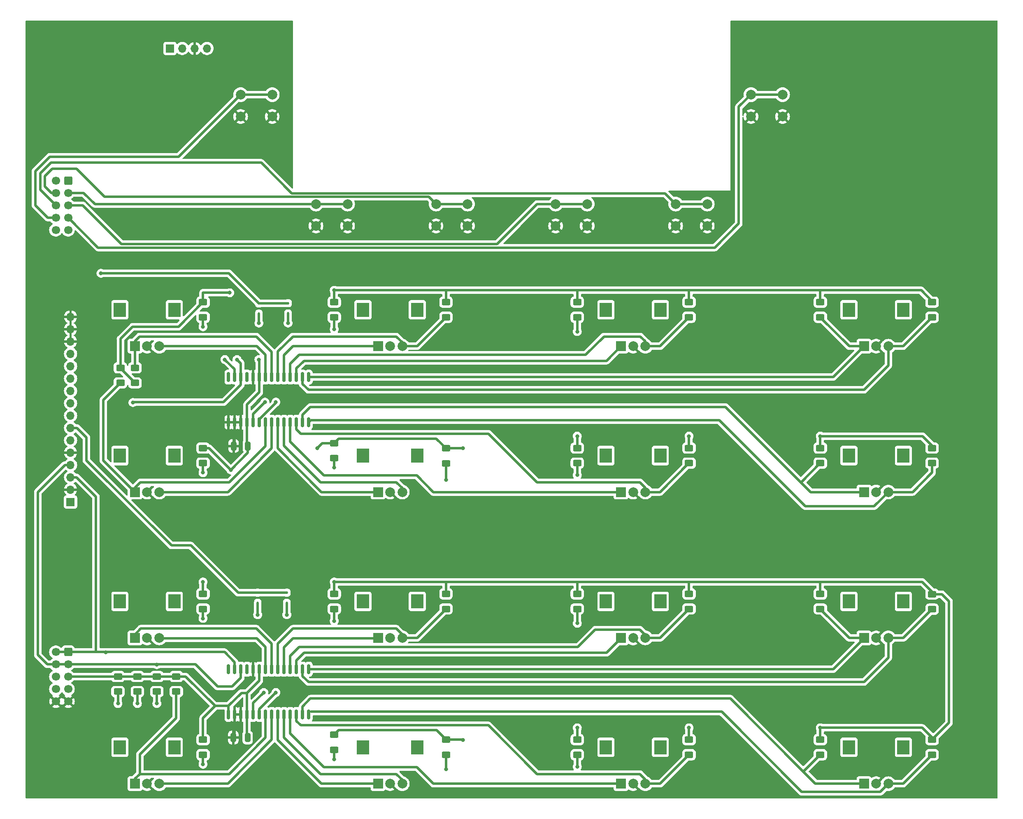
<source format=gbr>
%TF.GenerationSoftware,KiCad,Pcbnew,7.0.10-7.0.10~ubuntu22.04.1*%
%TF.CreationDate,2024-02-07T13:06:56+01:00*%
%TF.ProjectId,polykit-x-controlboard,706f6c79-6b69-4742-9d78-2d636f6e7472,v0.0.2*%
%TF.SameCoordinates,Original*%
%TF.FileFunction,Copper,L1,Top*%
%TF.FilePolarity,Positive*%
%FSLAX46Y46*%
G04 Gerber Fmt 4.6, Leading zero omitted, Abs format (unit mm)*
G04 Created by KiCad (PCBNEW 7.0.10-7.0.10~ubuntu22.04.1) date 2024-02-07 13:06:56*
%MOMM*%
%LPD*%
G01*
G04 APERTURE LIST*
G04 Aperture macros list*
%AMRoundRect*
0 Rectangle with rounded corners*
0 $1 Rounding radius*
0 $2 $3 $4 $5 $6 $7 $8 $9 X,Y pos of 4 corners*
0 Add a 4 corners polygon primitive as box body*
4,1,4,$2,$3,$4,$5,$6,$7,$8,$9,$2,$3,0*
0 Add four circle primitives for the rounded corners*
1,1,$1+$1,$2,$3*
1,1,$1+$1,$4,$5*
1,1,$1+$1,$6,$7*
1,1,$1+$1,$8,$9*
0 Add four rect primitives between the rounded corners*
20,1,$1+$1,$2,$3,$4,$5,0*
20,1,$1+$1,$4,$5,$6,$7,0*
20,1,$1+$1,$6,$7,$8,$9,0*
20,1,$1+$1,$8,$9,$2,$3,0*%
G04 Aperture macros list end*
%TA.AperFunction,SMDPad,CuDef*%
%ADD10R,0.450000X0.600000*%
%TD*%
%TA.AperFunction,ComponentPad*%
%ADD11R,2.000000X2.000000*%
%TD*%
%TA.AperFunction,ComponentPad*%
%ADD12C,2.000000*%
%TD*%
%TA.AperFunction,ComponentPad*%
%ADD13R,2.500000X3.000000*%
%TD*%
%TA.AperFunction,SMDPad,CuDef*%
%ADD14RoundRect,0.250000X0.625000X-0.400000X0.625000X0.400000X-0.625000X0.400000X-0.625000X-0.400000X0*%
%TD*%
%TA.AperFunction,SMDPad,CuDef*%
%ADD15RoundRect,0.250000X-0.625000X0.400000X-0.625000X-0.400000X0.625000X-0.400000X0.625000X0.400000X0*%
%TD*%
%TA.AperFunction,SMDPad,CuDef*%
%ADD16RoundRect,0.150000X-0.150000X0.875000X-0.150000X-0.875000X0.150000X-0.875000X0.150000X0.875000X0*%
%TD*%
%TA.AperFunction,SMDPad,CuDef*%
%ADD17RoundRect,0.250000X0.325000X0.650000X-0.325000X0.650000X-0.325000X-0.650000X0.325000X-0.650000X0*%
%TD*%
%TA.AperFunction,ComponentPad*%
%ADD18R,1.700000X1.700000*%
%TD*%
%TA.AperFunction,ComponentPad*%
%ADD19O,1.700000X1.700000*%
%TD*%
%TA.AperFunction,ComponentPad*%
%ADD20RoundRect,0.250000X0.600000X0.600000X-0.600000X0.600000X-0.600000X-0.600000X0.600000X-0.600000X0*%
%TD*%
%TA.AperFunction,ComponentPad*%
%ADD21C,1.700000*%
%TD*%
%TA.AperFunction,ViaPad*%
%ADD22C,0.800000*%
%TD*%
%TA.AperFunction,ViaPad*%
%ADD23C,3.500000*%
%TD*%
%TA.AperFunction,Conductor*%
%ADD24C,0.508000*%
%TD*%
G04 APERTURE END LIST*
D10*
%TO.P,D1,1,K*%
%TO.N,D33*%
X63000000Y-72700000D03*
%TO.P,D1,2,A*%
%TO.N,Net-(D1-A)*%
X63000000Y-74800000D03*
%TD*%
D11*
%TO.P,SW9,A,A*%
%TO.N,Net-(U1-GPB4)*%
X87500000Y-81500000D03*
D12*
%TO.P,SW9,B,B*%
%TO.N,Net-(U1-GPB5)*%
X92500000Y-81500000D03*
%TO.P,SW9,C,C*%
%TO.N,GND*%
X90000000Y-81500000D03*
D13*
%TO.P,SW9,MP*%
%TO.N,N/C*%
X84400000Y-74000000D03*
X95600000Y-74000000D03*
%TD*%
D10*
%TO.P,D2,1,K*%
%TO.N,D33*%
X69000000Y-72650000D03*
%TO.P,D2,2,A*%
%TO.N,Net-(D2-A)*%
X69000000Y-74750000D03*
%TD*%
D12*
%TO.P,SW3,1,1*%
%TO.N,D39*%
X99450000Y-52250000D03*
X105950000Y-52250000D03*
%TO.P,SW3,2,2*%
%TO.N,GND*%
X99450000Y-56750000D03*
X105950000Y-56750000D03*
%TD*%
D14*
%TO.P,R11,1*%
%TO.N,+5V*%
X37500000Y-89050000D03*
%TO.P,R11,2*%
%TO.N,Net-(U1-GPB6)*%
X37500000Y-85950000D03*
%TD*%
D12*
%TO.P,SW6,1,1*%
%TO.N,D45*%
X164250000Y-29750000D03*
X170750000Y-29750000D03*
%TO.P,SW6,2,2*%
%TO.N,GND*%
X164250000Y-34250000D03*
X170750000Y-34250000D03*
%TD*%
D11*
%TO.P,SW7,A,A*%
%TO.N,Net-(U1-GPB0)*%
X187500000Y-81500000D03*
D12*
%TO.P,SW7,B,B*%
%TO.N,Net-(U1-GPB1)*%
X192500000Y-81500000D03*
%TO.P,SW7,C,C*%
%TO.N,GND*%
X190000000Y-81500000D03*
D13*
%TO.P,SW7,MP*%
%TO.N,N/C*%
X184400000Y-74000000D03*
X195600000Y-74000000D03*
%TD*%
D11*
%TO.P,SW15,A,A*%
%TO.N,Net-(U2-GPB0)*%
X187500000Y-141500000D03*
D12*
%TO.P,SW15,B,B*%
%TO.N,Net-(U2-GPB1)*%
X192500000Y-141500000D03*
%TO.P,SW15,C,C*%
%TO.N,GND*%
X190000000Y-141500000D03*
D13*
%TO.P,SW15,MP*%
%TO.N,N/C*%
X184400000Y-134000000D03*
X195600000Y-134000000D03*
%TD*%
D11*
%TO.P,SW17,A,A*%
%TO.N,Net-(U2-GPB4)*%
X87500000Y-141500000D03*
D12*
%TO.P,SW17,B,B*%
%TO.N,Net-(U2-GPB5)*%
X92500000Y-141500000D03*
%TO.P,SW17,C,C*%
%TO.N,GND*%
X90000000Y-141500000D03*
D13*
%TO.P,SW17,MP*%
%TO.N,N/C*%
X84400000Y-134000000D03*
X95600000Y-134000000D03*
%TD*%
D15*
%TO.P,R33,1*%
%TO.N,+5V*%
X34000000Y-149450000D03*
%TO.P,R33,2*%
%TO.N,I2C_SDA*%
X34000000Y-152550000D03*
%TD*%
D11*
%TO.P,SW16,A,A*%
%TO.N,Net-(U2-GPB2)*%
X137500000Y-141500000D03*
D12*
%TO.P,SW16,B,B*%
%TO.N,Net-(U2-GPB3)*%
X142500000Y-141500000D03*
%TO.P,SW16,C,C*%
%TO.N,GND*%
X140000000Y-141500000D03*
D13*
%TO.P,SW16,MP*%
%TO.N,N/C*%
X134400000Y-134000000D03*
X145600000Y-134000000D03*
%TD*%
D11*
%TO.P,SW8,A,A*%
%TO.N,Net-(U1-GPB2)*%
X137500000Y-81500000D03*
D12*
%TO.P,SW8,B,B*%
%TO.N,Net-(U1-GPB3)*%
X142500000Y-81500000D03*
%TO.P,SW8,C,C*%
%TO.N,GND*%
X140000000Y-81500000D03*
D13*
%TO.P,SW8,MP*%
%TO.N,N/C*%
X134400000Y-74000000D03*
X145600000Y-74000000D03*
%TD*%
D15*
%TO.P,R27,1*%
%TO.N,+5V*%
X78500000Y-161450000D03*
%TO.P,R27,2*%
%TO.N,Net-(U2-GPA2)*%
X78500000Y-164550000D03*
%TD*%
%TO.P,R23,1*%
%TO.N,+5V*%
X178500000Y-102450000D03*
%TO.P,R23,2*%
%TO.N,Net-(U1-GPA6)*%
X178500000Y-105550000D03*
%TD*%
D11*
%TO.P,SW22,A,A*%
%TO.N,Net-(U2-GPA6)*%
X187500000Y-171500000D03*
D12*
%TO.P,SW22,B,B*%
%TO.N,Net-(U2-GPA7)*%
X192500000Y-171500000D03*
%TO.P,SW22,C,C*%
%TO.N,GND*%
X190000000Y-171500000D03*
D13*
%TO.P,SW22,MP*%
%TO.N,N/C*%
X184400000Y-164000000D03*
X195600000Y-164000000D03*
%TD*%
D15*
%TO.P,R26,1*%
%TO.N,+5V*%
X51500000Y-162450000D03*
%TO.P,R26,2*%
%TO.N,Net-(U2-GPA1)*%
X51500000Y-165550000D03*
%TD*%
D11*
%TO.P,SW12,A,A*%
%TO.N,Net-(U1-GPA2)*%
X87500000Y-111500000D03*
D12*
%TO.P,SW12,B,B*%
%TO.N,Net-(U1-GPA3)*%
X92500000Y-111500000D03*
%TO.P,SW12,C,C*%
%TO.N,GND*%
X90000000Y-111500000D03*
D13*
%TO.P,SW12,MP*%
%TO.N,N/C*%
X84400000Y-104000000D03*
X95600000Y-104000000D03*
%TD*%
D15*
%TO.P,R30,1*%
%TO.N,+5V*%
X151500000Y-162450000D03*
%TO.P,R30,2*%
%TO.N,Net-(U2-GPA5)*%
X151500000Y-165550000D03*
%TD*%
D16*
%TO.P,U2,1,GPB0*%
%TO.N,Net-(U2-GPB0)*%
X73255000Y-147950000D03*
%TO.P,U2,2,GPB1*%
%TO.N,Net-(U2-GPB1)*%
X71985000Y-147950000D03*
%TO.P,U2,3,GPB2*%
%TO.N,Net-(U2-GPB2)*%
X70715000Y-147950000D03*
%TO.P,U2,4,GPB3*%
%TO.N,Net-(U2-GPB3)*%
X69445000Y-147950000D03*
%TO.P,U2,5,GPB4*%
%TO.N,Net-(U2-GPB4)*%
X68175000Y-147950000D03*
%TO.P,U2,6,GPB5*%
%TO.N,Net-(U2-GPB5)*%
X66905000Y-147950000D03*
%TO.P,U2,7,GPB6*%
%TO.N,Net-(U2-GPB6)*%
X65635000Y-147950000D03*
%TO.P,U2,8,GPB7*%
%TO.N,Net-(U2-GPB7)*%
X64365000Y-147950000D03*
%TO.P,U2,9,VDD*%
%TO.N,+5V*%
X63095000Y-147950000D03*
%TO.P,U2,10,VSS*%
%TO.N,GND*%
X61825000Y-147950000D03*
%TO.P,U2,11,NC*%
%TO.N,unconnected-(U2-NC-Pad11)*%
X60555000Y-147950000D03*
%TO.P,U2,12,SCK*%
%TO.N,I2C_SCL*%
X59285000Y-147950000D03*
%TO.P,U2,13,SDA*%
%TO.N,I2C_SDA*%
X58015000Y-147950000D03*
%TO.P,U2,14,NC*%
%TO.N,unconnected-(U2-NC-Pad14)*%
X56745000Y-147950000D03*
%TO.P,U2,15,A0*%
%TO.N,+5V*%
X56745000Y-157250000D03*
%TO.P,U2,16,A1*%
%TO.N,GND*%
X58015000Y-157250000D03*
%TO.P,U2,17,A2*%
X59285000Y-157250000D03*
%TO.P,U2,18,~{RESET}*%
%TO.N,+5V*%
X60555000Y-157250000D03*
%TO.P,U2,19,INTB*%
%TO.N,Net-(D3-A)*%
X61825000Y-157250000D03*
%TO.P,U2,20,INTA*%
%TO.N,Net-(D4-A)*%
X63095000Y-157250000D03*
%TO.P,U2,21,GPA0*%
%TO.N,Net-(U2-GPA0)*%
X64365000Y-157250000D03*
%TO.P,U2,22,GPA1*%
%TO.N,Net-(U2-GPA1)*%
X65635000Y-157250000D03*
%TO.P,U2,23,GPA2*%
%TO.N,Net-(U2-GPA2)*%
X66905000Y-157250000D03*
%TO.P,U2,24,GPA3*%
%TO.N,Net-(U2-GPA3)*%
X68175000Y-157250000D03*
%TO.P,U2,25,GPA4*%
%TO.N,Net-(U2-GPA4)*%
X69445000Y-157250000D03*
%TO.P,U2,26,GPA5*%
%TO.N,Net-(U2-GPA5)*%
X70715000Y-157250000D03*
%TO.P,U2,27,GPA6*%
%TO.N,Net-(U2-GPA6)*%
X71985000Y-157250000D03*
%TO.P,U2,28,GPA7*%
%TO.N,Net-(U2-GPA7)*%
X73255000Y-157250000D03*
%TD*%
D11*
%TO.P,SW20,A,A*%
%TO.N,Net-(U2-GPA2)*%
X87500000Y-171500000D03*
D12*
%TO.P,SW20,B,B*%
%TO.N,Net-(U2-GPA3)*%
X92500000Y-171500000D03*
%TO.P,SW20,C,C*%
%TO.N,GND*%
X90000000Y-171500000D03*
D13*
%TO.P,SW20,MP*%
%TO.N,N/C*%
X84400000Y-164000000D03*
X95600000Y-164000000D03*
%TD*%
D12*
%TO.P,SW1,1,1*%
%TO.N,D22*%
X59250000Y-29750000D03*
X65750000Y-29750000D03*
%TO.P,SW1,2,2*%
%TO.N,GND*%
X59250000Y-34250000D03*
X65750000Y-34250000D03*
%TD*%
D15*
%TO.P,R32,1*%
%TO.N,+5V*%
X201500000Y-162450000D03*
%TO.P,R32,2*%
%TO.N,Net-(U2-GPA7)*%
X201500000Y-165550000D03*
%TD*%
%TO.P,R16,1*%
%TO.N,+5V*%
X51500000Y-132450000D03*
%TO.P,R16,2*%
%TO.N,Net-(U2-GPB7)*%
X51500000Y-135550000D03*
%TD*%
D11*
%TO.P,SW19,A,A*%
%TO.N,Net-(U2-GPA0)*%
X37500000Y-171500000D03*
D12*
%TO.P,SW19,B,B*%
%TO.N,Net-(U2-GPA1)*%
X42500000Y-171500000D03*
%TO.P,SW19,C,C*%
%TO.N,GND*%
X40000000Y-171500000D03*
D13*
%TO.P,SW19,MP*%
%TO.N,N/C*%
X34400000Y-164000000D03*
X45600000Y-164000000D03*
%TD*%
D15*
%TO.P,R13,1*%
%TO.N,+5V*%
X78500000Y-132450000D03*
%TO.P,R13,2*%
%TO.N,Net-(U2-GPB4)*%
X78500000Y-135550000D03*
%TD*%
%TO.P,R20,1*%
%TO.N,+5V*%
X101500000Y-102500000D03*
%TO.P,R20,2*%
%TO.N,Net-(U1-GPA3)*%
X101500000Y-105600000D03*
%TD*%
%TO.P,R12,1*%
%TO.N,+5V*%
X51500000Y-72450000D03*
%TO.P,R12,2*%
%TO.N,Net-(U1-GPB7)*%
X51500000Y-75550000D03*
%TD*%
%TO.P,R8,1*%
%TO.N,+5V*%
X151500000Y-132450000D03*
%TO.P,R8,2*%
%TO.N,Net-(U2-GPB3)*%
X151500000Y-135550000D03*
%TD*%
%TO.P,R17,1*%
%TO.N,+5V*%
X34500000Y-85950000D03*
%TO.P,R17,2*%
%TO.N,Net-(U1-GPA0)*%
X34500000Y-89050000D03*
%TD*%
D17*
%TO.P,C1,1*%
%TO.N,+5V*%
X60744258Y-102034015D03*
%TO.P,C1,2*%
%TO.N,GND*%
X57794258Y-102034015D03*
%TD*%
D10*
%TO.P,D4,1,K*%
%TO.N,D35*%
X68750000Y-132200000D03*
%TO.P,D4,2,A*%
%TO.N,Net-(D4-A)*%
X68750000Y-134300000D03*
%TD*%
D15*
%TO.P,R28,1*%
%TO.N,+5V*%
X101500000Y-162450000D03*
%TO.P,R28,2*%
%TO.N,Net-(U2-GPA3)*%
X101500000Y-165550000D03*
%TD*%
%TO.P,R25,1*%
%TO.N,+5V*%
X46000000Y-149450000D03*
%TO.P,R25,2*%
%TO.N,Net-(U2-GPA0)*%
X46000000Y-152550000D03*
%TD*%
%TO.P,R21,1*%
%TO.N,+5V*%
X128500000Y-102450000D03*
%TO.P,R21,2*%
%TO.N,Net-(U1-GPA4)*%
X128500000Y-105550000D03*
%TD*%
%TO.P,R6,1*%
%TO.N,+5V*%
X128500000Y-132450000D03*
%TO.P,R6,2*%
%TO.N,Net-(U2-GPB2)*%
X128500000Y-135550000D03*
%TD*%
D11*
%TO.P,SW14,A,A*%
%TO.N,Net-(U1-GPA6)*%
X187500000Y-111500000D03*
D12*
%TO.P,SW14,B,B*%
%TO.N,Net-(U1-GPA7)*%
X192500000Y-111500000D03*
%TO.P,SW14,C,C*%
%TO.N,GND*%
X190000000Y-111500000D03*
D13*
%TO.P,SW14,MP*%
%TO.N,N/C*%
X184400000Y-104000000D03*
X195600000Y-104000000D03*
%TD*%
D15*
%TO.P,R19,1*%
%TO.N,+5V*%
X78500000Y-101450000D03*
%TO.P,R19,2*%
%TO.N,Net-(U1-GPA2)*%
X78500000Y-104550000D03*
%TD*%
%TO.P,R3,1*%
%TO.N,+5V*%
X201500000Y-72450000D03*
%TO.P,R3,2*%
%TO.N,Net-(U1-GPB1)*%
X201500000Y-75550000D03*
%TD*%
%TO.P,R31,1*%
%TO.N,+5V*%
X178500000Y-162450000D03*
%TO.P,R31,2*%
%TO.N,Net-(U2-GPA6)*%
X178500000Y-165550000D03*
%TD*%
D16*
%TO.P,U1,1,GPB0*%
%TO.N,Net-(U1-GPB0)*%
X73255000Y-87850000D03*
%TO.P,U1,2,GPB1*%
%TO.N,Net-(U1-GPB1)*%
X71985000Y-87850000D03*
%TO.P,U1,3,GPB2*%
%TO.N,Net-(U1-GPB2)*%
X70715000Y-87850000D03*
%TO.P,U1,4,GPB3*%
%TO.N,Net-(U1-GPB3)*%
X69445000Y-87850000D03*
%TO.P,U1,5,GPB4*%
%TO.N,Net-(U1-GPB4)*%
X68175000Y-87850000D03*
%TO.P,U1,6,GPB5*%
%TO.N,Net-(U1-GPB5)*%
X66905000Y-87850000D03*
%TO.P,U1,7,GPB6*%
%TO.N,Net-(U1-GPB6)*%
X65635000Y-87850000D03*
%TO.P,U1,8,GPB7*%
%TO.N,Net-(U1-GPB7)*%
X64365000Y-87850000D03*
%TO.P,U1,9,VDD*%
%TO.N,+5V*%
X63095000Y-87850000D03*
%TO.P,U1,10,VSS*%
%TO.N,GND*%
X61825000Y-87850000D03*
%TO.P,U1,11,NC*%
%TO.N,unconnected-(U1-NC-Pad11)*%
X60555000Y-87850000D03*
%TO.P,U1,12,SCK*%
%TO.N,I2C_SCL*%
X59285000Y-87850000D03*
%TO.P,U1,13,SDA*%
%TO.N,I2C_SDA*%
X58015000Y-87850000D03*
%TO.P,U1,14,NC*%
%TO.N,unconnected-(U1-NC-Pad14)*%
X56745000Y-87850000D03*
%TO.P,U1,15,A0*%
%TO.N,GND*%
X56745000Y-97150000D03*
%TO.P,U1,16,A1*%
X58015000Y-97150000D03*
%TO.P,U1,17,A2*%
X59285000Y-97150000D03*
%TO.P,U1,18,~{RESET}*%
%TO.N,+5V*%
X60555000Y-97150000D03*
%TO.P,U1,19,INTB*%
%TO.N,Net-(D1-A)*%
X61825000Y-97150000D03*
%TO.P,U1,20,INTA*%
%TO.N,Net-(D2-A)*%
X63095000Y-97150000D03*
%TO.P,U1,21,GPA0*%
%TO.N,Net-(U1-GPA0)*%
X64365000Y-97150000D03*
%TO.P,U1,22,GPA1*%
%TO.N,Net-(U1-GPA1)*%
X65635000Y-97150000D03*
%TO.P,U1,23,GPA2*%
%TO.N,Net-(U1-GPA2)*%
X66905000Y-97150000D03*
%TO.P,U1,24,GPA3*%
%TO.N,Net-(U1-GPA3)*%
X68175000Y-97150000D03*
%TO.P,U1,25,GPA4*%
%TO.N,Net-(U1-GPA4)*%
X69445000Y-97150000D03*
%TO.P,U1,26,GPA5*%
%TO.N,Net-(U1-GPA5)*%
X70715000Y-97150000D03*
%TO.P,U1,27,GPA6*%
%TO.N,Net-(U1-GPA6)*%
X71985000Y-97150000D03*
%TO.P,U1,28,GPA7*%
%TO.N,Net-(U1-GPA7)*%
X73255000Y-97150000D03*
%TD*%
D15*
%TO.P,R29,1*%
%TO.N,+5V*%
X128500000Y-162450000D03*
%TO.P,R29,2*%
%TO.N,Net-(U2-GPA4)*%
X128500000Y-165550000D03*
%TD*%
D11*
%TO.P,SW11,A,A*%
%TO.N,Net-(U1-GPA0)*%
X37500000Y-111500000D03*
D12*
%TO.P,SW11,B,B*%
%TO.N,Net-(U1-GPA1)*%
X42500000Y-111500000D03*
%TO.P,SW11,C,C*%
%TO.N,GND*%
X40000000Y-111500000D03*
D13*
%TO.P,SW11,MP*%
%TO.N,N/C*%
X34400000Y-104000000D03*
X45600000Y-104000000D03*
%TD*%
D15*
%TO.P,R7,1*%
%TO.N,+5V*%
X151500000Y-72450000D03*
%TO.P,R7,2*%
%TO.N,Net-(U1-GPB3)*%
X151500000Y-75550000D03*
%TD*%
%TO.P,R24,1*%
%TO.N,+5V*%
X201500000Y-102450000D03*
%TO.P,R24,2*%
%TO.N,Net-(U1-GPA7)*%
X201500000Y-105550000D03*
%TD*%
D11*
%TO.P,SW21,A,A*%
%TO.N,Net-(U2-GPA4)*%
X137500000Y-171500000D03*
D12*
%TO.P,SW21,B,B*%
%TO.N,Net-(U2-GPA5)*%
X142500000Y-171500000D03*
%TO.P,SW21,C,C*%
%TO.N,GND*%
X140000000Y-171500000D03*
D13*
%TO.P,SW21,MP*%
%TO.N,N/C*%
X134400000Y-164000000D03*
X145600000Y-164000000D03*
%TD*%
D15*
%TO.P,R22,1*%
%TO.N,+5V*%
X151500000Y-102450000D03*
%TO.P,R22,2*%
%TO.N,Net-(U1-GPA5)*%
X151500000Y-105550000D03*
%TD*%
D12*
%TO.P,SW2,1,1*%
%TO.N,D37*%
X74750000Y-52250000D03*
X81250000Y-52250000D03*
%TO.P,SW2,2,2*%
%TO.N,GND*%
X74750000Y-56750000D03*
X81250000Y-56750000D03*
%TD*%
D11*
%TO.P,SW18,A,A*%
%TO.N,Net-(U2-GPB6)*%
X37500000Y-141500000D03*
D12*
%TO.P,SW18,B,B*%
%TO.N,Net-(U2-GPB7)*%
X42500000Y-141500000D03*
%TO.P,SW18,C,C*%
%TO.N,GND*%
X40000000Y-141500000D03*
D13*
%TO.P,SW18,MP*%
%TO.N,N/C*%
X34400000Y-134000000D03*
X45600000Y-134000000D03*
%TD*%
D15*
%TO.P,R15,1*%
%TO.N,+5V*%
X38000000Y-149450000D03*
%TO.P,R15,2*%
%TO.N,Net-(U2-GPB6)*%
X38000000Y-152550000D03*
%TD*%
%TO.P,R14,1*%
%TO.N,+5V*%
X101500000Y-132450000D03*
%TO.P,R14,2*%
%TO.N,Net-(U2-GPB5)*%
X101500000Y-135550000D03*
%TD*%
%TO.P,R34,1*%
%TO.N,+5V*%
X42000000Y-149450000D03*
%TO.P,R34,2*%
%TO.N,I2C_SCL*%
X42000000Y-152550000D03*
%TD*%
D12*
%TO.P,SW5,1,1*%
%TO.N,D43*%
X148750000Y-52250000D03*
X155250000Y-52250000D03*
%TO.P,SW5,2,2*%
%TO.N,GND*%
X148750000Y-56750000D03*
X155250000Y-56750000D03*
%TD*%
D15*
%TO.P,R5,1*%
%TO.N,+5V*%
X128500000Y-72450000D03*
%TO.P,R5,2*%
%TO.N,Net-(U1-GPB2)*%
X128500000Y-75550000D03*
%TD*%
%TO.P,R18,1*%
%TO.N,+5V*%
X51500000Y-102450000D03*
%TO.P,R18,2*%
%TO.N,Net-(U1-GPA1)*%
X51500000Y-105550000D03*
%TD*%
D10*
%TO.P,D3,1,K*%
%TO.N,D35*%
X62750000Y-132200000D03*
%TO.P,D3,2,A*%
%TO.N,Net-(D3-A)*%
X62750000Y-134300000D03*
%TD*%
D12*
%TO.P,SW4,1,1*%
%TO.N,D41*%
X124050000Y-52250000D03*
X130550000Y-52250000D03*
%TO.P,SW4,2,2*%
%TO.N,GND*%
X124050000Y-56750000D03*
X130550000Y-56750000D03*
%TD*%
D15*
%TO.P,R4,1*%
%TO.N,+5V*%
X201500000Y-132500000D03*
%TO.P,R4,2*%
%TO.N,Net-(U2-GPB1)*%
X201500000Y-135600000D03*
%TD*%
%TO.P,R1,1*%
%TO.N,+5V*%
X178500000Y-72450000D03*
%TO.P,R1,2*%
%TO.N,Net-(U1-GPB0)*%
X178500000Y-75550000D03*
%TD*%
D17*
%TO.P,C2,1*%
%TO.N,+5V*%
X60675000Y-162000000D03*
%TO.P,C2,2*%
%TO.N,GND*%
X57725000Y-162000000D03*
%TD*%
D15*
%TO.P,R9,1*%
%TO.N,+5V*%
X78500000Y-72450000D03*
%TO.P,R9,2*%
%TO.N,Net-(U1-GPB4)*%
X78500000Y-75550000D03*
%TD*%
%TO.P,R2,1*%
%TO.N,+5V*%
X178500000Y-132450000D03*
%TO.P,R2,2*%
%TO.N,Net-(U2-GPB0)*%
X178500000Y-135550000D03*
%TD*%
D11*
%TO.P,SW13,A,A*%
%TO.N,Net-(U1-GPA4)*%
X137500000Y-111500000D03*
D12*
%TO.P,SW13,B,B*%
%TO.N,Net-(U1-GPA5)*%
X142500000Y-111500000D03*
%TO.P,SW13,C,C*%
%TO.N,GND*%
X140000000Y-111500000D03*
D13*
%TO.P,SW13,MP*%
%TO.N,N/C*%
X134400000Y-104000000D03*
X145600000Y-104000000D03*
%TD*%
D11*
%TO.P,SW10,A,A*%
%TO.N,Net-(U1-GPB6)*%
X37500000Y-81500000D03*
D12*
%TO.P,SW10,B,B*%
%TO.N,Net-(U1-GPB7)*%
X42500000Y-81500000D03*
%TO.P,SW10,C,C*%
%TO.N,GND*%
X40000000Y-81500000D03*
D13*
%TO.P,SW10,MP*%
%TO.N,N/C*%
X34400000Y-74000000D03*
X45600000Y-74000000D03*
%TD*%
D15*
%TO.P,R10,1*%
%TO.N,+5V*%
X101500000Y-72450000D03*
%TO.P,R10,2*%
%TO.N,Net-(U1-GPB5)*%
X101500000Y-75550000D03*
%TD*%
D18*
%TO.P,J1,1,Pin_1*%
%TO.N,+5V*%
X24250000Y-113550000D03*
D19*
%TO.P,J1,2,Pin_2*%
%TO.N,GND*%
X24250000Y-111010000D03*
%TO.P,J1,3,Pin_3*%
%TO.N,I2C_SDA*%
X24250000Y-108470000D03*
%TO.P,J1,4,Pin_4*%
%TO.N,I2C_SCL*%
X24250000Y-105930000D03*
%TO.P,J1,5,Pin_5*%
%TO.N,GND*%
X24250000Y-103390000D03*
%TO.P,J1,6,Pin_6*%
%TO.N,D33*%
X24250000Y-100850000D03*
%TO.P,J1,7,Pin_7*%
%TO.N,D35*%
X24250000Y-98310000D03*
%TO.P,J1,8,Pin_8*%
%TO.N,D37*%
X24250000Y-95770000D03*
%TO.P,J1,9,Pin_9*%
%TO.N,D39*%
X24250000Y-93230000D03*
%TO.P,J1,10,Pin_10*%
%TO.N,D41*%
X24250000Y-90690000D03*
%TO.P,J1,11,Pin_11*%
%TO.N,D43*%
X24250000Y-88150000D03*
%TO.P,J1,12,Pin_12*%
%TO.N,D45*%
X24250000Y-85610000D03*
%TO.P,J1,13,Pin_13*%
%TO.N,D22*%
X24250000Y-83070000D03*
%TO.P,J1,14,Pin_14*%
%TO.N,GND*%
X24250000Y-80530000D03*
%TO.P,J1,15,Pin_15*%
X24250000Y-77990000D03*
%TO.P,J1,16,Pin_16*%
X24250000Y-75450000D03*
%TD*%
D20*
%TO.P,J2,1,Pin_1*%
%TO.N,I2C_SDA*%
X23752500Y-144420000D03*
D21*
%TO.P,J2,2,Pin_2*%
X21212500Y-144420000D03*
%TO.P,J2,3,Pin_3*%
%TO.N,I2C_SCL*%
X23752500Y-146960000D03*
%TO.P,J2,4,Pin_4*%
X21212500Y-146960000D03*
%TO.P,J2,5,Pin_5*%
%TO.N,+5V*%
X23752500Y-149500000D03*
%TO.P,J2,6,Pin_6*%
%TO.N,-5V*%
X21212500Y-149500000D03*
%TO.P,J2,7,Pin_7*%
%TO.N,+12V*%
X23752500Y-152040000D03*
%TO.P,J2,8,Pin_8*%
%TO.N,-12V*%
X21212500Y-152040000D03*
%TO.P,J2,9,Pin_9*%
%TO.N,GND*%
X23752500Y-154580000D03*
%TO.P,J2,10,Pin_10*%
X21212500Y-154580000D03*
%TD*%
D18*
%TO.P,J4,1,Pin_1*%
%TO.N,I2C_SDA*%
X44700000Y-20250000D03*
D19*
%TO.P,J4,2,Pin_2*%
%TO.N,I2C_SCL*%
X47240000Y-20250000D03*
%TO.P,J4,3,Pin_3*%
%TO.N,GND*%
X49780000Y-20250000D03*
%TO.P,J4,4,Pin_4*%
%TO.N,+5V*%
X52320000Y-20250000D03*
%TD*%
D20*
%TO.P,J3,1,Pin_1*%
%TO.N,D33*%
X23752500Y-47420000D03*
D21*
%TO.P,J3,2,Pin_2*%
%TO.N,D35*%
X21212500Y-47420000D03*
%TO.P,J3,3,Pin_3*%
%TO.N,D37*%
X23752500Y-49960000D03*
%TO.P,J3,4,Pin_4*%
%TO.N,D39*%
X21212500Y-49960000D03*
%TO.P,J3,5,Pin_5*%
%TO.N,D41*%
X23752500Y-52500000D03*
%TO.P,J3,6,Pin_6*%
%TO.N,D43*%
X21212500Y-52500000D03*
%TO.P,J3,7,Pin_7*%
%TO.N,D45*%
X23752500Y-55040000D03*
%TO.P,J3,8,Pin_8*%
%TO.N,D22*%
X21212500Y-55040000D03*
%TO.P,J3,9,Pin_9*%
%TO.N,RX0*%
X23752500Y-57580000D03*
%TO.P,J3,10,Pin_10*%
%TO.N,TX0*%
X21212500Y-57580000D03*
%TD*%
D22*
%TO.N,+5V*%
X105000000Y-162500000D03*
X178500000Y-160000000D03*
X178500000Y-100000000D03*
X57000000Y-70500000D03*
X105000000Y-102500000D03*
X128500000Y-100000000D03*
X75000000Y-102500000D03*
X151500000Y-160000000D03*
X128500000Y-160000000D03*
X63000000Y-84250000D03*
X78500000Y-130000000D03*
X151500000Y-100000000D03*
X78500000Y-70000000D03*
X51500000Y-130000000D03*
X57226755Y-106959247D03*
D23*
%TO.N,GND*%
X18000000Y-17500000D03*
X18000000Y-171500000D03*
X212000000Y-171500000D03*
D22*
X50836532Y-22905573D03*
D23*
X212000000Y-17500000D03*
D22*
%TO.N,D33*%
X30500000Y-66500000D03*
%TO.N,Net-(D1-A)*%
X64250000Y-93000000D03*
X63000000Y-76750000D03*
%TO.N,Net-(D2-A)*%
X66500000Y-93000000D03*
X69000000Y-76750000D03*
%TO.N,Net-(D3-A)*%
X64000000Y-152750000D03*
X62750000Y-136750000D03*
%TO.N,Net-(D4-A)*%
X68750000Y-136750000D03*
X66500000Y-152750000D03*
%TO.N,I2C_SDA*%
X56000000Y-84250000D03*
X31500000Y-144500000D03*
X34000000Y-155000000D03*
%TO.N,I2C_SCL*%
X58500000Y-84250000D03*
X42000000Y-147000000D03*
X37082255Y-93082255D03*
X42000000Y-155000000D03*
%TO.N,Net-(U1-GPB2)*%
X128500000Y-78500000D03*
%TO.N,Net-(U1-GPB4)*%
X78500000Y-78000000D03*
%TO.N,Net-(U1-GPB7)*%
X51500000Y-77500000D03*
%TO.N,Net-(U1-GPA1)*%
X51500000Y-107500000D03*
%TO.N,Net-(U1-GPA2)*%
X78500000Y-106500000D03*
%TO.N,Net-(U1-GPA3)*%
X101500000Y-109000000D03*
%TO.N,Net-(U1-GPA4)*%
X128500000Y-108000000D03*
%TO.N,Net-(U2-GPB2)*%
X128500000Y-138500000D03*
%TO.N,Net-(U2-GPB4)*%
X78500000Y-138000000D03*
%TO.N,Net-(U2-GPB6)*%
X38000000Y-155000000D03*
%TO.N,Net-(U2-GPB7)*%
X51500000Y-137500000D03*
%TO.N,Net-(U2-GPA1)*%
X51500000Y-167500000D03*
%TO.N,Net-(U2-GPA2)*%
X78500000Y-166500000D03*
%TO.N,Net-(U2-GPA3)*%
X101500000Y-168500000D03*
%TO.N,Net-(U2-GPA4)*%
X128500000Y-168000000D03*
%TD*%
D24*
%TO.N,+5V*%
X101500000Y-102500000D02*
X99500000Y-100500000D01*
X51500000Y-132450000D02*
X51500000Y-130000000D01*
X63095000Y-147950000D02*
X63095000Y-150290815D01*
X57226755Y-106959247D02*
X57240753Y-106959247D01*
X205000000Y-134000000D02*
X205000000Y-158950000D01*
X23752500Y-149500000D02*
X24500000Y-149500000D01*
X63000000Y-84250000D02*
X63095000Y-84345000D01*
X99500000Y-100500000D02*
X79450000Y-100500000D01*
X60555000Y-93539185D02*
X63095000Y-90999185D01*
X151500000Y-102450000D02*
X151500000Y-100000000D01*
X178500000Y-70000000D02*
X151500000Y-70000000D01*
X42000000Y-149450000D02*
X46000000Y-149450000D01*
X76050000Y-101450000D02*
X75000000Y-102500000D01*
X56745000Y-155505000D02*
X56745000Y-157250000D01*
X151500000Y-162450000D02*
X151500000Y-160000000D01*
X101500000Y-130000000D02*
X78500000Y-130000000D01*
X79450000Y-100500000D02*
X78500000Y-101450000D01*
X178500000Y-102450000D02*
X178500000Y-100000000D01*
X128500000Y-72450000D02*
X128500000Y-70000000D01*
X101500000Y-72450000D02*
X101500000Y-70000000D01*
X128500000Y-132450000D02*
X128500000Y-130000000D01*
X151500000Y-70000000D02*
X128500000Y-70000000D01*
X199525000Y-100000000D02*
X178500000Y-100000000D01*
X34000000Y-149450000D02*
X38000000Y-149450000D01*
X101500000Y-132450000D02*
X101500000Y-130000000D01*
X201500000Y-72450000D02*
X201500000Y-72225000D01*
X99550000Y-160500000D02*
X79450000Y-160500000D01*
X52717508Y-102450000D02*
X51500000Y-102450000D01*
X60744258Y-103455742D02*
X60744258Y-102034015D01*
X128500000Y-102450000D02*
X128500000Y-100000000D01*
X178500000Y-132450000D02*
X178500000Y-130000000D01*
X60555000Y-161880000D02*
X60675000Y-162000000D01*
X201500000Y-101975000D02*
X199525000Y-100000000D01*
X178500000Y-162450000D02*
X178500000Y-160000000D01*
X101500000Y-162450000D02*
X104950000Y-162450000D01*
X47950000Y-149450000D02*
X46000000Y-149450000D01*
X57240753Y-106959247D02*
X60744258Y-103455742D01*
X101500000Y-102500000D02*
X105000000Y-102500000D01*
X128500000Y-162450000D02*
X128500000Y-160000000D01*
X105000000Y-162500000D02*
X104950000Y-162450000D01*
X34500000Y-85950000D02*
X34500000Y-86050000D01*
X63095000Y-90999185D02*
X63095000Y-87850000D01*
X59419185Y-152830815D02*
X56745000Y-155505000D01*
X201500000Y-162000000D02*
X199500000Y-160000000D01*
X57226755Y-106959247D02*
X52717508Y-102450000D01*
X60555000Y-101844757D02*
X60744258Y-102034015D01*
X56745000Y-155505000D02*
X54005000Y-155505000D01*
X201500000Y-102450000D02*
X201500000Y-101975000D01*
X151500000Y-130000000D02*
X128500000Y-130000000D01*
X60555000Y-97150000D02*
X60555000Y-101844757D01*
X201500000Y-162450000D02*
X201500000Y-162000000D01*
X78500000Y-101450000D02*
X76050000Y-101450000D01*
X78500000Y-132450000D02*
X78500000Y-130000000D01*
X199500000Y-160000000D02*
X178500000Y-160000000D01*
X78500000Y-72450000D02*
X78500000Y-70000000D01*
X199275000Y-70000000D02*
X178500000Y-70000000D01*
X201500000Y-132000000D02*
X199500000Y-130000000D01*
X46450000Y-77500000D02*
X37000000Y-77500000D01*
X60555000Y-157250000D02*
X60555000Y-161880000D01*
X23752500Y-149500000D02*
X33950000Y-149500000D01*
X63095000Y-150290815D02*
X60555000Y-152830815D01*
X33950000Y-149500000D02*
X34000000Y-149450000D01*
X101500000Y-70000000D02*
X78500000Y-70000000D01*
X201500000Y-72225000D02*
X199275000Y-70000000D01*
X60555000Y-97150000D02*
X60555000Y-93539185D01*
X51500000Y-158010000D02*
X54005000Y-155505000D01*
X151500000Y-72450000D02*
X151500000Y-70000000D01*
X57000000Y-70500000D02*
X51500000Y-70500000D01*
X60555000Y-152830815D02*
X60555000Y-157250000D01*
X37000000Y-77500000D02*
X34500000Y-80000000D01*
X63095000Y-84345000D02*
X63095000Y-87850000D01*
X60555000Y-152830815D02*
X59419185Y-152830815D01*
X34500000Y-80000000D02*
X34500000Y-85950000D01*
X151500000Y-132450000D02*
X151500000Y-130000000D01*
X38000000Y-149450000D02*
X42000000Y-149450000D01*
X128500000Y-70000000D02*
X101500000Y-70000000D01*
X199500000Y-130000000D02*
X178500000Y-130000000D01*
X51500000Y-72450000D02*
X51500000Y-70500000D01*
X51500000Y-72450000D02*
X46450000Y-77500000D01*
X151500000Y-130000000D02*
X178500000Y-130000000D01*
X101500000Y-162450000D02*
X99550000Y-160500000D01*
X128500000Y-130000000D02*
X101500000Y-130000000D01*
X51500000Y-162450000D02*
X51500000Y-158010000D01*
X34500000Y-86050000D02*
X37500000Y-89050000D01*
X201500000Y-132500000D02*
X203500000Y-132500000D01*
X178500000Y-72450000D02*
X178500000Y-70000000D01*
X79450000Y-160500000D02*
X78500000Y-161450000D01*
X205000000Y-158950000D02*
X201500000Y-162450000D01*
X54005000Y-155505000D02*
X47950000Y-149450000D01*
X201500000Y-132500000D02*
X201500000Y-132000000D01*
X203500000Y-132500000D02*
X205000000Y-134000000D01*
%TO.N,GND*%
X58015000Y-161710000D02*
X57725000Y-162000000D01*
X58015000Y-157250000D02*
X58015000Y-161710000D01*
X58015000Y-101813273D02*
X57794258Y-102034015D01*
X58015000Y-97150000D02*
X58015000Y-101813273D01*
%TO.N,D33*%
X30500000Y-66500000D02*
X56800000Y-66500000D01*
X63050000Y-72650000D02*
X63000000Y-72700000D01*
X69000000Y-72650000D02*
X63050000Y-72650000D01*
X56800000Y-66500000D02*
X63000000Y-72700000D01*
%TO.N,Net-(D1-A)*%
X61825000Y-97150000D02*
X61825000Y-95425000D01*
X61825000Y-95425000D02*
X64250000Y-93000000D01*
X63000000Y-74800000D02*
X63000000Y-76750000D01*
%TO.N,Net-(D2-A)*%
X66500000Y-93000000D02*
X66635815Y-93000000D01*
X63095000Y-96540815D02*
X66500000Y-93135815D01*
X63095000Y-97150000D02*
X63095000Y-96540815D01*
X66500000Y-93135815D02*
X66500000Y-93000000D01*
X66635815Y-93000000D02*
X66500000Y-93135815D01*
X69000000Y-74750000D02*
X69000000Y-76750000D01*
%TO.N,D35*%
X62717687Y-132232313D02*
X58732313Y-132232313D01*
X62750000Y-132200000D02*
X68750000Y-132200000D01*
X49000000Y-122500000D02*
X45000000Y-122500000D01*
X27500000Y-105000000D02*
X27500000Y-100250000D01*
X25560000Y-98310000D02*
X24250000Y-98310000D01*
X27500000Y-100250000D02*
X25560000Y-98310000D01*
X62750000Y-132200000D02*
X62717687Y-132232313D01*
X45000000Y-122500000D02*
X27500000Y-105000000D01*
X58732313Y-132232313D02*
X49000000Y-122500000D01*
%TO.N,Net-(D3-A)*%
X61825000Y-154925000D02*
X64000000Y-152750000D01*
X62750000Y-134300000D02*
X62750000Y-136750000D01*
X61825000Y-157250000D02*
X61825000Y-154925000D01*
%TO.N,Net-(D4-A)*%
X63095000Y-157250000D02*
X63095000Y-156155000D01*
X63095000Y-156155000D02*
X66500000Y-152750000D01*
X68750000Y-134300000D02*
X68750000Y-136750000D01*
%TO.N,I2C_SDA*%
X24250000Y-108470000D02*
X25470000Y-108470000D01*
X58015000Y-146515000D02*
X55920000Y-144420000D01*
X21212500Y-144420000D02*
X23752500Y-144420000D01*
X58015000Y-147950000D02*
X58015000Y-146515000D01*
X31580000Y-144420000D02*
X31500000Y-144500000D01*
X58015000Y-86265000D02*
X56000000Y-84250000D01*
X31500000Y-144500000D02*
X31420000Y-144420000D01*
X55920000Y-144420000D02*
X31580000Y-144420000D01*
X29500000Y-112500000D02*
X29500000Y-144420000D01*
X58015000Y-87850000D02*
X58015000Y-86265000D01*
X34000000Y-152550000D02*
X34000000Y-155000000D01*
X31420000Y-144420000D02*
X27750000Y-144420000D01*
X25470000Y-108470000D02*
X29500000Y-112500000D01*
X27750000Y-144420000D02*
X23752500Y-144420000D01*
%TO.N,I2C_SCL*%
X42000000Y-147000000D02*
X41960000Y-146960000D01*
X17500000Y-145000000D02*
X19460000Y-146960000D01*
X49960000Y-146960000D02*
X42040000Y-146960000D01*
X59285000Y-87850000D02*
X59285000Y-85035000D01*
X54500000Y-151500000D02*
X49960000Y-146960000D01*
X42040000Y-146960000D02*
X42000000Y-147000000D01*
X23070000Y-105930000D02*
X17500000Y-111500000D01*
X59285000Y-85035000D02*
X58500000Y-84250000D01*
X55715000Y-93000000D02*
X59285000Y-89430000D01*
X59285000Y-147950000D02*
X59285000Y-149715000D01*
X59285000Y-89430000D02*
X59285000Y-87850000D01*
X37082255Y-93082255D02*
X37164510Y-93000000D01*
X19460000Y-146960000D02*
X21212500Y-146960000D01*
X37164510Y-93000000D02*
X55715000Y-93000000D01*
X24250000Y-105930000D02*
X23070000Y-105930000D01*
X42000000Y-152550000D02*
X42000000Y-155000000D01*
X17500000Y-111500000D02*
X17500000Y-145000000D01*
X59285000Y-149715000D02*
X57500000Y-151500000D01*
X57500000Y-151500000D02*
X54500000Y-151500000D01*
X23752500Y-146960000D02*
X21212500Y-146960000D01*
X41960000Y-146960000D02*
X23752500Y-146960000D01*
%TO.N,D22*%
X19540000Y-55040000D02*
X21212500Y-55040000D01*
X17000000Y-45500000D02*
X17000000Y-52500000D01*
X59250000Y-29750000D02*
X46500000Y-42500000D01*
X46500000Y-42500000D02*
X20000000Y-42500000D01*
X20000000Y-42500000D02*
X17000000Y-45500000D01*
X65750000Y-29750000D02*
X59250000Y-29750000D01*
X17000000Y-52500000D02*
X19540000Y-55040000D01*
%TO.N,D37*%
X81250000Y-52250000D02*
X74750000Y-52250000D01*
X29250000Y-52250000D02*
X26960000Y-49960000D01*
X74750000Y-52250000D02*
X29250000Y-52250000D01*
X26960000Y-49960000D02*
X23752500Y-49960000D01*
%TO.N,D39*%
X25500000Y-45000000D02*
X20501264Y-45000000D01*
X19000000Y-46501264D02*
X19000000Y-48623750D01*
X31250000Y-50750000D02*
X25500000Y-45000000D01*
X20336250Y-49960000D02*
X21212500Y-49960000D01*
X99450000Y-52250000D02*
X97950000Y-50750000D01*
X20501264Y-45000000D02*
X19000000Y-46501264D01*
X105950000Y-52250000D02*
X99450000Y-52250000D01*
X97950000Y-50750000D02*
X31250000Y-50750000D01*
X19000000Y-48623750D02*
X20336250Y-49960000D01*
%TO.N,D41*%
X120250000Y-52250000D02*
X124050000Y-52250000D01*
X23752500Y-52500000D02*
X26750000Y-52500000D01*
X130550000Y-52250000D02*
X124050000Y-52250000D01*
X112000000Y-60500000D02*
X120250000Y-52250000D01*
X34750000Y-60500000D02*
X112000000Y-60500000D01*
X26750000Y-52500000D02*
X34750000Y-60500000D01*
%TO.N,D43*%
X20250000Y-43750000D02*
X63458000Y-43750000D01*
X18050985Y-49338485D02*
X18050985Y-45949015D01*
X21212500Y-52500000D02*
X18050985Y-49338485D01*
X18050985Y-45949015D02*
X20250000Y-43750000D01*
X69750000Y-50042000D02*
X146542000Y-50042000D01*
X63458000Y-43750000D02*
X69750000Y-50042000D01*
X146542000Y-50042000D02*
X148750000Y-52250000D01*
X155250000Y-52250000D02*
X148750000Y-52250000D01*
%TO.N,D45*%
X156792000Y-61208000D02*
X29920500Y-61208000D01*
X161750000Y-32250000D02*
X161750000Y-56250000D01*
X164250000Y-29750000D02*
X161750000Y-32250000D01*
X164250000Y-29750000D02*
X170750000Y-29750000D01*
X29920500Y-61208000D02*
X23752500Y-55040000D01*
X161750000Y-56250000D02*
X156792000Y-61208000D01*
%TO.N,Net-(U1-GPB0)*%
X181150000Y-87850000D02*
X73255000Y-87850000D01*
X187500000Y-81500000D02*
X181150000Y-87850000D01*
X187500000Y-81500000D02*
X184450000Y-81500000D01*
X184450000Y-81500000D02*
X178500000Y-75550000D01*
%TO.N,Net-(U1-GPB1)*%
X192500000Y-81500000D02*
X192500000Y-85500000D01*
X192500000Y-85500000D02*
X187500000Y-90500000D01*
X187500000Y-90500000D02*
X73200000Y-90500000D01*
X71985000Y-89285000D02*
X71985000Y-87850000D01*
X192500000Y-81500000D02*
X195550000Y-81500000D01*
X195550000Y-81500000D02*
X201500000Y-75550000D01*
X73200000Y-90500000D02*
X71985000Y-89285000D01*
%TO.N,Net-(U1-GPB2)*%
X70715000Y-86085000D02*
X70715000Y-87850000D01*
X134500000Y-84500000D02*
X72300000Y-84500000D01*
X137500000Y-81500000D02*
X134500000Y-84500000D01*
X72300000Y-84500000D02*
X70715000Y-86085000D01*
X128500000Y-75550000D02*
X128500000Y-78500000D01*
%TO.N,Net-(U1-GPB3)*%
X145550000Y-81500000D02*
X151500000Y-75550000D01*
X130200000Y-83300000D02*
X71300000Y-83300000D01*
X69445000Y-85155000D02*
X69445000Y-87850000D01*
X134000000Y-79500000D02*
X130200000Y-83300000D01*
X71300000Y-83300000D02*
X69445000Y-85155000D01*
X141500000Y-79500000D02*
X134000000Y-79500000D01*
X142500000Y-81500000D02*
X145550000Y-81500000D01*
X142500000Y-80500000D02*
X141500000Y-79500000D01*
X142500000Y-81500000D02*
X142500000Y-80500000D01*
%TO.N,Net-(U1-GPB4)*%
X78500000Y-75550000D02*
X78500000Y-78000000D01*
X70001264Y-81500000D02*
X68175000Y-83326264D01*
X68175000Y-83326264D02*
X68175000Y-87850000D01*
X87500000Y-81500000D02*
X70001264Y-81500000D01*
%TO.N,Net-(U1-GPB5)*%
X66905000Y-82595000D02*
X66905000Y-87850000D01*
X92500000Y-81500000D02*
X95550000Y-81500000D01*
X92500000Y-81500000D02*
X92500000Y-80750000D01*
X91250000Y-79500000D02*
X70000000Y-79500000D01*
X95550000Y-81500000D02*
X101500000Y-75550000D01*
X70000000Y-79500000D02*
X66905000Y-82595000D01*
X92500000Y-80750000D02*
X91250000Y-79500000D01*
%TO.N,Net-(U1-GPB6)*%
X62494753Y-79500000D02*
X65635000Y-82640247D01*
X37500000Y-81500000D02*
X37500000Y-80450000D01*
X38450000Y-79500000D02*
X62494753Y-79500000D01*
X37500000Y-85950000D02*
X37500000Y-81500000D01*
X65635000Y-82640247D02*
X65635000Y-87850000D01*
X37500000Y-80450000D02*
X38450000Y-79500000D01*
%TO.N,Net-(U1-GPB7)*%
X42500000Y-81500000D02*
X62602654Y-81500000D01*
X62602654Y-81500000D02*
X64365000Y-83262346D01*
X51500000Y-75550000D02*
X51500000Y-77500000D01*
X64365000Y-83262346D02*
X64365000Y-87850000D01*
%TO.N,Net-(U1-GPA0)*%
X37500000Y-110600000D02*
X38600000Y-109500000D01*
X37500000Y-111500000D02*
X37500000Y-110600000D01*
X34500000Y-89050000D02*
X31000000Y-92550000D01*
X56900000Y-109500000D02*
X64365000Y-102035000D01*
X64365000Y-102035000D02*
X64365000Y-97150000D01*
X38600000Y-109500000D02*
X56900000Y-109500000D01*
X31000000Y-92550000D02*
X31000000Y-105000000D01*
X31000000Y-105000000D02*
X37500000Y-111500000D01*
%TO.N,Net-(U1-GPA1)*%
X65635000Y-102465000D02*
X65635000Y-97150000D01*
X51500000Y-105550000D02*
X51500000Y-107500000D01*
X56600000Y-111500000D02*
X65635000Y-102465000D01*
X42500000Y-111500000D02*
X56600000Y-111500000D01*
%TO.N,Net-(U1-GPA2)*%
X66900000Y-102500000D02*
X66900000Y-97764185D01*
X66905000Y-97759185D02*
X66905000Y-97150000D01*
X78500000Y-104550000D02*
X78500000Y-106500000D01*
X87500000Y-111500000D02*
X75900000Y-111500000D01*
X75900000Y-111500000D02*
X66900000Y-102500000D01*
X66900000Y-97764185D02*
X66905000Y-97759185D01*
%TO.N,Net-(U1-GPA3)*%
X75700000Y-109500000D02*
X68175000Y-101975000D01*
X91300000Y-109500000D02*
X75700000Y-109500000D01*
X92500000Y-110700000D02*
X91300000Y-109500000D01*
X92500000Y-111500000D02*
X92500000Y-110700000D01*
X101500000Y-105600000D02*
X101500000Y-109000000D01*
X68175000Y-101975000D02*
X68175000Y-97150000D01*
%TO.N,Net-(U1-GPA4)*%
X95500000Y-108100000D02*
X98900000Y-111500000D01*
X128500000Y-105550000D02*
X128500000Y-108000000D01*
X69445000Y-97150000D02*
X69445000Y-101145000D01*
X69445000Y-101145000D02*
X76400000Y-108100000D01*
X76400000Y-108100000D02*
X95500000Y-108100000D01*
X98900000Y-111500000D02*
X137500000Y-111500000D01*
%TO.N,Net-(U1-GPA5)*%
X71600000Y-99500000D02*
X110200000Y-99500000D01*
X145550000Y-111500000D02*
X151500000Y-105550000D01*
X120200000Y-109500000D02*
X141400000Y-109500000D01*
X70715000Y-97150000D02*
X70715000Y-98615000D01*
X142500000Y-110600000D02*
X142500000Y-111500000D01*
X142500000Y-111500000D02*
X145550000Y-111500000D01*
X70715000Y-98615000D02*
X71600000Y-99500000D01*
X141400000Y-109500000D02*
X142500000Y-110600000D01*
X110200000Y-99500000D02*
X120200000Y-109500000D01*
%TO.N,Net-(U1-GPA6)*%
X174550000Y-109500000D02*
X174500000Y-109500000D01*
X71985000Y-97150000D02*
X71985000Y-95615000D01*
X174500000Y-109500000D02*
X176500000Y-111500000D01*
X176500000Y-111500000D02*
X187500000Y-111500000D01*
X159000000Y-94000000D02*
X174500000Y-109500000D01*
X71985000Y-95615000D02*
X73600000Y-94000000D01*
X73600000Y-94000000D02*
X159000000Y-94000000D01*
X178500000Y-105550000D02*
X174550000Y-109500000D01*
%TO.N,Net-(U1-GPA7)*%
X157700000Y-96700000D02*
X175400000Y-114400000D01*
X73255000Y-97150000D02*
X73705000Y-96700000D01*
X73705000Y-96700000D02*
X157700000Y-96700000D01*
X197500000Y-111500000D02*
X192500000Y-111500000D01*
X175400000Y-114400000D02*
X189600000Y-114400000D01*
X189600000Y-114400000D02*
X192500000Y-111500000D01*
X201500000Y-107500000D02*
X197500000Y-111500000D01*
X201500000Y-105550000D02*
X201500000Y-107500000D01*
%TO.N,Net-(U2-GPB0)*%
X187500000Y-141500000D02*
X184450000Y-141500000D01*
X181150000Y-147950000D02*
X73255000Y-147950000D01*
X187500000Y-141600000D02*
X181150000Y-147950000D01*
X184450000Y-141500000D02*
X178500000Y-135550000D01*
%TO.N,Net-(U2-GPB1)*%
X71985000Y-149385000D02*
X71985000Y-148150000D01*
X187500000Y-150600000D02*
X73200000Y-150600000D01*
X192500000Y-141500000D02*
X195600000Y-141500000D01*
X73200000Y-150600000D02*
X71985000Y-149385000D01*
X192500000Y-141600000D02*
X192500000Y-145600000D01*
X195600000Y-141500000D02*
X201500000Y-135600000D01*
X192500000Y-145600000D02*
X187500000Y-150600000D01*
%TO.N,Net-(U2-GPB2)*%
X70715000Y-146185000D02*
X70715000Y-148150000D01*
X134500000Y-144600000D02*
X72300000Y-144600000D01*
X72300000Y-144600000D02*
X70715000Y-146185000D01*
X128500000Y-135550000D02*
X128500000Y-138500000D01*
X137500000Y-141600000D02*
X134500000Y-144600000D01*
%TO.N,Net-(U2-GPB3)*%
X132200000Y-139800000D02*
X128600000Y-143400000D01*
X142500000Y-141600000D02*
X142500000Y-140900000D01*
X142500000Y-140900000D02*
X141400000Y-139800000D01*
X142500000Y-141500000D02*
X145550000Y-141500000D01*
X145550000Y-141500000D02*
X151500000Y-135550000D01*
X141400000Y-139800000D02*
X132200000Y-139800000D01*
X128600000Y-143400000D02*
X71300000Y-143400000D01*
X69445000Y-145255000D02*
X69445000Y-147950000D01*
X71300000Y-143400000D02*
X69445000Y-145255000D01*
%TO.N,Net-(U2-GPB4)*%
X70001264Y-141600000D02*
X68175000Y-143426264D01*
X87500000Y-141600000D02*
X70001264Y-141600000D01*
X68175000Y-143426264D02*
X68175000Y-147950000D01*
X78500000Y-135550000D02*
X78500000Y-138000000D01*
%TO.N,Net-(U2-GPB5)*%
X92500000Y-141500000D02*
X95550000Y-141500000D01*
X92500000Y-141600000D02*
X92500000Y-140850000D01*
X91250000Y-139600000D02*
X70000000Y-139600000D01*
X70000000Y-139600000D02*
X66905000Y-142695000D01*
X92500000Y-140850000D02*
X91250000Y-139600000D01*
X95550000Y-141500000D02*
X101500000Y-135550000D01*
X66905000Y-142695000D02*
X66905000Y-147950000D01*
%TO.N,Net-(U2-GPB6)*%
X38000000Y-152550000D02*
X38000000Y-155000000D01*
X62494753Y-139600000D02*
X65635000Y-142740247D01*
X37500000Y-141600000D02*
X37500000Y-140800000D01*
X38700000Y-139600000D02*
X62494753Y-139600000D01*
X65635000Y-142740247D02*
X65635000Y-147950000D01*
X37500000Y-140800000D02*
X38700000Y-139600000D01*
%TO.N,Net-(U2-GPB7)*%
X51500000Y-135550000D02*
X51500000Y-137500000D01*
X62602654Y-141600000D02*
X64365000Y-143362346D01*
X42500000Y-141600000D02*
X62602654Y-141600000D01*
X64365000Y-143362346D02*
X64365000Y-147950000D01*
%TO.N,Net-(U2-GPA0)*%
X46000000Y-152550000D02*
X46000000Y-158000000D01*
X37500000Y-170500000D02*
X38500000Y-169500000D01*
X38500000Y-165500000D02*
X38500000Y-169500000D01*
X46000000Y-158000000D02*
X38500000Y-165500000D01*
X38500000Y-169500000D02*
X56900000Y-169500000D01*
X56900000Y-169500000D02*
X64365000Y-162035000D01*
X64365000Y-162035000D02*
X64365000Y-157150000D01*
X37500000Y-170900000D02*
X37500000Y-170500000D01*
%TO.N,Net-(U2-GPA1)*%
X42500000Y-171500000D02*
X56600000Y-171500000D01*
X51500000Y-165550000D02*
X51500000Y-167500000D01*
X56600000Y-171500000D02*
X65635000Y-162465000D01*
X65635000Y-162465000D02*
X65635000Y-157150000D01*
%TO.N,Net-(U2-GPA2)*%
X87500000Y-171500000D02*
X75900000Y-171500000D01*
X66900000Y-162500000D02*
X66900000Y-157764185D01*
X78500000Y-164550000D02*
X78500000Y-166500000D01*
X75900000Y-171500000D02*
X66900000Y-162500000D01*
%TO.N,Net-(U2-GPA3)*%
X91300000Y-169500000D02*
X75700000Y-169500000D01*
X75700000Y-169500000D02*
X68175000Y-161975000D01*
X92500000Y-170700000D02*
X91300000Y-169500000D01*
X68175000Y-161975000D02*
X68175000Y-157150000D01*
X92500000Y-171500000D02*
X92500000Y-170700000D01*
X101500000Y-165550000D02*
X101500000Y-168500000D01*
%TO.N,Net-(U2-GPA4)*%
X98900000Y-171500000D02*
X137500000Y-171500000D01*
X128500000Y-165550000D02*
X128500000Y-168000000D01*
X69445000Y-157150000D02*
X69445000Y-161145000D01*
X69445000Y-161145000D02*
X76400000Y-168100000D01*
X95500000Y-168100000D02*
X98900000Y-171500000D01*
X76400000Y-168100000D02*
X95500000Y-168100000D01*
%TO.N,Net-(U2-GPA5)*%
X142500000Y-170600000D02*
X142500000Y-171500000D01*
X120200000Y-169500000D02*
X141400000Y-169500000D01*
X110200000Y-159500000D02*
X120200000Y-169500000D01*
X142500000Y-171500000D02*
X145550000Y-171500000D01*
X141400000Y-169500000D02*
X142500000Y-170600000D01*
X71600000Y-159500000D02*
X110200000Y-159500000D01*
X145550000Y-171500000D02*
X151500000Y-165550000D01*
X70715000Y-157250000D02*
X70715000Y-158615000D01*
X70715000Y-158615000D02*
X71600000Y-159500000D01*
%TO.N,Net-(U2-GPA6)*%
X73600000Y-154000000D02*
X160000000Y-154000000D01*
X71985000Y-157250000D02*
X71985000Y-155615000D01*
X177500000Y-171500000D02*
X187500000Y-171500000D01*
X71985000Y-155615000D02*
X73600000Y-154000000D01*
X178450000Y-165550000D02*
X175000000Y-169000000D01*
X178500000Y-165550000D02*
X178450000Y-165550000D01*
X160000000Y-154000000D02*
X175000000Y-169000000D01*
X175000000Y-169000000D02*
X177500000Y-171500000D01*
%TO.N,Net-(U2-GPA7)*%
X192500000Y-171500000D02*
X195550000Y-171500000D01*
X174700000Y-173200000D02*
X190800000Y-173200000D01*
X195550000Y-171500000D02*
X201500000Y-165550000D01*
X190800000Y-173200000D02*
X192500000Y-171500000D01*
X158200000Y-156700000D02*
X174700000Y-173200000D01*
X73705000Y-156700000D02*
X158200000Y-156700000D01*
%TD*%
%TA.AperFunction,Conductor*%
%TO.N,GND*%
G36*
X41371179Y-170282185D02*
G01*
X41416934Y-170334989D01*
X41426878Y-170404147D01*
X41398430Y-170467029D01*
X41348773Y-170525171D01*
X41298534Y-170583993D01*
X41240026Y-170622186D01*
X41230455Y-170623095D01*
X40483076Y-171370475D01*
X40459493Y-171290156D01*
X40381761Y-171169202D01*
X40273100Y-171075048D01*
X40142315Y-171015320D01*
X40132533Y-171013913D01*
X40847627Y-170298819D01*
X40908950Y-170265334D01*
X40935308Y-170262500D01*
X41304140Y-170262500D01*
X41371179Y-170282185D01*
G37*
%TD.AperFunction*%
%TA.AperFunction,Conductor*%
G36*
X22564405Y-152713515D02*
G01*
X22586304Y-152738787D01*
X22676778Y-152877268D01*
X22676783Y-152877273D01*
X22676784Y-152877276D01*
X22829256Y-153042902D01*
X22829260Y-153042906D01*
X23006924Y-153181189D01*
X23038014Y-153198014D01*
X23050195Y-153204606D01*
X23099786Y-153253825D01*
X23114894Y-153322042D01*
X23090724Y-153387597D01*
X23062301Y-153415236D01*
X22991126Y-153465072D01*
X22991125Y-153465072D01*
X23619966Y-154093913D01*
X23610185Y-154095320D01*
X23479400Y-154155048D01*
X23370739Y-154249202D01*
X23293007Y-154370156D01*
X23269423Y-154450476D01*
X22637572Y-153818625D01*
X22637572Y-153818626D01*
X22584074Y-153895030D01*
X22529498Y-153938655D01*
X22459999Y-153945849D01*
X22397644Y-153914326D01*
X22380924Y-153895030D01*
X22327425Y-153818626D01*
X22327425Y-153818625D01*
X21695576Y-154450475D01*
X21671993Y-154370156D01*
X21594261Y-154249202D01*
X21485600Y-154155048D01*
X21354815Y-154095320D01*
X21345033Y-154093913D01*
X21973873Y-153465073D01*
X21973873Y-153465072D01*
X21902699Y-153415236D01*
X21859074Y-153360659D01*
X21851880Y-153291161D01*
X21883403Y-153228806D01*
X21914805Y-153204606D01*
X21958076Y-153181189D01*
X22135740Y-153042906D01*
X22288222Y-152877268D01*
X22378693Y-152738790D01*
X22431838Y-152693437D01*
X22501069Y-152684013D01*
X22564405Y-152713515D01*
G37*
%TD.AperFunction*%
%TA.AperFunction,Conductor*%
G36*
X191234725Y-142381173D02*
G01*
X191260162Y-142385861D01*
X191298533Y-142416005D01*
X191430031Y-142569969D01*
X191610584Y-142724176D01*
X191678290Y-142765666D01*
X191725165Y-142817477D01*
X191737500Y-142871393D01*
X191737500Y-145232800D01*
X191717815Y-145299839D01*
X191701181Y-145320481D01*
X187220481Y-149801181D01*
X187159158Y-149834666D01*
X187132800Y-149837500D01*
X73567200Y-149837500D01*
X73500161Y-149817815D01*
X73479519Y-149801181D01*
X73373519Y-149695181D01*
X73340034Y-149633858D01*
X73345018Y-149564166D01*
X73386890Y-149508233D01*
X73452354Y-149483816D01*
X73461200Y-149483500D01*
X73471496Y-149483500D01*
X73471502Y-149483500D01*
X73508831Y-149480562D01*
X73508833Y-149480561D01*
X73508835Y-149480561D01*
X73550962Y-149468321D01*
X73668601Y-149434145D01*
X73811807Y-149349453D01*
X73929453Y-149231807D01*
X74014145Y-149088601D01*
X74048321Y-148970962D01*
X74060561Y-148928835D01*
X74060562Y-148928829D01*
X74061007Y-148923177D01*
X74063500Y-148891502D01*
X74063500Y-148836500D01*
X74083185Y-148769461D01*
X74135989Y-148723706D01*
X74187500Y-148712500D01*
X181085418Y-148712500D01*
X181103388Y-148713809D01*
X181106080Y-148714203D01*
X181127672Y-148717366D01*
X181177896Y-148712971D01*
X181188703Y-148712500D01*
X181194406Y-148712500D01*
X181194412Y-148712500D01*
X181225759Y-148708835D01*
X181229280Y-148708476D01*
X181305240Y-148701831D01*
X181305248Y-148701828D01*
X181312309Y-148700371D01*
X181312317Y-148700414D01*
X181320016Y-148698707D01*
X181320007Y-148698666D01*
X181327033Y-148697000D01*
X181327036Y-148696998D01*
X181327042Y-148696998D01*
X181398757Y-148670895D01*
X181402012Y-148669764D01*
X181474440Y-148645765D01*
X181474446Y-148645761D01*
X181480988Y-148642711D01*
X181481006Y-148642750D01*
X181488102Y-148639315D01*
X181488083Y-148639276D01*
X181494535Y-148636035D01*
X181494539Y-148636034D01*
X181558275Y-148594113D01*
X181561206Y-148592245D01*
X181626149Y-148552188D01*
X181626153Y-148552183D01*
X181631813Y-148547709D01*
X181631840Y-148547743D01*
X181637954Y-148542763D01*
X181637927Y-148542730D01*
X181643457Y-148538088D01*
X181643462Y-148538085D01*
X181695822Y-148482585D01*
X181698266Y-148480069D01*
X187133519Y-143044819D01*
X187194842Y-143011334D01*
X187221200Y-143008500D01*
X188548638Y-143008500D01*
X188548654Y-143008499D01*
X188575692Y-143005591D01*
X188609201Y-143001989D01*
X188746204Y-142950889D01*
X188863261Y-142863261D01*
X188950889Y-142746204D01*
X188950889Y-142746202D01*
X188951774Y-142745021D01*
X189007707Y-142703149D01*
X189077399Y-142698165D01*
X189127204Y-142721478D01*
X189176763Y-142760052D01*
X189176768Y-142760055D01*
X189395385Y-142878364D01*
X189395396Y-142878369D01*
X189630506Y-142959083D01*
X189875707Y-143000000D01*
X190124293Y-143000000D01*
X190369493Y-142959083D01*
X190604603Y-142878369D01*
X190604614Y-142878364D01*
X190823228Y-142760057D01*
X190823231Y-142760055D01*
X190870056Y-142723609D01*
X190132533Y-141986086D01*
X190142315Y-141984680D01*
X190273100Y-141924952D01*
X190381761Y-141830798D01*
X190459493Y-141709844D01*
X190483076Y-141629524D01*
X191234725Y-142381173D01*
G37*
%TD.AperFunction*%
%TA.AperFunction,Conductor*%
G36*
X23279477Y-106901373D02*
G01*
X23322315Y-106930167D01*
X23322990Y-106929435D01*
X23326756Y-106932902D01*
X23326760Y-106932906D01*
X23504424Y-107071189D01*
X23504429Y-107071191D01*
X23504431Y-107071193D01*
X23540930Y-107090946D01*
X23590520Y-107140165D01*
X23605628Y-107208382D01*
X23581457Y-107273937D01*
X23540930Y-107309054D01*
X23504431Y-107328806D01*
X23504422Y-107328812D01*
X23326761Y-107467092D01*
X23326756Y-107467097D01*
X23174284Y-107632723D01*
X23174276Y-107632734D01*
X23051140Y-107821207D01*
X22960703Y-108027385D01*
X22905436Y-108245628D01*
X22905434Y-108245640D01*
X22886844Y-108469994D01*
X22886844Y-108470005D01*
X22905434Y-108694359D01*
X22905436Y-108694371D01*
X22960703Y-108912614D01*
X23051140Y-109118792D01*
X23174276Y-109307265D01*
X23174284Y-109307276D01*
X23326756Y-109472902D01*
X23326760Y-109472906D01*
X23504424Y-109611189D01*
X23547693Y-109634605D01*
X23547695Y-109634606D01*
X23597286Y-109683825D01*
X23612394Y-109752042D01*
X23588224Y-109817597D01*
X23559802Y-109845236D01*
X23378922Y-109971890D01*
X23378920Y-109971891D01*
X23211891Y-110138920D01*
X23211886Y-110138926D01*
X23076400Y-110332420D01*
X23076399Y-110332422D01*
X22976570Y-110546507D01*
X22976567Y-110546513D01*
X22919364Y-110759999D01*
X22919364Y-110760000D01*
X23816314Y-110760000D01*
X23790507Y-110800156D01*
X23750000Y-110938111D01*
X23750000Y-111081889D01*
X23790507Y-111219844D01*
X23816314Y-111260000D01*
X22919364Y-111260000D01*
X22976567Y-111473486D01*
X22976570Y-111473492D01*
X23076399Y-111687578D01*
X23211894Y-111881082D01*
X23327727Y-111996915D01*
X23361212Y-112058238D01*
X23356228Y-112127930D01*
X23314356Y-112183863D01*
X23283381Y-112200777D01*
X23153795Y-112249111D01*
X23036739Y-112336739D01*
X22949111Y-112453795D01*
X22898011Y-112590795D01*
X22898011Y-112590797D01*
X22891500Y-112651345D01*
X22891500Y-114448654D01*
X22898011Y-114509202D01*
X22898011Y-114509204D01*
X22949111Y-114646204D01*
X23036739Y-114763261D01*
X23153796Y-114850889D01*
X23290799Y-114901989D01*
X23318050Y-114904918D01*
X23351345Y-114908499D01*
X23351362Y-114908500D01*
X25148638Y-114908500D01*
X25148654Y-114908499D01*
X25175692Y-114905591D01*
X25209201Y-114901989D01*
X25346204Y-114850889D01*
X25463261Y-114763261D01*
X25550889Y-114646204D01*
X25601989Y-114509201D01*
X25605591Y-114475692D01*
X25608499Y-114448654D01*
X25608500Y-114448637D01*
X25608500Y-112651362D01*
X25608499Y-112651345D01*
X25605157Y-112620270D01*
X25601989Y-112590799D01*
X25594219Y-112569968D01*
X25557714Y-112472095D01*
X25550889Y-112453796D01*
X25463261Y-112336739D01*
X25346204Y-112249111D01*
X25346202Y-112249110D01*
X25346204Y-112249110D01*
X25216619Y-112200777D01*
X25160685Y-112158906D01*
X25136269Y-112093441D01*
X25151121Y-112025168D01*
X25172272Y-111996914D01*
X25288108Y-111881078D01*
X25423600Y-111687578D01*
X25523429Y-111473492D01*
X25523432Y-111473486D01*
X25580636Y-111260000D01*
X24683686Y-111260000D01*
X24709493Y-111219844D01*
X24750000Y-111081889D01*
X24750000Y-110938111D01*
X24709493Y-110800156D01*
X24683686Y-110760000D01*
X25580636Y-110760000D01*
X25580635Y-110759999D01*
X25523432Y-110546513D01*
X25523429Y-110546507D01*
X25423600Y-110332422D01*
X25423599Y-110332420D01*
X25288113Y-110138926D01*
X25288108Y-110138920D01*
X25121082Y-109971894D01*
X24940197Y-109845236D01*
X24896572Y-109790659D01*
X24889380Y-109721160D01*
X24920902Y-109658806D01*
X24952300Y-109634608D01*
X24995576Y-109611189D01*
X25173240Y-109472906D01*
X25173244Y-109472901D01*
X25173248Y-109472898D01*
X25191798Y-109452747D01*
X25251684Y-109416755D01*
X25321522Y-109418854D01*
X25370710Y-109449047D01*
X28701181Y-112779518D01*
X28734666Y-112840841D01*
X28737500Y-112867199D01*
X28737500Y-143533500D01*
X28717815Y-143600539D01*
X28665011Y-143646294D01*
X28613500Y-143657500D01*
X25187253Y-143657500D01*
X25120214Y-143637815D01*
X25074459Y-143585011D01*
X25069547Y-143572504D01*
X25063785Y-143555114D01*
X25044615Y-143497262D01*
X24951530Y-143346348D01*
X24826152Y-143220970D01*
X24675238Y-143127885D01*
X24675235Y-143127884D01*
X24506927Y-143072113D01*
X24403045Y-143061500D01*
X23101962Y-143061500D01*
X23101946Y-143061501D01*
X22998072Y-143072113D01*
X22829764Y-143127884D01*
X22829759Y-143127886D01*
X22678846Y-143220971D01*
X22553471Y-143346346D01*
X22460386Y-143497259D01*
X22460382Y-143497268D01*
X22460249Y-143497672D01*
X22460082Y-143497912D01*
X22457335Y-143503805D01*
X22456327Y-143503335D01*
X22420472Y-143555114D01*
X22355954Y-143581932D01*
X22287180Y-143569612D01*
X22251317Y-143542643D01*
X22242900Y-143533500D01*
X22135740Y-143417094D01*
X22135737Y-143417092D01*
X22135738Y-143417092D01*
X21958077Y-143278812D01*
X21958072Y-143278808D01*
X21760080Y-143171661D01*
X21760077Y-143171659D01*
X21760074Y-143171658D01*
X21760071Y-143171657D01*
X21760069Y-143171656D01*
X21547137Y-143098556D01*
X21325069Y-143061500D01*
X21099931Y-143061500D01*
X20877862Y-143098556D01*
X20664930Y-143171656D01*
X20664919Y-143171661D01*
X20466927Y-143278808D01*
X20466922Y-143278812D01*
X20289261Y-143417092D01*
X20289256Y-143417097D01*
X20136784Y-143582723D01*
X20136776Y-143582734D01*
X20013640Y-143771207D01*
X19923203Y-143977385D01*
X19867936Y-144195628D01*
X19867934Y-144195640D01*
X19849344Y-144419994D01*
X19849344Y-144420005D01*
X19867934Y-144644359D01*
X19867936Y-144644371D01*
X19923203Y-144862614D01*
X20013640Y-145068792D01*
X20136776Y-145257265D01*
X20136784Y-145257276D01*
X20278556Y-145411279D01*
X20289260Y-145422906D01*
X20466924Y-145561189D01*
X20466929Y-145561191D01*
X20466931Y-145561193D01*
X20503430Y-145580946D01*
X20553020Y-145630165D01*
X20568128Y-145698382D01*
X20543957Y-145763937D01*
X20503430Y-145799054D01*
X20466931Y-145818806D01*
X20466922Y-145818812D01*
X20289261Y-145957092D01*
X20289256Y-145957097D01*
X20136778Y-146122730D01*
X20124633Y-146141321D01*
X20071487Y-146186678D01*
X20020824Y-146197500D01*
X19827200Y-146197500D01*
X19760161Y-146177815D01*
X19739519Y-146161181D01*
X18298819Y-144720481D01*
X18265334Y-144659158D01*
X18262500Y-144632800D01*
X18262500Y-111867199D01*
X18282185Y-111800160D01*
X18298819Y-111779518D01*
X20720673Y-109357664D01*
X23148464Y-106929872D01*
X23209785Y-106896389D01*
X23279477Y-106901373D01*
G37*
%TD.AperFunction*%
%TA.AperFunction,Conductor*%
G36*
X41371179Y-110282185D02*
G01*
X41416934Y-110334989D01*
X41426878Y-110404147D01*
X41398430Y-110467029D01*
X41361731Y-110510000D01*
X41298534Y-110583993D01*
X41240026Y-110622186D01*
X41230455Y-110623095D01*
X40483076Y-111370475D01*
X40459493Y-111290156D01*
X40381761Y-111169202D01*
X40273100Y-111075048D01*
X40142315Y-111015320D01*
X40132533Y-111013913D01*
X40847627Y-110298819D01*
X40908950Y-110265334D01*
X40935308Y-110262500D01*
X41304140Y-110262500D01*
X41371179Y-110282185D01*
G37*
%TD.AperFunction*%
%TA.AperFunction,Conductor*%
G36*
X41234725Y-82381173D02*
G01*
X41260162Y-82385861D01*
X41298533Y-82416005D01*
X41430031Y-82569969D01*
X41569797Y-82689340D01*
X41610586Y-82724178D01*
X41610589Y-82724179D01*
X41813037Y-82848240D01*
X41813040Y-82848242D01*
X42032403Y-82939104D01*
X42032404Y-82939104D01*
X42032406Y-82939105D01*
X42263289Y-82994535D01*
X42500000Y-83013165D01*
X42736711Y-82994535D01*
X42967594Y-82939105D01*
X42967596Y-82939104D01*
X42967597Y-82939104D01*
X43186959Y-82848242D01*
X43186960Y-82848241D01*
X43186963Y-82848240D01*
X43389416Y-82724176D01*
X43569969Y-82569969D01*
X43724176Y-82389416D01*
X43765667Y-82321710D01*
X43817479Y-82274835D01*
X43871394Y-82262500D01*
X62235455Y-82262500D01*
X62302494Y-82282185D01*
X62323136Y-82298819D01*
X63154135Y-83129819D01*
X63187620Y-83191142D01*
X63182636Y-83260834D01*
X63140764Y-83316767D01*
X63075300Y-83341184D01*
X63066454Y-83341500D01*
X62904513Y-83341500D01*
X62717714Y-83381205D01*
X62543246Y-83458883D01*
X62388745Y-83571135D01*
X62260959Y-83713057D01*
X62165473Y-83878443D01*
X62165470Y-83878450D01*
X62113187Y-84039361D01*
X62106458Y-84060072D01*
X62086496Y-84250000D01*
X62106458Y-84439928D01*
X62106459Y-84439930D01*
X62106459Y-84439931D01*
X62165470Y-84621549D01*
X62165473Y-84621556D01*
X62260960Y-84786944D01*
X62290505Y-84819757D01*
X62300650Y-84831024D01*
X62330880Y-84894015D01*
X62332500Y-84913996D01*
X62332500Y-86236834D01*
X62312815Y-86303873D01*
X62260011Y-86349628D01*
X62190853Y-86359572D01*
X62173905Y-86355910D01*
X62077494Y-86327900D01*
X62077497Y-86327900D01*
X62075000Y-86327703D01*
X62075000Y-89372295D01*
X62075001Y-89372295D01*
X62077488Y-89372100D01*
X62077494Y-89372099D01*
X62173905Y-89344089D01*
X62243774Y-89344288D01*
X62302444Y-89382230D01*
X62331288Y-89445868D01*
X62332500Y-89463165D01*
X62332500Y-90631984D01*
X62312815Y-90699023D01*
X62296181Y-90719665D01*
X60061499Y-92954346D01*
X60047872Y-92966124D01*
X60028175Y-92980789D01*
X59995762Y-93019416D01*
X59988470Y-93027376D01*
X59984423Y-93031423D01*
X59964860Y-93056164D01*
X59962586Y-93058955D01*
X59913603Y-93117332D01*
X59909637Y-93123363D01*
X59909603Y-93123341D01*
X59905361Y-93130000D01*
X59905395Y-93130021D01*
X59901604Y-93136166D01*
X59869392Y-93205243D01*
X59867822Y-93208485D01*
X59833605Y-93276617D01*
X59831135Y-93283406D01*
X59831097Y-93283392D01*
X59828506Y-93290846D01*
X59828546Y-93290859D01*
X59826274Y-93297714D01*
X59810864Y-93372343D01*
X59810084Y-93375860D01*
X59792499Y-93450062D01*
X59791661Y-93457237D01*
X59791619Y-93457232D01*
X59790818Y-93465078D01*
X59790860Y-93465082D01*
X59790230Y-93472271D01*
X59792448Y-93548472D01*
X59792500Y-93552078D01*
X59792500Y-95536834D01*
X59772815Y-95603873D01*
X59720011Y-95649628D01*
X59650853Y-95659572D01*
X59633905Y-95655910D01*
X59537494Y-95627900D01*
X59537497Y-95627900D01*
X59535000Y-95627703D01*
X59535000Y-98672295D01*
X59535001Y-98672295D01*
X59537488Y-98672100D01*
X59537494Y-98672099D01*
X59633905Y-98644089D01*
X59703774Y-98644288D01*
X59762444Y-98682230D01*
X59791288Y-98745868D01*
X59792500Y-98763165D01*
X59792500Y-100920150D01*
X59774039Y-100985247D01*
X59727144Y-101061274D01*
X59727142Y-101061279D01*
X59671371Y-101229587D01*
X59660758Y-101333462D01*
X59660758Y-102734552D01*
X59660759Y-102734568D01*
X59671371Y-102838442D01*
X59727142Y-103006750D01*
X59727147Y-103006761D01*
X59823602Y-103163137D01*
X59842043Y-103230529D01*
X59821121Y-103297193D01*
X59805745Y-103315915D01*
X57321434Y-105800226D01*
X57260111Y-105833711D01*
X57190419Y-105828727D01*
X57146072Y-105800226D01*
X53629861Y-102284015D01*
X56719259Y-102284015D01*
X56719259Y-102734001D01*
X56729752Y-102836712D01*
X56784899Y-103003134D01*
X56784901Y-103003139D01*
X56876942Y-103152360D01*
X57000912Y-103276330D01*
X57150133Y-103368371D01*
X57150138Y-103368373D01*
X57316560Y-103423520D01*
X57316567Y-103423521D01*
X57419277Y-103434014D01*
X57544257Y-103434014D01*
X57544258Y-103434013D01*
X57544258Y-102284015D01*
X58044258Y-102284015D01*
X58044258Y-103434014D01*
X58169230Y-103434014D01*
X58169244Y-103434013D01*
X58271955Y-103423520D01*
X58438377Y-103368373D01*
X58438382Y-103368371D01*
X58587603Y-103276330D01*
X58711573Y-103152360D01*
X58803614Y-103003139D01*
X58803616Y-103003134D01*
X58858763Y-102836712D01*
X58858764Y-102836705D01*
X58869257Y-102734001D01*
X58869258Y-102733988D01*
X58869258Y-102284015D01*
X58044258Y-102284015D01*
X57544258Y-102284015D01*
X56719259Y-102284015D01*
X53629861Y-102284015D01*
X53302346Y-101956500D01*
X53290563Y-101942865D01*
X53275911Y-101923184D01*
X53275905Y-101923177D01*
X53237279Y-101890766D01*
X53229304Y-101883458D01*
X53225269Y-101879423D01*
X53200537Y-101859867D01*
X53197744Y-101857592D01*
X53139362Y-101808604D01*
X53133328Y-101804636D01*
X53133351Y-101804600D01*
X53126701Y-101800363D01*
X53126680Y-101800399D01*
X53120526Y-101796604D01*
X53093529Y-101784015D01*
X56719258Y-101784015D01*
X57544258Y-101784015D01*
X57544258Y-100634015D01*
X58044258Y-100634015D01*
X58044258Y-101784015D01*
X58869257Y-101784015D01*
X58869257Y-101334043D01*
X58869256Y-101334028D01*
X58858763Y-101231317D01*
X58803616Y-101064895D01*
X58803614Y-101064890D01*
X58711573Y-100915669D01*
X58587603Y-100791699D01*
X58438382Y-100699658D01*
X58438377Y-100699656D01*
X58271955Y-100644509D01*
X58271948Y-100644508D01*
X58169244Y-100634015D01*
X58044258Y-100634015D01*
X57544258Y-100634015D01*
X57419285Y-100634015D01*
X57419270Y-100634016D01*
X57316560Y-100644509D01*
X57150138Y-100699656D01*
X57150133Y-100699658D01*
X57000912Y-100791699D01*
X56876942Y-100915669D01*
X56784901Y-101064890D01*
X56784899Y-101064895D01*
X56729752Y-101231317D01*
X56729751Y-101231324D01*
X56719258Y-101334028D01*
X56719258Y-101784015D01*
X53093529Y-101784015D01*
X53051424Y-101764381D01*
X53048209Y-101762825D01*
X52980074Y-101728606D01*
X52980073Y-101728605D01*
X52980070Y-101728604D01*
X52973289Y-101726136D01*
X52973302Y-101726097D01*
X52965848Y-101723506D01*
X52965835Y-101723546D01*
X52958979Y-101721274D01*
X52884349Y-101705864D01*
X52880830Y-101705084D01*
X52840165Y-101695447D01*
X52779471Y-101660834D01*
X52763223Y-101639890D01*
X52724030Y-101576348D01*
X52598652Y-101450970D01*
X52447738Y-101357885D01*
X52430319Y-101352113D01*
X52279427Y-101302113D01*
X52175545Y-101291500D01*
X50824462Y-101291500D01*
X50824446Y-101291501D01*
X50720572Y-101302113D01*
X50552264Y-101357884D01*
X50552259Y-101357886D01*
X50401346Y-101450971D01*
X50275971Y-101576346D01*
X50182886Y-101727259D01*
X50182884Y-101727264D01*
X50127113Y-101895572D01*
X50116500Y-101999447D01*
X50116500Y-102900537D01*
X50116501Y-102900553D01*
X50127113Y-103004427D01*
X50182884Y-103172735D01*
X50182886Y-103172740D01*
X50186665Y-103178866D01*
X50275970Y-103323652D01*
X50401348Y-103449030D01*
X50552262Y-103542115D01*
X50720574Y-103597887D01*
X50824455Y-103608500D01*
X52175544Y-103608499D01*
X52279426Y-103597887D01*
X52447738Y-103542115D01*
X52539665Y-103485413D01*
X52607056Y-103466973D01*
X52673719Y-103487895D01*
X52692441Y-103503270D01*
X54513605Y-105324435D01*
X56309691Y-107120521D01*
X56339941Y-107169883D01*
X56392226Y-107330799D01*
X56392228Y-107330803D01*
X56487715Y-107496191D01*
X56615502Y-107638113D01*
X56770003Y-107750365D01*
X56944467Y-107828041D01*
X57131268Y-107867747D01*
X57154552Y-107867747D01*
X57221591Y-107887432D01*
X57267346Y-107940236D01*
X57277290Y-108009394D01*
X57248265Y-108072950D01*
X57242233Y-108079428D01*
X56620481Y-108701181D01*
X56559158Y-108734666D01*
X56532800Y-108737500D01*
X38664582Y-108737500D01*
X38646612Y-108736191D01*
X38622323Y-108732633D01*
X38572104Y-108737028D01*
X38561296Y-108737500D01*
X38555579Y-108737500D01*
X38524272Y-108741159D01*
X38520689Y-108741525D01*
X38444755Y-108748169D01*
X38437689Y-108749628D01*
X38437680Y-108749588D01*
X38429970Y-108751298D01*
X38429980Y-108751337D01*
X38422960Y-108753000D01*
X38351317Y-108779075D01*
X38347915Y-108780257D01*
X38275567Y-108804231D01*
X38269020Y-108807285D01*
X38269003Y-108807248D01*
X38261900Y-108810687D01*
X38261918Y-108810723D01*
X38255460Y-108813966D01*
X38191763Y-108855859D01*
X38188726Y-108857794D01*
X38123847Y-108897814D01*
X38118188Y-108902289D01*
X38118163Y-108902258D01*
X38112044Y-108907243D01*
X38112069Y-108907273D01*
X38106543Y-108911909D01*
X38054213Y-108967375D01*
X38051701Y-108969960D01*
X37137681Y-109883981D01*
X37076358Y-109917466D01*
X37006667Y-109912482D01*
X36962319Y-109883981D01*
X33298519Y-106220181D01*
X33265034Y-106158858D01*
X33270018Y-106089166D01*
X33311890Y-106033233D01*
X33377354Y-106008816D01*
X33386200Y-106008500D01*
X35698638Y-106008500D01*
X35698654Y-106008499D01*
X35725692Y-106005591D01*
X35759201Y-106001989D01*
X35763073Y-106000545D01*
X35773768Y-105996555D01*
X35896204Y-105950889D01*
X36013261Y-105863261D01*
X36100889Y-105746204D01*
X36151989Y-105609201D01*
X36156751Y-105564911D01*
X36158499Y-105548654D01*
X43841500Y-105548654D01*
X43848011Y-105609202D01*
X43848011Y-105609204D01*
X43883978Y-105705632D01*
X43899111Y-105746204D01*
X43986739Y-105863261D01*
X44103796Y-105950889D01*
X44218949Y-105993839D01*
X44236927Y-106000545D01*
X44240799Y-106001989D01*
X44268050Y-106004918D01*
X44301345Y-106008499D01*
X44301362Y-106008500D01*
X46898638Y-106008500D01*
X46898654Y-106008499D01*
X46925692Y-106005591D01*
X46959201Y-106001989D01*
X46963073Y-106000545D01*
X46963094Y-106000537D01*
X50116500Y-106000537D01*
X50116501Y-106000553D01*
X50127113Y-106104427D01*
X50165470Y-106220181D01*
X50182885Y-106272738D01*
X50275970Y-106423652D01*
X50401348Y-106549030D01*
X50552262Y-106642115D01*
X50636586Y-106670056D01*
X50652503Y-106675331D01*
X50709949Y-106715103D01*
X50736772Y-106779619D01*
X50737500Y-106793037D01*
X50737500Y-106970463D01*
X50720888Y-107032461D01*
X50698529Y-107071190D01*
X50665472Y-107128446D01*
X50665470Y-107128450D01*
X50606788Y-107309055D01*
X50606458Y-107310072D01*
X50586496Y-107500000D01*
X50606458Y-107689928D01*
X50606459Y-107689931D01*
X50665470Y-107871549D01*
X50665473Y-107871556D01*
X50760960Y-108036944D01*
X50888747Y-108178866D01*
X51043248Y-108291118D01*
X51217712Y-108368794D01*
X51404513Y-108408500D01*
X51595487Y-108408500D01*
X51782288Y-108368794D01*
X51956752Y-108291118D01*
X52111253Y-108178866D01*
X52239040Y-108036944D01*
X52334527Y-107871556D01*
X52393542Y-107689928D01*
X52413504Y-107500000D01*
X52393542Y-107310072D01*
X52334527Y-107128444D01*
X52279111Y-107032461D01*
X52262500Y-106970463D01*
X52262500Y-106793037D01*
X52282185Y-106725998D01*
X52334989Y-106680243D01*
X52347497Y-106675331D01*
X52356070Y-106672489D01*
X52447738Y-106642115D01*
X52598652Y-106549030D01*
X52724030Y-106423652D01*
X52817115Y-106272738D01*
X52872887Y-106104426D01*
X52883500Y-106000545D01*
X52883499Y-105099456D01*
X52872887Y-104995574D01*
X52817115Y-104827262D01*
X52724030Y-104676348D01*
X52598652Y-104550970D01*
X52447738Y-104457885D01*
X52430319Y-104452113D01*
X52279427Y-104402113D01*
X52175545Y-104391500D01*
X50824462Y-104391500D01*
X50824446Y-104391501D01*
X50720572Y-104402113D01*
X50552264Y-104457884D01*
X50552259Y-104457886D01*
X50401346Y-104550971D01*
X50275971Y-104676346D01*
X50182886Y-104827259D01*
X50182884Y-104827264D01*
X50127113Y-104995572D01*
X50116500Y-105099447D01*
X50116500Y-106000537D01*
X46963094Y-106000537D01*
X46973768Y-105996555D01*
X47096204Y-105950889D01*
X47213261Y-105863261D01*
X47300889Y-105746204D01*
X47351989Y-105609201D01*
X47356751Y-105564911D01*
X47358499Y-105548654D01*
X47358500Y-105548637D01*
X47358500Y-102451362D01*
X47358499Y-102451345D01*
X47355157Y-102420270D01*
X47351989Y-102390799D01*
X47300889Y-102253796D01*
X47213261Y-102136739D01*
X47096204Y-102049111D01*
X47068576Y-102038806D01*
X46959203Y-101998011D01*
X46898654Y-101991500D01*
X46898638Y-101991500D01*
X44301362Y-101991500D01*
X44301345Y-101991500D01*
X44240797Y-101998011D01*
X44240795Y-101998011D01*
X44103795Y-102049111D01*
X43986739Y-102136739D01*
X43899111Y-102253795D01*
X43848011Y-102390795D01*
X43848011Y-102390797D01*
X43841500Y-102451345D01*
X43841500Y-105548654D01*
X36158499Y-105548654D01*
X36158500Y-105548637D01*
X36158500Y-102451362D01*
X36158499Y-102451345D01*
X36155157Y-102420270D01*
X36151989Y-102390799D01*
X36100889Y-102253796D01*
X36013261Y-102136739D01*
X35896204Y-102049111D01*
X35868576Y-102038806D01*
X35759203Y-101998011D01*
X35698654Y-101991500D01*
X35698638Y-101991500D01*
X33101362Y-101991500D01*
X33101345Y-101991500D01*
X33040797Y-101998011D01*
X33040795Y-101998011D01*
X32903795Y-102049111D01*
X32786739Y-102136739D01*
X32699111Y-102253795D01*
X32648011Y-102390795D01*
X32648011Y-102390797D01*
X32641500Y-102451345D01*
X32641500Y-105263800D01*
X32621815Y-105330839D01*
X32569011Y-105376594D01*
X32499853Y-105386538D01*
X32436297Y-105357513D01*
X32429819Y-105351481D01*
X31798819Y-104720481D01*
X31765334Y-104659158D01*
X31762500Y-104632800D01*
X31762500Y-97400000D01*
X55945000Y-97400000D01*
X55945000Y-98090649D01*
X55947899Y-98127489D01*
X55947900Y-98127495D01*
X55993716Y-98285193D01*
X55993717Y-98285196D01*
X56077314Y-98426552D01*
X56077321Y-98426561D01*
X56193438Y-98542678D01*
X56193447Y-98542685D01*
X56334801Y-98626281D01*
X56492514Y-98672100D01*
X56492511Y-98672100D01*
X56494998Y-98672295D01*
X56495000Y-98672295D01*
X56495000Y-97400000D01*
X56995000Y-97400000D01*
X56995000Y-98672295D01*
X56995001Y-98672295D01*
X56997486Y-98672100D01*
X57155198Y-98626281D01*
X57296552Y-98542685D01*
X57302722Y-98537900D01*
X57304546Y-98540252D01*
X57353595Y-98513445D01*
X57423288Y-98518402D01*
X57456063Y-98539465D01*
X57457278Y-98537900D01*
X57463447Y-98542685D01*
X57604801Y-98626281D01*
X57762514Y-98672100D01*
X57762511Y-98672100D01*
X57764998Y-98672295D01*
X57765000Y-98672295D01*
X57765000Y-97400000D01*
X58265000Y-97400000D01*
X58265000Y-98672295D01*
X58265001Y-98672295D01*
X58267486Y-98672100D01*
X58425198Y-98626281D01*
X58566552Y-98542685D01*
X58572722Y-98537900D01*
X58574546Y-98540252D01*
X58623595Y-98513445D01*
X58693288Y-98518402D01*
X58726063Y-98539465D01*
X58727278Y-98537900D01*
X58733447Y-98542685D01*
X58874801Y-98626281D01*
X59032514Y-98672100D01*
X59032511Y-98672100D01*
X59034998Y-98672295D01*
X59035000Y-98672295D01*
X59035000Y-97400000D01*
X58265000Y-97400000D01*
X57765000Y-97400000D01*
X56995000Y-97400000D01*
X56495000Y-97400000D01*
X55945000Y-97400000D01*
X31762500Y-97400000D01*
X31762500Y-96900000D01*
X55945000Y-96900000D01*
X56495000Y-96900000D01*
X56995000Y-96900000D01*
X57765000Y-96900000D01*
X58265000Y-96900000D01*
X59035000Y-96900000D01*
X59035000Y-95627703D01*
X59032503Y-95627900D01*
X58874806Y-95673716D01*
X58874803Y-95673717D01*
X58733447Y-95757314D01*
X58727278Y-95762100D01*
X58725457Y-95759753D01*
X58676358Y-95786564D01*
X58606666Y-95781580D01*
X58573930Y-95760541D01*
X58572722Y-95762100D01*
X58566552Y-95757314D01*
X58425196Y-95673717D01*
X58425193Y-95673716D01*
X58267494Y-95627900D01*
X58267497Y-95627900D01*
X58265000Y-95627703D01*
X58265000Y-96900000D01*
X57765000Y-96900000D01*
X57765000Y-95627703D01*
X57762503Y-95627900D01*
X57604806Y-95673716D01*
X57604803Y-95673717D01*
X57463447Y-95757314D01*
X57457278Y-95762100D01*
X57455457Y-95759753D01*
X57406358Y-95786564D01*
X57336666Y-95781580D01*
X57303930Y-95760541D01*
X57302722Y-95762100D01*
X57296552Y-95757314D01*
X57155196Y-95673717D01*
X57155193Y-95673716D01*
X56997494Y-95627900D01*
X56997497Y-95627900D01*
X56995000Y-95627703D01*
X56995000Y-96900000D01*
X56495000Y-96900000D01*
X56495000Y-95627703D01*
X56492503Y-95627900D01*
X56334806Y-95673716D01*
X56334803Y-95673717D01*
X56193447Y-95757314D01*
X56193438Y-95757321D01*
X56077321Y-95873438D01*
X56077314Y-95873447D01*
X55993717Y-96014803D01*
X55993716Y-96014806D01*
X55947900Y-96172504D01*
X55947899Y-96172510D01*
X55945000Y-96209350D01*
X55945000Y-96900000D01*
X31762500Y-96900000D01*
X31762500Y-93082255D01*
X36168751Y-93082255D01*
X36188713Y-93272183D01*
X36188714Y-93272186D01*
X36247725Y-93453804D01*
X36247728Y-93453811D01*
X36343215Y-93619199D01*
X36433737Y-93719734D01*
X36468618Y-93758474D01*
X36471002Y-93761121D01*
X36625503Y-93873373D01*
X36799967Y-93951049D01*
X36986768Y-93990755D01*
X37177742Y-93990755D01*
X37364543Y-93951049D01*
X37539007Y-93873373D01*
X37564265Y-93855022D01*
X37659016Y-93786182D01*
X37724822Y-93762702D01*
X37731901Y-93762500D01*
X55650418Y-93762500D01*
X55668388Y-93763809D01*
X55671080Y-93764203D01*
X55692672Y-93767366D01*
X55742896Y-93762971D01*
X55753703Y-93762500D01*
X55759406Y-93762500D01*
X55759412Y-93762500D01*
X55790759Y-93758835D01*
X55794280Y-93758476D01*
X55870240Y-93751831D01*
X55870248Y-93751828D01*
X55877309Y-93750371D01*
X55877317Y-93750414D01*
X55885016Y-93748707D01*
X55885007Y-93748666D01*
X55892033Y-93747000D01*
X55892036Y-93746998D01*
X55892042Y-93746998D01*
X55963757Y-93720895D01*
X55967012Y-93719764D01*
X56039440Y-93695765D01*
X56039446Y-93695761D01*
X56045988Y-93692711D01*
X56046006Y-93692750D01*
X56053102Y-93689315D01*
X56053083Y-93689276D01*
X56059535Y-93686035D01*
X56059539Y-93686034D01*
X56123275Y-93644113D01*
X56126206Y-93642245D01*
X56191149Y-93602188D01*
X56191153Y-93602183D01*
X56196813Y-93597709D01*
X56196840Y-93597743D01*
X56202954Y-93592763D01*
X56202927Y-93592730D01*
X56208457Y-93588088D01*
X56208462Y-93588085D01*
X56260821Y-93532586D01*
X56263266Y-93530069D01*
X59778504Y-90014832D01*
X59792133Y-90003055D01*
X59811822Y-89988398D01*
X59844229Y-89949774D01*
X59851541Y-89941796D01*
X59855573Y-89937765D01*
X59875170Y-89912979D01*
X59877333Y-89910322D01*
X59926396Y-89851853D01*
X59926400Y-89851844D01*
X59930364Y-89845819D01*
X59930400Y-89845843D01*
X59934637Y-89839192D01*
X59934601Y-89839170D01*
X59938393Y-89833022D01*
X59938395Y-89833020D01*
X59970630Y-89763888D01*
X59972170Y-89760707D01*
X60006394Y-89692566D01*
X60006395Y-89692558D01*
X60008863Y-89685780D01*
X60008903Y-89685794D01*
X60011493Y-89678344D01*
X60011453Y-89678331D01*
X60013723Y-89671480D01*
X60013723Y-89671476D01*
X60013725Y-89671474D01*
X60029146Y-89596781D01*
X60029924Y-89593280D01*
X60031009Y-89588703D01*
X60047500Y-89519123D01*
X60047500Y-89519121D01*
X60048339Y-89511949D01*
X60048380Y-89511953D01*
X60049181Y-89504106D01*
X60049140Y-89504103D01*
X60049769Y-89496914D01*
X60049722Y-89495298D01*
X60049163Y-89476090D01*
X60066889Y-89408509D01*
X60118340Y-89361237D01*
X60187180Y-89349286D01*
X60207706Y-89353409D01*
X60301164Y-89380561D01*
X60301167Y-89380561D01*
X60301169Y-89380562D01*
X60338498Y-89383500D01*
X60338504Y-89383500D01*
X60771496Y-89383500D01*
X60771502Y-89383500D01*
X60808831Y-89380562D01*
X60808833Y-89380561D01*
X60808835Y-89380561D01*
X60850962Y-89368321D01*
X60968601Y-89334145D01*
X61111807Y-89249453D01*
X61111814Y-89249445D01*
X61117968Y-89244673D01*
X61119453Y-89246588D01*
X61170226Y-89218853D01*
X61239919Y-89223824D01*
X61266708Y-89238747D01*
X61266729Y-89238712D01*
X61268092Y-89239518D01*
X61272603Y-89242031D01*
X61273443Y-89242683D01*
X61414801Y-89326281D01*
X61572514Y-89372100D01*
X61572511Y-89372100D01*
X61574998Y-89372295D01*
X61575000Y-89372295D01*
X61575000Y-86327703D01*
X61572503Y-86327900D01*
X61414806Y-86373716D01*
X61414803Y-86373717D01*
X61273439Y-86457319D01*
X61272602Y-86457969D01*
X61271826Y-86458273D01*
X61266729Y-86461288D01*
X61266242Y-86460465D01*
X61207564Y-86483500D01*
X61139047Y-86469816D01*
X61118472Y-86454685D01*
X61117973Y-86455330D01*
X61111803Y-86450544D01*
X60968601Y-86365855D01*
X60968596Y-86365853D01*
X60808835Y-86319438D01*
X60808829Y-86319437D01*
X60771507Y-86316500D01*
X60771502Y-86316500D01*
X60338498Y-86316500D01*
X60338492Y-86316500D01*
X60301170Y-86319437D01*
X60206094Y-86347059D01*
X60136224Y-86346859D01*
X60077555Y-86308916D01*
X60048712Y-86245277D01*
X60047500Y-86227982D01*
X60047500Y-85099588D01*
X60048809Y-85081618D01*
X60049581Y-85076346D01*
X60052367Y-85057328D01*
X60047971Y-85007094D01*
X60047500Y-84996286D01*
X60047500Y-84990595D01*
X60047500Y-84990588D01*
X60043836Y-84959240D01*
X60043474Y-84955690D01*
X60036831Y-84879761D01*
X60035371Y-84872688D01*
X60035412Y-84872679D01*
X60033705Y-84864976D01*
X60033663Y-84864986D01*
X60031999Y-84857968D01*
X60031998Y-84857958D01*
X60005915Y-84786295D01*
X60004739Y-84782911D01*
X59980766Y-84710564D01*
X59980765Y-84710560D01*
X59980761Y-84710554D01*
X59977711Y-84704012D01*
X59977750Y-84703993D01*
X59974315Y-84696898D01*
X59974277Y-84696918D01*
X59971035Y-84690463D01*
X59929141Y-84626767D01*
X59927224Y-84623758D01*
X59887189Y-84558851D01*
X59882711Y-84553188D01*
X59882743Y-84553162D01*
X59877760Y-84547045D01*
X59877729Y-84547072D01*
X59873086Y-84541539D01*
X59817640Y-84489228D01*
X59815053Y-84486715D01*
X59417062Y-84088724D01*
X59386813Y-84039362D01*
X59334527Y-83878444D01*
X59239040Y-83713056D01*
X59111253Y-83571134D01*
X58956752Y-83458882D01*
X58782288Y-83381206D01*
X58782286Y-83381205D01*
X58595487Y-83341500D01*
X58404513Y-83341500D01*
X58217714Y-83381205D01*
X58043246Y-83458883D01*
X57888745Y-83571135D01*
X57760959Y-83713057D01*
X57665473Y-83878443D01*
X57665470Y-83878450D01*
X57613187Y-84039361D01*
X57606458Y-84060072D01*
X57586496Y-84250000D01*
X57606458Y-84439928D01*
X57606459Y-84439930D01*
X57609626Y-84449678D01*
X57611620Y-84519519D01*
X57575538Y-84579351D01*
X57512837Y-84610178D01*
X57443422Y-84602212D01*
X57404013Y-84575675D01*
X56917062Y-84088724D01*
X56886813Y-84039362D01*
X56834527Y-83878444D01*
X56739040Y-83713056D01*
X56611253Y-83571134D01*
X56456752Y-83458882D01*
X56282288Y-83381206D01*
X56282286Y-83381205D01*
X56095487Y-83341500D01*
X55904513Y-83341500D01*
X55717714Y-83381205D01*
X55543246Y-83458883D01*
X55388745Y-83571135D01*
X55260959Y-83713057D01*
X55165473Y-83878443D01*
X55165470Y-83878450D01*
X55113187Y-84039361D01*
X55106458Y-84060072D01*
X55086496Y-84250000D01*
X55106458Y-84439928D01*
X55106459Y-84439930D01*
X55106459Y-84439931D01*
X55165470Y-84621549D01*
X55165473Y-84621556D01*
X55260960Y-84786944D01*
X55388747Y-84928866D01*
X55543248Y-85041118D01*
X55717712Y-85118794D01*
X55774164Y-85130793D01*
X55835646Y-85163985D01*
X55836065Y-85164402D01*
X56776481Y-86104819D01*
X56809966Y-86166142D01*
X56804982Y-86235834D01*
X56763110Y-86291767D01*
X56697646Y-86316184D01*
X56688800Y-86316500D01*
X56528492Y-86316500D01*
X56491170Y-86319437D01*
X56491164Y-86319438D01*
X56331403Y-86365853D01*
X56331398Y-86365855D01*
X56188196Y-86450544D01*
X56188187Y-86450551D01*
X56070551Y-86568187D01*
X56070544Y-86568196D01*
X55985855Y-86711398D01*
X55985853Y-86711403D01*
X55939438Y-86871164D01*
X55939437Y-86871170D01*
X55936500Y-86908492D01*
X55936500Y-88791507D01*
X55939437Y-88828829D01*
X55939438Y-88828835D01*
X55985853Y-88988596D01*
X55985855Y-88988601D01*
X56070544Y-89131803D01*
X56070551Y-89131812D01*
X56188187Y-89249448D01*
X56188191Y-89249451D01*
X56188193Y-89249453D01*
X56331399Y-89334145D01*
X56365627Y-89344089D01*
X56491164Y-89380561D01*
X56491167Y-89380561D01*
X56491169Y-89380562D01*
X56528498Y-89383500D01*
X56528504Y-89383500D01*
X56961496Y-89383500D01*
X56961502Y-89383500D01*
X56998831Y-89380562D01*
X56998833Y-89380561D01*
X56998835Y-89380561D01*
X57040962Y-89368321D01*
X57158601Y-89334145D01*
X57301807Y-89249453D01*
X57301812Y-89249448D01*
X57303995Y-89247755D01*
X57306029Y-89246956D01*
X57308522Y-89245482D01*
X57308759Y-89245883D01*
X57369030Y-89222217D01*
X57437548Y-89235894D01*
X57456005Y-89247755D01*
X57458197Y-89249456D01*
X57528766Y-89291190D01*
X57601399Y-89334145D01*
X57635627Y-89344089D01*
X57761164Y-89380561D01*
X57761167Y-89380561D01*
X57761169Y-89380562D01*
X57798498Y-89383500D01*
X57798504Y-89383500D01*
X57953799Y-89383500D01*
X58020838Y-89403185D01*
X58066593Y-89455989D01*
X58076537Y-89525147D01*
X58047512Y-89588703D01*
X58041480Y-89595181D01*
X55435481Y-92201181D01*
X55374158Y-92234666D01*
X55347800Y-92237500D01*
X37444893Y-92237500D01*
X37394459Y-92226780D01*
X37364544Y-92213461D01*
X37364541Y-92213460D01*
X37177742Y-92173755D01*
X36986768Y-92173755D01*
X36799969Y-92213460D01*
X36625501Y-92291138D01*
X36471000Y-92403390D01*
X36343214Y-92545312D01*
X36247728Y-92710698D01*
X36247725Y-92710705D01*
X36206129Y-92838725D01*
X36188713Y-92892327D01*
X36168751Y-93082255D01*
X31762500Y-93082255D01*
X31762500Y-92917199D01*
X31782185Y-92850160D01*
X31798819Y-92829518D01*
X34383519Y-90244818D01*
X34444842Y-90211333D01*
X34471200Y-90208499D01*
X35175537Y-90208499D01*
X35175544Y-90208499D01*
X35279426Y-90197887D01*
X35447738Y-90142115D01*
X35598652Y-90049030D01*
X35724030Y-89923652D01*
X35817115Y-89772738D01*
X35872887Y-89604426D01*
X35876642Y-89567670D01*
X35903038Y-89502979D01*
X35960219Y-89462828D01*
X36030030Y-89459964D01*
X36090306Y-89495298D01*
X36121912Y-89557611D01*
X36123358Y-89567671D01*
X36127113Y-89604427D01*
X36182884Y-89772735D01*
X36182886Y-89772740D01*
X36218142Y-89829898D01*
X36275970Y-89923652D01*
X36401348Y-90049030D01*
X36552262Y-90142115D01*
X36720574Y-90197887D01*
X36824455Y-90208500D01*
X38175544Y-90208499D01*
X38279426Y-90197887D01*
X38447738Y-90142115D01*
X38598652Y-90049030D01*
X38724030Y-89923652D01*
X38817115Y-89772738D01*
X38872887Y-89604426D01*
X38883500Y-89500545D01*
X38883499Y-88599456D01*
X38883422Y-88598707D01*
X38880584Y-88570919D01*
X38872887Y-88495574D01*
X38817115Y-88327262D01*
X38724030Y-88176348D01*
X38598652Y-88050970D01*
X38447738Y-87957885D01*
X38447735Y-87957884D01*
X38279427Y-87902113D01*
X38175552Y-87891500D01*
X38175545Y-87891500D01*
X37471200Y-87891500D01*
X37404161Y-87871815D01*
X37383519Y-87855181D01*
X36848518Y-87320180D01*
X36815033Y-87258857D01*
X36820017Y-87189165D01*
X36861889Y-87133232D01*
X36927353Y-87108815D01*
X36936173Y-87108499D01*
X38175544Y-87108499D01*
X38279426Y-87097887D01*
X38447738Y-87042115D01*
X38598652Y-86949030D01*
X38724030Y-86823652D01*
X38817115Y-86672738D01*
X38872887Y-86504426D01*
X38883500Y-86400545D01*
X38883499Y-85499456D01*
X38872887Y-85395574D01*
X38817115Y-85227262D01*
X38724030Y-85076348D01*
X38598652Y-84950970D01*
X38504898Y-84893142D01*
X38447740Y-84857886D01*
X38447733Y-84857883D01*
X38347497Y-84824669D01*
X38290051Y-84784897D01*
X38263228Y-84720381D01*
X38262500Y-84706963D01*
X38262500Y-83132500D01*
X38282185Y-83065461D01*
X38334989Y-83019706D01*
X38386500Y-83008500D01*
X38548638Y-83008500D01*
X38548654Y-83008499D01*
X38575692Y-83005591D01*
X38609201Y-83001989D01*
X38746204Y-82950889D01*
X38863261Y-82863261D01*
X38950889Y-82746204D01*
X38950889Y-82746202D01*
X38951774Y-82745021D01*
X39007707Y-82703149D01*
X39077399Y-82698165D01*
X39127204Y-82721478D01*
X39176763Y-82760052D01*
X39176768Y-82760055D01*
X39395385Y-82878364D01*
X39395396Y-82878369D01*
X39630506Y-82959083D01*
X39875707Y-83000000D01*
X40124293Y-83000000D01*
X40369493Y-82959083D01*
X40604603Y-82878369D01*
X40604614Y-82878364D01*
X40823228Y-82760057D01*
X40823231Y-82760055D01*
X40870056Y-82723609D01*
X40132533Y-81986086D01*
X40142315Y-81984680D01*
X40273100Y-81924952D01*
X40381761Y-81830798D01*
X40459493Y-81709844D01*
X40483076Y-81629524D01*
X41234725Y-82381173D01*
G37*
%TD.AperFunction*%
%TA.AperFunction,Conductor*%
G36*
X191234725Y-82381173D02*
G01*
X191260162Y-82385861D01*
X191298533Y-82416005D01*
X191430031Y-82569969D01*
X191610584Y-82724176D01*
X191678290Y-82765666D01*
X191725165Y-82817477D01*
X191737500Y-82871393D01*
X191737500Y-85132800D01*
X191717815Y-85199839D01*
X191701181Y-85220481D01*
X187220481Y-89701181D01*
X187159158Y-89734666D01*
X187132800Y-89737500D01*
X73567200Y-89737500D01*
X73500161Y-89717815D01*
X73479519Y-89701181D01*
X73373519Y-89595181D01*
X73340034Y-89533858D01*
X73345018Y-89464166D01*
X73386890Y-89408233D01*
X73452354Y-89383816D01*
X73461200Y-89383500D01*
X73471496Y-89383500D01*
X73471502Y-89383500D01*
X73508831Y-89380562D01*
X73508833Y-89380561D01*
X73508835Y-89380561D01*
X73550962Y-89368321D01*
X73668601Y-89334145D01*
X73811807Y-89249453D01*
X73929453Y-89131807D01*
X74014145Y-88988601D01*
X74060562Y-88828831D01*
X74063500Y-88791502D01*
X74063500Y-88736500D01*
X74083185Y-88669461D01*
X74135989Y-88623706D01*
X74187500Y-88612500D01*
X181085418Y-88612500D01*
X181103388Y-88613809D01*
X181106080Y-88614203D01*
X181127672Y-88617366D01*
X181177896Y-88612971D01*
X181188703Y-88612500D01*
X181194406Y-88612500D01*
X181194412Y-88612500D01*
X181225759Y-88608835D01*
X181229280Y-88608476D01*
X181305240Y-88601831D01*
X181305248Y-88601828D01*
X181312309Y-88600371D01*
X181312317Y-88600414D01*
X181320016Y-88598707D01*
X181320007Y-88598666D01*
X181327033Y-88597000D01*
X181327036Y-88596998D01*
X181327042Y-88596998D01*
X181398757Y-88570895D01*
X181402012Y-88569764D01*
X181474440Y-88545765D01*
X181474446Y-88545761D01*
X181480988Y-88542711D01*
X181481006Y-88542750D01*
X181488102Y-88539315D01*
X181488083Y-88539276D01*
X181494535Y-88536035D01*
X181494539Y-88536034D01*
X181558275Y-88494113D01*
X181561206Y-88492245D01*
X181626149Y-88452188D01*
X181626153Y-88452183D01*
X181631813Y-88447709D01*
X181631840Y-88447743D01*
X181637954Y-88442763D01*
X181637927Y-88442730D01*
X181643457Y-88438088D01*
X181643462Y-88438085D01*
X181695822Y-88382585D01*
X181698266Y-88380069D01*
X187033519Y-83044819D01*
X187094842Y-83011334D01*
X187121200Y-83008500D01*
X188548638Y-83008500D01*
X188548654Y-83008499D01*
X188575692Y-83005591D01*
X188609201Y-83001989D01*
X188746204Y-82950889D01*
X188863261Y-82863261D01*
X188950889Y-82746204D01*
X188950889Y-82746202D01*
X188951774Y-82745021D01*
X189007707Y-82703149D01*
X189077399Y-82698165D01*
X189127204Y-82721478D01*
X189176763Y-82760052D01*
X189176768Y-82760055D01*
X189395385Y-82878364D01*
X189395396Y-82878369D01*
X189630506Y-82959083D01*
X189875707Y-83000000D01*
X190124293Y-83000000D01*
X190369493Y-82959083D01*
X190604603Y-82878369D01*
X190604614Y-82878364D01*
X190823228Y-82760057D01*
X190823231Y-82760055D01*
X190870056Y-82723609D01*
X190132533Y-81986086D01*
X190142315Y-81984680D01*
X190273100Y-81924952D01*
X190381761Y-81830798D01*
X190459493Y-81709844D01*
X190483076Y-81629524D01*
X191234725Y-82381173D01*
G37*
%TD.AperFunction*%
%TA.AperFunction,Conductor*%
G36*
X41371179Y-80282185D02*
G01*
X41416934Y-80334989D01*
X41426878Y-80404147D01*
X41398430Y-80467029D01*
X41348773Y-80525171D01*
X41298534Y-80583993D01*
X41240026Y-80622186D01*
X41230455Y-80623095D01*
X40483076Y-81370475D01*
X40459493Y-81290156D01*
X40381761Y-81169202D01*
X40273100Y-81075048D01*
X40142315Y-81015320D01*
X40132533Y-81013913D01*
X40847627Y-80298819D01*
X40908950Y-80265334D01*
X40935308Y-80262500D01*
X41304140Y-80262500D01*
X41371179Y-80282185D01*
G37*
%TD.AperFunction*%
%TA.AperFunction,Conductor*%
G36*
X24500000Y-80094498D02*
G01*
X24392315Y-80045320D01*
X24285763Y-80030000D01*
X24214237Y-80030000D01*
X24107685Y-80045320D01*
X24000000Y-80094498D01*
X24000000Y-78425501D01*
X24107685Y-78474680D01*
X24214237Y-78490000D01*
X24285763Y-78490000D01*
X24392315Y-78474680D01*
X24500000Y-78425501D01*
X24500000Y-80094498D01*
G37*
%TD.AperFunction*%
%TA.AperFunction,Conductor*%
G36*
X24500000Y-77554498D02*
G01*
X24392315Y-77505320D01*
X24285763Y-77490000D01*
X24214237Y-77490000D01*
X24107685Y-77505320D01*
X24000000Y-77554498D01*
X24000000Y-75885501D01*
X24107685Y-75934680D01*
X24214237Y-75950000D01*
X24285763Y-75950000D01*
X24392315Y-75934680D01*
X24500000Y-75885501D01*
X24500000Y-77554498D01*
G37*
%TD.AperFunction*%
%TA.AperFunction,Conductor*%
G36*
X69943039Y-14520185D02*
G01*
X69988794Y-14572989D01*
X70000000Y-14624500D01*
X70000000Y-24474115D01*
X69999443Y-24476926D01*
X69999476Y-24524616D01*
X69999471Y-24524616D01*
X69999500Y-24524759D01*
X69999500Y-39475467D01*
X69999416Y-39475889D01*
X69999501Y-39523458D01*
X70000000Y-39525967D01*
X70000000Y-48914300D01*
X69980315Y-48981339D01*
X69927511Y-49027094D01*
X69858353Y-49037038D01*
X69794797Y-49008013D01*
X69788319Y-49001981D01*
X64042838Y-43256500D01*
X64031055Y-43242865D01*
X64016403Y-43223184D01*
X64016397Y-43223177D01*
X63977771Y-43190766D01*
X63969796Y-43183458D01*
X63965761Y-43179423D01*
X63941029Y-43159867D01*
X63938236Y-43157592D01*
X63879854Y-43108604D01*
X63873820Y-43104636D01*
X63873843Y-43104600D01*
X63867193Y-43100363D01*
X63867172Y-43100399D01*
X63861018Y-43096604D01*
X63791916Y-43064381D01*
X63788701Y-43062825D01*
X63720566Y-43028606D01*
X63720565Y-43028605D01*
X63720562Y-43028604D01*
X63713781Y-43026136D01*
X63713794Y-43026097D01*
X63706340Y-43023506D01*
X63706327Y-43023546D01*
X63699471Y-43021274D01*
X63624841Y-43005864D01*
X63621322Y-43005084D01*
X63547120Y-42987499D01*
X63539948Y-42986661D01*
X63539952Y-42986619D01*
X63532106Y-42985818D01*
X63532103Y-42985860D01*
X63524913Y-42985230D01*
X63448711Y-42987448D01*
X63445105Y-42987500D01*
X47390199Y-42987500D01*
X47323160Y-42967815D01*
X47277405Y-42915011D01*
X47267461Y-42845853D01*
X47296486Y-42782297D01*
X47302518Y-42775819D01*
X50602870Y-39475467D01*
X55828331Y-34250005D01*
X57744859Y-34250005D01*
X57765385Y-34497729D01*
X57765387Y-34497738D01*
X57826412Y-34738717D01*
X57926266Y-34966364D01*
X58026564Y-35119882D01*
X58724070Y-34422376D01*
X58726884Y-34435915D01*
X58796442Y-34570156D01*
X58899638Y-34680652D01*
X59028819Y-34759209D01*
X59080002Y-34773549D01*
X58379942Y-35473609D01*
X58426768Y-35510055D01*
X58426770Y-35510056D01*
X58645385Y-35628364D01*
X58645396Y-35628369D01*
X58880506Y-35709083D01*
X59125707Y-35750000D01*
X59374293Y-35750000D01*
X59619493Y-35709083D01*
X59854603Y-35628369D01*
X59854614Y-35628364D01*
X60073228Y-35510057D01*
X60073231Y-35510055D01*
X60120056Y-35473609D01*
X59421568Y-34775121D01*
X59538458Y-34724349D01*
X59655739Y-34628934D01*
X59742928Y-34505415D01*
X59773354Y-34419802D01*
X60473434Y-35119882D01*
X60573731Y-34966369D01*
X60673587Y-34738717D01*
X60734612Y-34497738D01*
X60734614Y-34497729D01*
X60755141Y-34250005D01*
X64244859Y-34250005D01*
X64265385Y-34497729D01*
X64265387Y-34497738D01*
X64326412Y-34738717D01*
X64426266Y-34966364D01*
X64526564Y-35119882D01*
X65224070Y-34422376D01*
X65226884Y-34435915D01*
X65296442Y-34570156D01*
X65399638Y-34680652D01*
X65528819Y-34759209D01*
X65580002Y-34773549D01*
X64879942Y-35473609D01*
X64926768Y-35510055D01*
X64926770Y-35510056D01*
X65145385Y-35628364D01*
X65145396Y-35628369D01*
X65380506Y-35709083D01*
X65625707Y-35750000D01*
X65874293Y-35750000D01*
X66119493Y-35709083D01*
X66354603Y-35628369D01*
X66354614Y-35628364D01*
X66573228Y-35510057D01*
X66573231Y-35510055D01*
X66620056Y-35473609D01*
X65921568Y-34775121D01*
X66038458Y-34724349D01*
X66155739Y-34628934D01*
X66242928Y-34505415D01*
X66273354Y-34419802D01*
X66973434Y-35119882D01*
X67073731Y-34966369D01*
X67173587Y-34738717D01*
X67234612Y-34497738D01*
X67234614Y-34497729D01*
X67255141Y-34250005D01*
X67255141Y-34249994D01*
X67234614Y-34002270D01*
X67234612Y-34002261D01*
X67173587Y-33761282D01*
X67073731Y-33533630D01*
X66973434Y-33380116D01*
X66275929Y-34077622D01*
X66273116Y-34064085D01*
X66203558Y-33929844D01*
X66100362Y-33819348D01*
X65971181Y-33740791D01*
X65919997Y-33726450D01*
X66620057Y-33026390D01*
X66620056Y-33026389D01*
X66573229Y-32989943D01*
X66354614Y-32871635D01*
X66354603Y-32871630D01*
X66119493Y-32790916D01*
X65874293Y-32750000D01*
X65625707Y-32750000D01*
X65380506Y-32790916D01*
X65145396Y-32871630D01*
X65145390Y-32871632D01*
X64926761Y-32989949D01*
X64879942Y-33026388D01*
X64879942Y-33026390D01*
X65578431Y-33724878D01*
X65461542Y-33775651D01*
X65344261Y-33871066D01*
X65257072Y-33994585D01*
X65226645Y-34080197D01*
X64526564Y-33380116D01*
X64426267Y-33533632D01*
X64326412Y-33761282D01*
X64265387Y-34002261D01*
X64265385Y-34002270D01*
X64244859Y-34249994D01*
X64244859Y-34250005D01*
X60755141Y-34250005D01*
X60755141Y-34249994D01*
X60734614Y-34002270D01*
X60734612Y-34002261D01*
X60673587Y-33761282D01*
X60573731Y-33533630D01*
X60473434Y-33380116D01*
X59775929Y-34077622D01*
X59773116Y-34064085D01*
X59703558Y-33929844D01*
X59600362Y-33819348D01*
X59471181Y-33740791D01*
X59419997Y-33726450D01*
X60120057Y-33026390D01*
X60120056Y-33026389D01*
X60073229Y-32989943D01*
X59854614Y-32871635D01*
X59854603Y-32871630D01*
X59619493Y-32790916D01*
X59374293Y-32750000D01*
X59125707Y-32750000D01*
X58880506Y-32790916D01*
X58645396Y-32871630D01*
X58645390Y-32871632D01*
X58426761Y-32989949D01*
X58379942Y-33026388D01*
X58379942Y-33026390D01*
X59078431Y-33724878D01*
X58961542Y-33775651D01*
X58844261Y-33871066D01*
X58757072Y-33994585D01*
X58726645Y-34080197D01*
X58026564Y-33380116D01*
X57926267Y-33533632D01*
X57826412Y-33761282D01*
X57765387Y-34002261D01*
X57765385Y-34002270D01*
X57744859Y-34249994D01*
X57744859Y-34250005D01*
X55828331Y-34250005D01*
X58819448Y-31258888D01*
X58880769Y-31225405D01*
X58936073Y-31225996D01*
X59013289Y-31244535D01*
X59250000Y-31263165D01*
X59486711Y-31244535D01*
X59717594Y-31189105D01*
X59717596Y-31189104D01*
X59717597Y-31189104D01*
X59936959Y-31098242D01*
X59936960Y-31098241D01*
X59936963Y-31098240D01*
X60139416Y-30974176D01*
X60319969Y-30819969D01*
X60474176Y-30639416D01*
X60515667Y-30571710D01*
X60567479Y-30524835D01*
X60621394Y-30512500D01*
X64378606Y-30512500D01*
X64445645Y-30532185D01*
X64484333Y-30571710D01*
X64525820Y-30639410D01*
X64525821Y-30639413D01*
X64525824Y-30639416D01*
X64680031Y-30819969D01*
X64819797Y-30939340D01*
X64860586Y-30974178D01*
X64860589Y-30974179D01*
X65063037Y-31098240D01*
X65063040Y-31098242D01*
X65282403Y-31189104D01*
X65282404Y-31189104D01*
X65282406Y-31189105D01*
X65513289Y-31244535D01*
X65750000Y-31263165D01*
X65986711Y-31244535D01*
X66217594Y-31189105D01*
X66217596Y-31189104D01*
X66217597Y-31189104D01*
X66436959Y-31098242D01*
X66436960Y-31098241D01*
X66436963Y-31098240D01*
X66639416Y-30974176D01*
X66819969Y-30819969D01*
X66974176Y-30639416D01*
X67098240Y-30436963D01*
X67189105Y-30217594D01*
X67244535Y-29986711D01*
X67263165Y-29750000D01*
X67244535Y-29513289D01*
X67189105Y-29282406D01*
X67189104Y-29282403D01*
X67189104Y-29282402D01*
X67098242Y-29063040D01*
X67098240Y-29063037D01*
X67039888Y-28967815D01*
X66974178Y-28860588D01*
X66974178Y-28860586D01*
X66939340Y-28819797D01*
X66819969Y-28680031D01*
X66700596Y-28578076D01*
X66639413Y-28525821D01*
X66639410Y-28525820D01*
X66436962Y-28401759D01*
X66436959Y-28401757D01*
X66217596Y-28310895D01*
X65986714Y-28255465D01*
X65750000Y-28236835D01*
X65513285Y-28255465D01*
X65282404Y-28310895D01*
X65282402Y-28310895D01*
X65063040Y-28401757D01*
X65063037Y-28401759D01*
X64860589Y-28525820D01*
X64860586Y-28525821D01*
X64680031Y-28680031D01*
X64525821Y-28860586D01*
X64525820Y-28860589D01*
X64484333Y-28928290D01*
X64432521Y-28975165D01*
X64378606Y-28987500D01*
X60621394Y-28987500D01*
X60554355Y-28967815D01*
X60515667Y-28928290D01*
X60474179Y-28860589D01*
X60474178Y-28860586D01*
X60439340Y-28819797D01*
X60319969Y-28680031D01*
X60200596Y-28578076D01*
X60139413Y-28525821D01*
X60139410Y-28525820D01*
X59936962Y-28401759D01*
X59936959Y-28401757D01*
X59717596Y-28310895D01*
X59486714Y-28255465D01*
X59250000Y-28236835D01*
X59013285Y-28255465D01*
X58782404Y-28310895D01*
X58782402Y-28310895D01*
X58563040Y-28401757D01*
X58563037Y-28401759D01*
X58360589Y-28525820D01*
X58360586Y-28525821D01*
X58180031Y-28680031D01*
X58025821Y-28860586D01*
X58025820Y-28860589D01*
X57901759Y-29063037D01*
X57901757Y-29063040D01*
X57810895Y-29282402D01*
X57810895Y-29282404D01*
X57755465Y-29513285D01*
X57736835Y-29750000D01*
X57755465Y-29986714D01*
X57774002Y-30063924D01*
X57770511Y-30133707D01*
X57741109Y-30180552D01*
X46220481Y-41701181D01*
X46159158Y-41734666D01*
X46132800Y-41737500D01*
X20064588Y-41737500D01*
X20046618Y-41736191D01*
X20022323Y-41732632D01*
X19972096Y-41737028D01*
X19961287Y-41737500D01*
X19955580Y-41737500D01*
X19924290Y-41741157D01*
X19920707Y-41741523D01*
X19844755Y-41748169D01*
X19837688Y-41749628D01*
X19837679Y-41749588D01*
X19829970Y-41751297D01*
X19829980Y-41751337D01*
X19822960Y-41753000D01*
X19751317Y-41779075D01*
X19747915Y-41780257D01*
X19675567Y-41804231D01*
X19669020Y-41807285D01*
X19669003Y-41807248D01*
X19661896Y-41810689D01*
X19661914Y-41810724D01*
X19655464Y-41813963D01*
X19591770Y-41855854D01*
X19588733Y-41857788D01*
X19523857Y-41897806D01*
X19518184Y-41902292D01*
X19518159Y-41902261D01*
X19512044Y-41907243D01*
X19512069Y-41907273D01*
X19506543Y-41911909D01*
X19454229Y-41967358D01*
X19451717Y-41969943D01*
X16506499Y-44915161D01*
X16492872Y-44926939D01*
X16473175Y-44941604D01*
X16440762Y-44980231D01*
X16433470Y-44988191D01*
X16429423Y-44992238D01*
X16409860Y-45016979D01*
X16407586Y-45019770D01*
X16358603Y-45078147D01*
X16354637Y-45084178D01*
X16354603Y-45084156D01*
X16350361Y-45090815D01*
X16350395Y-45090836D01*
X16346604Y-45096981D01*
X16314392Y-45166058D01*
X16312822Y-45169300D01*
X16278605Y-45237432D01*
X16276135Y-45244221D01*
X16276097Y-45244207D01*
X16273506Y-45251661D01*
X16273546Y-45251674D01*
X16271274Y-45258529D01*
X16255864Y-45333158D01*
X16255084Y-45336675D01*
X16237499Y-45410877D01*
X16236661Y-45418052D01*
X16236619Y-45418047D01*
X16235818Y-45425893D01*
X16235860Y-45425897D01*
X16235230Y-45433086D01*
X16237448Y-45509287D01*
X16237500Y-45512893D01*
X16237500Y-52435417D01*
X16236191Y-52453386D01*
X16232633Y-52477674D01*
X16237028Y-52527894D01*
X16237500Y-52538703D01*
X16237500Y-52544422D01*
X16241159Y-52575731D01*
X16241525Y-52579313D01*
X16248168Y-52655242D01*
X16249628Y-52662309D01*
X16249589Y-52662317D01*
X16251299Y-52670028D01*
X16251337Y-52670020D01*
X16253000Y-52677040D01*
X16279068Y-52748660D01*
X16280251Y-52752065D01*
X16304233Y-52824435D01*
X16307288Y-52830987D01*
X16307250Y-52831004D01*
X16310686Y-52838101D01*
X16310723Y-52838083D01*
X16313964Y-52844536D01*
X16355862Y-52908240D01*
X16357798Y-52911279D01*
X16397812Y-52976149D01*
X16402294Y-52981818D01*
X16402261Y-52981843D01*
X16407245Y-52987961D01*
X16407278Y-52987935D01*
X16411919Y-52993467D01*
X16467374Y-53045785D01*
X16469962Y-53048299D01*
X18955162Y-55533500D01*
X18966938Y-55547125D01*
X18981602Y-55566822D01*
X18981604Y-55566823D01*
X18981605Y-55566825D01*
X19020224Y-55599230D01*
X19028200Y-55606539D01*
X19032232Y-55610571D01*
X19056973Y-55630134D01*
X19059766Y-55632409D01*
X19118147Y-55681396D01*
X19118153Y-55681399D01*
X19124184Y-55685366D01*
X19124160Y-55685401D01*
X19130807Y-55689636D01*
X19130829Y-55689601D01*
X19136976Y-55693392D01*
X19136980Y-55693395D01*
X19206121Y-55725635D01*
X19209306Y-55727178D01*
X19277434Y-55761394D01*
X19277439Y-55761395D01*
X19284223Y-55763865D01*
X19284208Y-55763904D01*
X19291656Y-55766493D01*
X19291670Y-55766453D01*
X19298523Y-55768724D01*
X19298524Y-55768724D01*
X19298526Y-55768725D01*
X19373212Y-55784145D01*
X19376651Y-55784908D01*
X19450877Y-55802500D01*
X19450880Y-55802500D01*
X19450884Y-55802501D01*
X19458051Y-55803339D01*
X19458046Y-55803379D01*
X19465893Y-55804181D01*
X19465897Y-55804140D01*
X19473086Y-55804769D01*
X19473090Y-55804768D01*
X19473091Y-55804769D01*
X19549289Y-55802552D01*
X19552895Y-55802500D01*
X20020824Y-55802500D01*
X20087863Y-55822185D01*
X20124633Y-55858679D01*
X20136778Y-55877269D01*
X20289256Y-56042902D01*
X20289260Y-56042906D01*
X20466924Y-56181189D01*
X20466929Y-56181191D01*
X20466931Y-56181193D01*
X20503430Y-56200946D01*
X20553020Y-56250165D01*
X20568128Y-56318382D01*
X20543957Y-56383937D01*
X20503430Y-56419054D01*
X20466931Y-56438806D01*
X20466922Y-56438812D01*
X20289261Y-56577092D01*
X20289256Y-56577097D01*
X20136784Y-56742723D01*
X20136776Y-56742734D01*
X20013640Y-56931207D01*
X19923203Y-57137385D01*
X19867936Y-57355628D01*
X19867934Y-57355640D01*
X19849344Y-57579994D01*
X19849344Y-57580005D01*
X19867934Y-57804359D01*
X19867936Y-57804371D01*
X19923203Y-58022614D01*
X20013640Y-58228792D01*
X20136776Y-58417265D01*
X20136784Y-58417276D01*
X20289256Y-58582902D01*
X20289260Y-58582906D01*
X20466924Y-58721189D01*
X20466925Y-58721189D01*
X20466927Y-58721191D01*
X20593635Y-58789761D01*
X20664926Y-58828342D01*
X20877865Y-58901444D01*
X21099931Y-58938500D01*
X21325069Y-58938500D01*
X21547135Y-58901444D01*
X21760074Y-58828342D01*
X21958076Y-58721189D01*
X22135740Y-58582906D01*
X22288222Y-58417268D01*
X22378693Y-58278790D01*
X22431838Y-58233437D01*
X22501069Y-58224013D01*
X22564405Y-58253515D01*
X22586304Y-58278787D01*
X22676778Y-58417268D01*
X22676783Y-58417273D01*
X22676784Y-58417276D01*
X22829256Y-58582902D01*
X22829260Y-58582906D01*
X23006924Y-58721189D01*
X23006925Y-58721189D01*
X23006927Y-58721191D01*
X23133635Y-58789761D01*
X23204926Y-58828342D01*
X23417865Y-58901444D01*
X23639931Y-58938500D01*
X23865069Y-58938500D01*
X24087135Y-58901444D01*
X24300074Y-58828342D01*
X24498076Y-58721189D01*
X24675740Y-58582906D01*
X24828222Y-58417268D01*
X24951360Y-58228791D01*
X25041796Y-58022616D01*
X25097064Y-57804368D01*
X25101102Y-57755636D01*
X25126254Y-57690454D01*
X25182656Y-57649215D01*
X25252400Y-57645016D01*
X25312359Y-57678197D01*
X29335662Y-61701500D01*
X29347438Y-61715125D01*
X29362102Y-61734822D01*
X29362104Y-61734823D01*
X29362105Y-61734825D01*
X29400724Y-61767230D01*
X29408700Y-61774539D01*
X29412732Y-61778571D01*
X29437473Y-61798134D01*
X29440266Y-61800409D01*
X29446623Y-61805743D01*
X29498647Y-61849396D01*
X29498653Y-61849399D01*
X29504684Y-61853366D01*
X29504660Y-61853401D01*
X29511307Y-61857636D01*
X29511329Y-61857601D01*
X29517476Y-61861392D01*
X29517480Y-61861395D01*
X29586621Y-61893635D01*
X29589806Y-61895178D01*
X29657934Y-61929394D01*
X29657939Y-61929395D01*
X29664723Y-61931865D01*
X29664708Y-61931904D01*
X29672156Y-61934493D01*
X29672170Y-61934453D01*
X29679023Y-61936724D01*
X29679024Y-61936724D01*
X29679026Y-61936725D01*
X29753712Y-61952145D01*
X29757151Y-61952908D01*
X29831377Y-61970500D01*
X29831380Y-61970500D01*
X29831384Y-61970501D01*
X29838551Y-61971339D01*
X29838546Y-61971379D01*
X29846393Y-61972181D01*
X29846397Y-61972140D01*
X29853586Y-61972769D01*
X29853590Y-61972768D01*
X29853591Y-61972769D01*
X29929789Y-61970552D01*
X29933395Y-61970500D01*
X156727418Y-61970500D01*
X156745388Y-61971809D01*
X156747649Y-61972140D01*
X156769672Y-61975366D01*
X156819896Y-61970971D01*
X156830703Y-61970500D01*
X156836406Y-61970500D01*
X156836412Y-61970500D01*
X156867759Y-61966835D01*
X156871280Y-61966476D01*
X156947240Y-61959831D01*
X156947248Y-61959828D01*
X156954309Y-61958371D01*
X156954317Y-61958414D01*
X156962016Y-61956707D01*
X156962007Y-61956666D01*
X156969033Y-61955000D01*
X156969036Y-61954998D01*
X156969042Y-61954998D01*
X157040757Y-61928895D01*
X157044012Y-61927764D01*
X157116440Y-61903765D01*
X157116446Y-61903761D01*
X157122988Y-61900711D01*
X157123006Y-61900750D01*
X157130102Y-61897315D01*
X157130083Y-61897276D01*
X157136535Y-61894035D01*
X157136539Y-61894034D01*
X157200275Y-61852113D01*
X157203206Y-61850245D01*
X157268149Y-61810188D01*
X157268153Y-61810183D01*
X157273813Y-61805709D01*
X157273840Y-61805743D01*
X157279954Y-61800763D01*
X157279927Y-61800730D01*
X157285457Y-61796088D01*
X157285462Y-61796085D01*
X157337822Y-61740585D01*
X157340267Y-61738068D01*
X162243504Y-56834832D01*
X162257133Y-56823055D01*
X162276822Y-56808398D01*
X162309229Y-56769774D01*
X162316541Y-56761796D01*
X162320573Y-56757765D01*
X162340170Y-56732979D01*
X162342333Y-56730322D01*
X162391396Y-56671853D01*
X162391400Y-56671844D01*
X162395364Y-56665819D01*
X162395400Y-56665843D01*
X162399635Y-56659196D01*
X162399599Y-56659174D01*
X162403389Y-56653026D01*
X162403395Y-56653020D01*
X162435619Y-56583911D01*
X162437178Y-56580693D01*
X162438984Y-56577097D01*
X162471394Y-56512566D01*
X162471397Y-56512553D01*
X162473864Y-56505777D01*
X162473905Y-56505792D01*
X162476493Y-56498347D01*
X162476452Y-56498334D01*
X162478723Y-56491478D01*
X162478723Y-56491476D01*
X162478725Y-56491473D01*
X162494141Y-56416802D01*
X162494922Y-56413286D01*
X162505221Y-56369836D01*
X162512500Y-56339123D01*
X162512500Y-56339118D01*
X162513338Y-56331950D01*
X162513379Y-56331954D01*
X162514181Y-56324105D01*
X162514140Y-56324102D01*
X162514769Y-56316911D01*
X162512552Y-56240695D01*
X162512500Y-56237089D01*
X162512500Y-34443889D01*
X162532185Y-34376850D01*
X162584989Y-34331095D01*
X162654147Y-34321151D01*
X162717703Y-34350176D01*
X162755477Y-34408954D01*
X162760076Y-34433649D01*
X162765385Y-34497730D01*
X162765387Y-34497738D01*
X162826412Y-34738717D01*
X162926266Y-34966364D01*
X163026564Y-35119882D01*
X163724070Y-34422376D01*
X163726884Y-34435915D01*
X163796442Y-34570156D01*
X163899638Y-34680652D01*
X164028819Y-34759209D01*
X164080002Y-34773549D01*
X163379942Y-35473609D01*
X163426768Y-35510055D01*
X163426770Y-35510056D01*
X163645385Y-35628364D01*
X163645396Y-35628369D01*
X163880506Y-35709083D01*
X164125707Y-35750000D01*
X164374293Y-35750000D01*
X164619493Y-35709083D01*
X164854603Y-35628369D01*
X164854614Y-35628364D01*
X165073228Y-35510057D01*
X165073231Y-35510055D01*
X165120056Y-35473609D01*
X164421568Y-34775121D01*
X164538458Y-34724349D01*
X164655739Y-34628934D01*
X164742928Y-34505415D01*
X164773354Y-34419802D01*
X165473434Y-35119882D01*
X165573731Y-34966369D01*
X165673587Y-34738717D01*
X165734612Y-34497738D01*
X165734614Y-34497729D01*
X165755141Y-34250005D01*
X169244859Y-34250005D01*
X169265385Y-34497729D01*
X169265387Y-34497738D01*
X169326412Y-34738717D01*
X169426266Y-34966364D01*
X169526564Y-35119882D01*
X170224070Y-34422376D01*
X170226884Y-34435915D01*
X170296442Y-34570156D01*
X170399638Y-34680652D01*
X170528819Y-34759209D01*
X170580002Y-34773549D01*
X169879942Y-35473609D01*
X169926768Y-35510055D01*
X169926770Y-35510056D01*
X170145385Y-35628364D01*
X170145396Y-35628369D01*
X170380506Y-35709083D01*
X170625707Y-35750000D01*
X170874293Y-35750000D01*
X171119493Y-35709083D01*
X171354603Y-35628369D01*
X171354614Y-35628364D01*
X171573228Y-35510057D01*
X171573231Y-35510055D01*
X171620056Y-35473609D01*
X170921568Y-34775121D01*
X171038458Y-34724349D01*
X171155739Y-34628934D01*
X171242928Y-34505415D01*
X171273354Y-34419802D01*
X171973434Y-35119882D01*
X172073731Y-34966369D01*
X172173587Y-34738717D01*
X172234612Y-34497738D01*
X172234614Y-34497729D01*
X172255141Y-34250005D01*
X172255141Y-34249994D01*
X172234614Y-34002270D01*
X172234612Y-34002261D01*
X172173587Y-33761282D01*
X172073731Y-33533630D01*
X171973434Y-33380116D01*
X171275929Y-34077622D01*
X171273116Y-34064085D01*
X171203558Y-33929844D01*
X171100362Y-33819348D01*
X170971181Y-33740791D01*
X170919997Y-33726450D01*
X171620057Y-33026390D01*
X171620056Y-33026389D01*
X171573229Y-32989943D01*
X171354614Y-32871635D01*
X171354603Y-32871630D01*
X171119493Y-32790916D01*
X170874293Y-32750000D01*
X170625707Y-32750000D01*
X170380506Y-32790916D01*
X170145396Y-32871630D01*
X170145390Y-32871632D01*
X169926761Y-32989949D01*
X169879942Y-33026388D01*
X169879942Y-33026390D01*
X170578431Y-33724878D01*
X170461542Y-33775651D01*
X170344261Y-33871066D01*
X170257072Y-33994585D01*
X170226645Y-34080197D01*
X169526564Y-33380116D01*
X169426267Y-33533632D01*
X169326412Y-33761282D01*
X169265387Y-34002261D01*
X169265385Y-34002270D01*
X169244859Y-34249994D01*
X169244859Y-34250005D01*
X165755141Y-34250005D01*
X165755141Y-34249994D01*
X165734614Y-34002270D01*
X165734612Y-34002261D01*
X165673587Y-33761282D01*
X165573731Y-33533630D01*
X165473434Y-33380116D01*
X164775929Y-34077622D01*
X164773116Y-34064085D01*
X164703558Y-33929844D01*
X164600362Y-33819348D01*
X164471181Y-33740791D01*
X164419997Y-33726450D01*
X165120057Y-33026390D01*
X165120056Y-33026389D01*
X165073229Y-32989943D01*
X164854614Y-32871635D01*
X164854603Y-32871630D01*
X164619493Y-32790916D01*
X164374293Y-32750000D01*
X164125707Y-32750000D01*
X163880506Y-32790916D01*
X163645396Y-32871630D01*
X163645390Y-32871632D01*
X163426761Y-32989949D01*
X163379942Y-33026388D01*
X163379942Y-33026390D01*
X164078431Y-33724878D01*
X163961542Y-33775651D01*
X163844261Y-33871066D01*
X163757072Y-33994585D01*
X163726645Y-34080197D01*
X163026564Y-33380116D01*
X162926267Y-33533632D01*
X162826412Y-33761282D01*
X162765387Y-34002261D01*
X162765385Y-34002270D01*
X162760076Y-34066350D01*
X162734923Y-34131535D01*
X162678521Y-34172773D01*
X162608778Y-34176971D01*
X162547836Y-34142797D01*
X162515044Y-34081100D01*
X162512500Y-34056110D01*
X162512500Y-32617199D01*
X162532185Y-32550160D01*
X162548819Y-32529518D01*
X163162279Y-31916058D01*
X163819448Y-31258888D01*
X163880769Y-31225405D01*
X163936073Y-31225996D01*
X164013289Y-31244535D01*
X164250000Y-31263165D01*
X164486711Y-31244535D01*
X164717594Y-31189105D01*
X164717596Y-31189104D01*
X164717597Y-31189104D01*
X164936959Y-31098242D01*
X164936960Y-31098241D01*
X164936963Y-31098240D01*
X165139416Y-30974176D01*
X165319969Y-30819969D01*
X165474176Y-30639416D01*
X165515667Y-30571710D01*
X165567479Y-30524835D01*
X165621394Y-30512500D01*
X169378606Y-30512500D01*
X169445645Y-30532185D01*
X169484333Y-30571710D01*
X169525820Y-30639410D01*
X169525821Y-30639413D01*
X169525824Y-30639416D01*
X169680031Y-30819969D01*
X169819797Y-30939340D01*
X169860586Y-30974178D01*
X169860589Y-30974179D01*
X170063037Y-31098240D01*
X170063040Y-31098242D01*
X170282403Y-31189104D01*
X170282404Y-31189104D01*
X170282406Y-31189105D01*
X170513289Y-31244535D01*
X170750000Y-31263165D01*
X170986711Y-31244535D01*
X171217594Y-31189105D01*
X171217596Y-31189104D01*
X171217597Y-31189104D01*
X171436959Y-31098242D01*
X171436960Y-31098241D01*
X171436963Y-31098240D01*
X171639416Y-30974176D01*
X171819969Y-30819969D01*
X171974176Y-30639416D01*
X172098240Y-30436963D01*
X172189105Y-30217594D01*
X172244535Y-29986711D01*
X172263165Y-29750000D01*
X172244535Y-29513289D01*
X172189105Y-29282406D01*
X172189104Y-29282403D01*
X172189104Y-29282402D01*
X172098242Y-29063040D01*
X172098240Y-29063037D01*
X172039888Y-28967815D01*
X171974178Y-28860588D01*
X171974178Y-28860586D01*
X171939340Y-28819797D01*
X171819969Y-28680031D01*
X171700596Y-28578076D01*
X171639413Y-28525821D01*
X171639410Y-28525820D01*
X171436962Y-28401759D01*
X171436959Y-28401757D01*
X171217596Y-28310895D01*
X170986714Y-28255465D01*
X170750000Y-28236835D01*
X170513285Y-28255465D01*
X170282404Y-28310895D01*
X170282402Y-28310895D01*
X170063040Y-28401757D01*
X170063037Y-28401759D01*
X169860589Y-28525820D01*
X169860586Y-28525821D01*
X169680031Y-28680031D01*
X169525821Y-28860586D01*
X169525820Y-28860589D01*
X169484333Y-28928290D01*
X169432521Y-28975165D01*
X169378606Y-28987500D01*
X165621394Y-28987500D01*
X165554355Y-28967815D01*
X165515667Y-28928290D01*
X165474179Y-28860589D01*
X165474178Y-28860586D01*
X165439340Y-28819797D01*
X165319969Y-28680031D01*
X165200596Y-28578076D01*
X165139413Y-28525821D01*
X165139410Y-28525820D01*
X164936962Y-28401759D01*
X164936959Y-28401757D01*
X164717596Y-28310895D01*
X164486714Y-28255465D01*
X164250000Y-28236835D01*
X164013285Y-28255465D01*
X163782404Y-28310895D01*
X163782402Y-28310895D01*
X163563040Y-28401757D01*
X163563037Y-28401759D01*
X163360589Y-28525820D01*
X163360586Y-28525821D01*
X163180031Y-28680031D01*
X163025821Y-28860586D01*
X163025820Y-28860589D01*
X162901759Y-29063037D01*
X162901757Y-29063040D01*
X162810895Y-29282402D01*
X162810895Y-29282404D01*
X162755465Y-29513285D01*
X162736835Y-29750000D01*
X162755465Y-29986714D01*
X162774002Y-30063924D01*
X162770511Y-30133707D01*
X162741109Y-30180552D01*
X161256499Y-31665161D01*
X161242872Y-31676939D01*
X161223175Y-31691604D01*
X161190762Y-31730231D01*
X161183470Y-31738191D01*
X161179423Y-31742238D01*
X161159860Y-31766979D01*
X161157586Y-31769770D01*
X161108603Y-31828147D01*
X161104637Y-31834178D01*
X161104603Y-31834156D01*
X161100361Y-31840815D01*
X161100395Y-31840836D01*
X161096604Y-31846981D01*
X161064392Y-31916058D01*
X161062822Y-31919300D01*
X161028605Y-31987432D01*
X161026135Y-31994221D01*
X161026097Y-31994207D01*
X161023506Y-32001661D01*
X161023546Y-32001674D01*
X161021274Y-32008529D01*
X161005864Y-32083158D01*
X161005084Y-32086675D01*
X160987499Y-32160877D01*
X160986661Y-32168052D01*
X160986619Y-32168047D01*
X160985818Y-32175893D01*
X160985860Y-32175897D01*
X160985230Y-32183086D01*
X160987448Y-32259287D01*
X160987500Y-32262893D01*
X160987500Y-55882800D01*
X160967815Y-55949839D01*
X160951181Y-55970481D01*
X156512481Y-60409181D01*
X156451158Y-60442666D01*
X156424800Y-60445500D01*
X113432199Y-60445500D01*
X113365160Y-60425815D01*
X113319405Y-60373011D01*
X113309461Y-60303853D01*
X113338486Y-60240297D01*
X113344518Y-60233819D01*
X116828333Y-56750005D01*
X122544859Y-56750005D01*
X122565385Y-56997729D01*
X122565387Y-56997738D01*
X122626412Y-57238717D01*
X122726266Y-57466364D01*
X122826564Y-57619882D01*
X123524070Y-56922376D01*
X123526884Y-56935915D01*
X123596442Y-57070156D01*
X123699638Y-57180652D01*
X123828819Y-57259209D01*
X123880002Y-57273549D01*
X123179942Y-57973609D01*
X123226768Y-58010055D01*
X123226770Y-58010056D01*
X123445385Y-58128364D01*
X123445396Y-58128369D01*
X123680506Y-58209083D01*
X123925707Y-58250000D01*
X124174293Y-58250000D01*
X124419493Y-58209083D01*
X124654603Y-58128369D01*
X124654614Y-58128364D01*
X124873228Y-58010057D01*
X124873231Y-58010055D01*
X124920056Y-57973609D01*
X124221568Y-57275121D01*
X124338458Y-57224349D01*
X124455739Y-57128934D01*
X124542928Y-57005415D01*
X124573354Y-56919802D01*
X125273434Y-57619882D01*
X125373731Y-57466369D01*
X125473587Y-57238717D01*
X125534612Y-56997738D01*
X125534614Y-56997729D01*
X125555141Y-56750005D01*
X129044859Y-56750005D01*
X129065385Y-56997729D01*
X129065387Y-56997738D01*
X129126412Y-57238717D01*
X129226266Y-57466364D01*
X129326564Y-57619882D01*
X130024070Y-56922376D01*
X130026884Y-56935915D01*
X130096442Y-57070156D01*
X130199638Y-57180652D01*
X130328819Y-57259209D01*
X130380002Y-57273549D01*
X129679942Y-57973609D01*
X129726768Y-58010055D01*
X129726770Y-58010056D01*
X129945385Y-58128364D01*
X129945396Y-58128369D01*
X130180506Y-58209083D01*
X130425707Y-58250000D01*
X130674293Y-58250000D01*
X130919493Y-58209083D01*
X131154603Y-58128369D01*
X131154614Y-58128364D01*
X131373228Y-58010057D01*
X131373231Y-58010055D01*
X131420056Y-57973609D01*
X130721568Y-57275121D01*
X130838458Y-57224349D01*
X130955739Y-57128934D01*
X131042928Y-57005415D01*
X131073354Y-56919802D01*
X131773434Y-57619882D01*
X131873731Y-57466369D01*
X131973587Y-57238717D01*
X132034612Y-56997738D01*
X132034614Y-56997729D01*
X132055141Y-56750005D01*
X147244859Y-56750005D01*
X147265385Y-56997729D01*
X147265387Y-56997738D01*
X147326412Y-57238717D01*
X147426266Y-57466364D01*
X147526564Y-57619882D01*
X148224070Y-56922376D01*
X148226884Y-56935915D01*
X148296442Y-57070156D01*
X148399638Y-57180652D01*
X148528819Y-57259209D01*
X148580002Y-57273549D01*
X147879942Y-57973609D01*
X147926768Y-58010055D01*
X147926770Y-58010056D01*
X148145385Y-58128364D01*
X148145396Y-58128369D01*
X148380506Y-58209083D01*
X148625707Y-58250000D01*
X148874293Y-58250000D01*
X149119493Y-58209083D01*
X149354603Y-58128369D01*
X149354614Y-58128364D01*
X149573228Y-58010057D01*
X149573231Y-58010055D01*
X149620056Y-57973609D01*
X148921568Y-57275121D01*
X149038458Y-57224349D01*
X149155739Y-57128934D01*
X149242928Y-57005415D01*
X149273354Y-56919802D01*
X149973434Y-57619882D01*
X150073731Y-57466369D01*
X150173587Y-57238717D01*
X150234612Y-56997738D01*
X150234614Y-56997729D01*
X150255141Y-56750005D01*
X153744859Y-56750005D01*
X153765385Y-56997729D01*
X153765387Y-56997738D01*
X153826412Y-57238717D01*
X153926266Y-57466364D01*
X154026564Y-57619882D01*
X154724070Y-56922376D01*
X154726884Y-56935915D01*
X154796442Y-57070156D01*
X154899638Y-57180652D01*
X155028819Y-57259209D01*
X155080002Y-57273549D01*
X154379942Y-57973609D01*
X154426768Y-58010055D01*
X154426770Y-58010056D01*
X154645385Y-58128364D01*
X154645396Y-58128369D01*
X154880506Y-58209083D01*
X155125707Y-58250000D01*
X155374293Y-58250000D01*
X155619493Y-58209083D01*
X155854603Y-58128369D01*
X155854614Y-58128364D01*
X156073228Y-58010057D01*
X156073231Y-58010055D01*
X156120056Y-57973609D01*
X155421568Y-57275121D01*
X155538458Y-57224349D01*
X155655739Y-57128934D01*
X155742928Y-57005415D01*
X155773354Y-56919802D01*
X156473434Y-57619882D01*
X156573731Y-57466369D01*
X156673587Y-57238717D01*
X156734612Y-56997738D01*
X156734614Y-56997729D01*
X156755141Y-56750005D01*
X156755141Y-56749994D01*
X156734614Y-56502270D01*
X156734612Y-56502261D01*
X156673587Y-56261282D01*
X156573731Y-56033630D01*
X156473434Y-55880116D01*
X155775929Y-56577622D01*
X155773116Y-56564085D01*
X155703558Y-56429844D01*
X155600362Y-56319348D01*
X155471181Y-56240791D01*
X155419997Y-56226450D01*
X156120057Y-55526390D01*
X156120056Y-55526389D01*
X156073229Y-55489943D01*
X155854614Y-55371635D01*
X155854603Y-55371630D01*
X155619493Y-55290916D01*
X155374293Y-55250000D01*
X155125707Y-55250000D01*
X154880506Y-55290916D01*
X154645396Y-55371630D01*
X154645390Y-55371632D01*
X154426761Y-55489949D01*
X154379942Y-55526388D01*
X154379942Y-55526390D01*
X155078431Y-56224878D01*
X154961542Y-56275651D01*
X154844261Y-56371066D01*
X154757072Y-56494585D01*
X154726645Y-56580197D01*
X154026564Y-55880116D01*
X153926267Y-56033632D01*
X153826412Y-56261282D01*
X153765387Y-56502261D01*
X153765385Y-56502270D01*
X153744859Y-56749994D01*
X153744859Y-56750005D01*
X150255141Y-56750005D01*
X150255141Y-56749994D01*
X150234614Y-56502270D01*
X150234612Y-56502261D01*
X150173587Y-56261282D01*
X150073731Y-56033630D01*
X149973434Y-55880116D01*
X149275929Y-56577622D01*
X149273116Y-56564085D01*
X149203558Y-56429844D01*
X149100362Y-56319348D01*
X148971181Y-56240791D01*
X148919997Y-56226450D01*
X149620057Y-55526390D01*
X149620056Y-55526389D01*
X149573229Y-55489943D01*
X149354614Y-55371635D01*
X149354603Y-55371630D01*
X149119493Y-55290916D01*
X148874293Y-55250000D01*
X148625707Y-55250000D01*
X148380506Y-55290916D01*
X148145396Y-55371630D01*
X148145390Y-55371632D01*
X147926761Y-55489949D01*
X147879942Y-55526388D01*
X147879942Y-55526390D01*
X148578431Y-56224878D01*
X148461542Y-56275651D01*
X148344261Y-56371066D01*
X148257072Y-56494585D01*
X148226645Y-56580197D01*
X147526564Y-55880116D01*
X147426267Y-56033632D01*
X147326412Y-56261282D01*
X147265387Y-56502261D01*
X147265385Y-56502270D01*
X147244859Y-56749994D01*
X147244859Y-56750005D01*
X132055141Y-56750005D01*
X132055141Y-56749994D01*
X132034614Y-56502270D01*
X132034612Y-56502261D01*
X131973587Y-56261282D01*
X131873731Y-56033630D01*
X131773434Y-55880116D01*
X131075929Y-56577622D01*
X131073116Y-56564085D01*
X131003558Y-56429844D01*
X130900362Y-56319348D01*
X130771181Y-56240791D01*
X130719997Y-56226450D01*
X131420057Y-55526390D01*
X131420056Y-55526389D01*
X131373229Y-55489943D01*
X131154614Y-55371635D01*
X131154603Y-55371630D01*
X130919493Y-55290916D01*
X130674293Y-55250000D01*
X130425707Y-55250000D01*
X130180506Y-55290916D01*
X129945396Y-55371630D01*
X129945390Y-55371632D01*
X129726761Y-55489949D01*
X129679942Y-55526388D01*
X129679942Y-55526390D01*
X130378431Y-56224878D01*
X130261542Y-56275651D01*
X130144261Y-56371066D01*
X130057072Y-56494585D01*
X130026645Y-56580197D01*
X129326564Y-55880116D01*
X129226267Y-56033632D01*
X129126412Y-56261282D01*
X129065387Y-56502261D01*
X129065385Y-56502270D01*
X129044859Y-56749994D01*
X129044859Y-56750005D01*
X125555141Y-56750005D01*
X125555141Y-56749994D01*
X125534614Y-56502270D01*
X125534612Y-56502261D01*
X125473587Y-56261282D01*
X125373731Y-56033630D01*
X125273434Y-55880116D01*
X124575929Y-56577622D01*
X124573116Y-56564085D01*
X124503558Y-56429844D01*
X124400362Y-56319348D01*
X124271181Y-56240791D01*
X124219997Y-56226450D01*
X124920057Y-55526390D01*
X124920056Y-55526389D01*
X124873229Y-55489943D01*
X124654614Y-55371635D01*
X124654603Y-55371630D01*
X124419493Y-55290916D01*
X124174293Y-55250000D01*
X123925707Y-55250000D01*
X123680506Y-55290916D01*
X123445396Y-55371630D01*
X123445390Y-55371632D01*
X123226761Y-55489949D01*
X123179942Y-55526388D01*
X123179942Y-55526390D01*
X123878431Y-56224878D01*
X123761542Y-56275651D01*
X123644261Y-56371066D01*
X123557072Y-56494585D01*
X123526645Y-56580197D01*
X122826564Y-55880116D01*
X122726267Y-56033632D01*
X122626412Y-56261282D01*
X122565387Y-56502261D01*
X122565385Y-56502270D01*
X122544859Y-56749994D01*
X122544859Y-56750005D01*
X116828333Y-56750005D01*
X116866224Y-56712114D01*
X120529519Y-53048819D01*
X120590842Y-53015334D01*
X120617200Y-53012500D01*
X122678606Y-53012500D01*
X122745645Y-53032185D01*
X122784333Y-53071710D01*
X122825820Y-53139410D01*
X122825821Y-53139413D01*
X122837799Y-53153437D01*
X122980031Y-53319969D01*
X123119797Y-53439340D01*
X123160586Y-53474178D01*
X123160588Y-53474178D01*
X123363037Y-53598240D01*
X123363040Y-53598242D01*
X123582403Y-53689104D01*
X123582404Y-53689104D01*
X123582406Y-53689105D01*
X123813289Y-53744535D01*
X124050000Y-53763165D01*
X124286711Y-53744535D01*
X124517594Y-53689105D01*
X124517596Y-53689104D01*
X124517597Y-53689104D01*
X124736959Y-53598242D01*
X124736960Y-53598241D01*
X124736963Y-53598240D01*
X124939416Y-53474176D01*
X125119969Y-53319969D01*
X125274176Y-53139416D01*
X125315667Y-53071710D01*
X125367479Y-53024835D01*
X125421394Y-53012500D01*
X129178606Y-53012500D01*
X129245645Y-53032185D01*
X129284333Y-53071710D01*
X129325820Y-53139410D01*
X129325821Y-53139413D01*
X129337799Y-53153437D01*
X129480031Y-53319969D01*
X129619797Y-53439340D01*
X129660586Y-53474178D01*
X129660588Y-53474178D01*
X129863037Y-53598240D01*
X129863040Y-53598242D01*
X130082403Y-53689104D01*
X130082404Y-53689104D01*
X130082406Y-53689105D01*
X130313289Y-53744535D01*
X130550000Y-53763165D01*
X130786711Y-53744535D01*
X131017594Y-53689105D01*
X131017596Y-53689104D01*
X131017597Y-53689104D01*
X131236959Y-53598242D01*
X131236960Y-53598241D01*
X131236963Y-53598240D01*
X131439416Y-53474176D01*
X131619969Y-53319969D01*
X131774176Y-53139416D01*
X131898240Y-52936963D01*
X131910138Y-52908240D01*
X131989104Y-52717597D01*
X131989104Y-52717596D01*
X131989105Y-52717594D01*
X132044535Y-52486711D01*
X132063165Y-52250000D01*
X132044535Y-52013289D01*
X131989105Y-51782406D01*
X131989104Y-51782403D01*
X131989104Y-51782402D01*
X131898242Y-51563040D01*
X131898240Y-51563037D01*
X131820620Y-51436374D01*
X131774178Y-51360588D01*
X131774178Y-51360586D01*
X131703992Y-51278409D01*
X131619969Y-51180031D01*
X131439416Y-51025824D01*
X131439413Y-51025822D01*
X131435863Y-51022790D01*
X131397670Y-50964283D01*
X131397171Y-50894416D01*
X131434525Y-50835369D01*
X131497872Y-50805891D01*
X131516395Y-50804500D01*
X146174801Y-50804500D01*
X146241840Y-50824185D01*
X146262482Y-50840819D01*
X147241109Y-51819447D01*
X147274594Y-51880770D01*
X147274002Y-51936074D01*
X147265093Y-51973184D01*
X147255465Y-52013289D01*
X147255457Y-52013393D01*
X147236835Y-52250000D01*
X147255465Y-52486714D01*
X147310895Y-52717595D01*
X147310895Y-52717597D01*
X147401757Y-52936959D01*
X147401759Y-52936962D01*
X147525820Y-53139410D01*
X147525821Y-53139413D01*
X147537799Y-53153437D01*
X147680031Y-53319969D01*
X147819797Y-53439340D01*
X147860586Y-53474178D01*
X147860588Y-53474178D01*
X148063037Y-53598240D01*
X148063040Y-53598242D01*
X148282403Y-53689104D01*
X148282404Y-53689104D01*
X148282406Y-53689105D01*
X148513289Y-53744535D01*
X148750000Y-53763165D01*
X148986711Y-53744535D01*
X149217594Y-53689105D01*
X149217596Y-53689104D01*
X149217597Y-53689104D01*
X149436959Y-53598242D01*
X149436960Y-53598241D01*
X149436963Y-53598240D01*
X149639416Y-53474176D01*
X149819969Y-53319969D01*
X149974176Y-53139416D01*
X150015667Y-53071710D01*
X150067479Y-53024835D01*
X150121394Y-53012500D01*
X153878606Y-53012500D01*
X153945645Y-53032185D01*
X153984333Y-53071710D01*
X154025820Y-53139410D01*
X154025821Y-53139413D01*
X154037799Y-53153437D01*
X154180031Y-53319969D01*
X154319797Y-53439340D01*
X154360586Y-53474178D01*
X154360588Y-53474178D01*
X154563037Y-53598240D01*
X154563040Y-53598242D01*
X154782403Y-53689104D01*
X154782404Y-53689104D01*
X154782406Y-53689105D01*
X155013289Y-53744535D01*
X155250000Y-53763165D01*
X155486711Y-53744535D01*
X155717594Y-53689105D01*
X155717596Y-53689104D01*
X155717597Y-53689104D01*
X155936959Y-53598242D01*
X155936960Y-53598241D01*
X155936963Y-53598240D01*
X156139416Y-53474176D01*
X156319969Y-53319969D01*
X156474176Y-53139416D01*
X156598240Y-52936963D01*
X156610138Y-52908240D01*
X156689104Y-52717597D01*
X156689104Y-52717596D01*
X156689105Y-52717594D01*
X156744535Y-52486711D01*
X156763165Y-52250000D01*
X156744535Y-52013289D01*
X156689105Y-51782406D01*
X156689104Y-51782403D01*
X156689104Y-51782402D01*
X156598242Y-51563040D01*
X156598240Y-51563037D01*
X156520620Y-51436374D01*
X156474178Y-51360588D01*
X156474178Y-51360586D01*
X156403992Y-51278409D01*
X156319969Y-51180031D01*
X156200596Y-51078076D01*
X156139413Y-51025821D01*
X156139410Y-51025820D01*
X155936962Y-50901759D01*
X155936959Y-50901757D01*
X155717596Y-50810895D01*
X155486714Y-50755465D01*
X155250000Y-50736835D01*
X155013285Y-50755465D01*
X154782404Y-50810895D01*
X154782402Y-50810895D01*
X154563040Y-50901757D01*
X154563037Y-50901759D01*
X154360589Y-51025820D01*
X154360586Y-51025821D01*
X154180031Y-51180031D01*
X154025821Y-51360586D01*
X154025820Y-51360589D01*
X153984333Y-51428290D01*
X153932521Y-51475165D01*
X153878606Y-51487500D01*
X150121394Y-51487500D01*
X150054355Y-51467815D01*
X150015667Y-51428290D01*
X149974179Y-51360589D01*
X149974178Y-51360586D01*
X149903992Y-51278409D01*
X149819969Y-51180031D01*
X149700596Y-51078076D01*
X149639413Y-51025821D01*
X149639410Y-51025820D01*
X149436962Y-50901759D01*
X149436959Y-50901757D01*
X149217596Y-50810895D01*
X148986714Y-50755465D01*
X148750000Y-50736835D01*
X148513289Y-50755465D01*
X148513285Y-50755465D01*
X148513284Y-50755466D01*
X148436074Y-50774002D01*
X148366292Y-50770511D01*
X148319447Y-50741109D01*
X147290519Y-49712181D01*
X147257034Y-49650858D01*
X147262018Y-49581166D01*
X147303890Y-49525233D01*
X147369354Y-49500816D01*
X147378200Y-49500500D01*
X150975240Y-49500500D01*
X150975383Y-49500528D01*
X150975384Y-49500524D01*
X150999998Y-49500540D01*
X151000000Y-49500541D01*
X151000001Y-49500540D01*
X151023073Y-49500556D01*
X151025885Y-49500000D01*
X160000000Y-49500000D01*
X160000000Y-39525967D01*
X160000498Y-39523458D01*
X160000539Y-39500002D01*
X160000541Y-39500000D01*
X160000539Y-39499997D01*
X160000583Y-39475889D01*
X160000500Y-39475467D01*
X160000500Y-24524759D01*
X160000528Y-24524616D01*
X160000524Y-24524616D01*
X160000556Y-24476926D01*
X160000000Y-24474115D01*
X160000000Y-14624500D01*
X160019685Y-14557461D01*
X160072489Y-14511706D01*
X160124000Y-14500500D01*
X214875500Y-14500500D01*
X214942539Y-14520185D01*
X214988294Y-14572989D01*
X214999500Y-14624500D01*
X214999500Y-174375500D01*
X214979815Y-174442539D01*
X214927011Y-174488294D01*
X214875500Y-174499500D01*
X15124500Y-174499500D01*
X15057461Y-174479815D01*
X15011706Y-174427011D01*
X15000500Y-174375500D01*
X15000500Y-165548654D01*
X32641500Y-165548654D01*
X32648011Y-165609202D01*
X32648011Y-165609204D01*
X32681734Y-165699616D01*
X32699111Y-165746204D01*
X32786739Y-165863261D01*
X32903796Y-165950889D01*
X33018949Y-165993839D01*
X33036927Y-166000545D01*
X33040799Y-166001989D01*
X33068050Y-166004918D01*
X33101345Y-166008499D01*
X33101362Y-166008500D01*
X35698638Y-166008500D01*
X35698654Y-166008499D01*
X35725692Y-166005591D01*
X35759201Y-166001989D01*
X35763073Y-166000545D01*
X35773768Y-165996555D01*
X35896204Y-165950889D01*
X36013261Y-165863261D01*
X36100889Y-165746204D01*
X36151989Y-165609201D01*
X36155591Y-165575692D01*
X36158499Y-165548654D01*
X36158500Y-165548637D01*
X36158500Y-162451362D01*
X36158499Y-162451345D01*
X36155157Y-162420270D01*
X36151989Y-162390799D01*
X36100889Y-162253796D01*
X36013261Y-162136739D01*
X35896204Y-162049111D01*
X35759203Y-161998011D01*
X35698654Y-161991500D01*
X35698638Y-161991500D01*
X33101362Y-161991500D01*
X33101345Y-161991500D01*
X33040797Y-161998011D01*
X33040795Y-161998011D01*
X32903795Y-162049111D01*
X32786739Y-162136739D01*
X32699111Y-162253795D01*
X32648011Y-162390795D01*
X32648011Y-162390797D01*
X32641500Y-162451345D01*
X32641500Y-165548654D01*
X15000500Y-165548654D01*
X15000500Y-144977674D01*
X16732633Y-144977674D01*
X16737028Y-145027894D01*
X16737500Y-145038703D01*
X16737500Y-145044422D01*
X16741159Y-145075731D01*
X16741525Y-145079313D01*
X16748168Y-145155242D01*
X16749628Y-145162309D01*
X16749589Y-145162317D01*
X16751299Y-145170028D01*
X16751337Y-145170020D01*
X16753000Y-145177040D01*
X16779068Y-145248660D01*
X16780251Y-145252065D01*
X16804233Y-145324435D01*
X16807288Y-145330987D01*
X16807250Y-145331004D01*
X16810686Y-145338101D01*
X16810723Y-145338083D01*
X16813964Y-145344536D01*
X16855862Y-145408240D01*
X16857798Y-145411279D01*
X16897812Y-145476149D01*
X16902294Y-145481818D01*
X16902261Y-145481843D01*
X16907245Y-145487961D01*
X16907278Y-145487935D01*
X16911919Y-145493467D01*
X16967374Y-145545785D01*
X16969962Y-145548299D01*
X18875162Y-147453500D01*
X18886938Y-147467125D01*
X18901602Y-147486822D01*
X18901604Y-147486823D01*
X18901605Y-147486825D01*
X18940226Y-147519231D01*
X18948203Y-147526541D01*
X18952236Y-147530574D01*
X18976964Y-147550127D01*
X18979758Y-147552403D01*
X19010600Y-147578282D01*
X19038147Y-147601396D01*
X19038153Y-147601399D01*
X19044178Y-147605362D01*
X19044154Y-147605397D01*
X19050811Y-147609638D01*
X19050833Y-147609603D01*
X19056983Y-147613396D01*
X19126076Y-147645615D01*
X19129316Y-147647184D01*
X19197434Y-147681394D01*
X19197438Y-147681395D01*
X19204222Y-147683864D01*
X19204207Y-147683904D01*
X19211655Y-147686493D01*
X19211669Y-147686453D01*
X19218521Y-147688723D01*
X19218524Y-147688723D01*
X19218527Y-147688725D01*
X19293226Y-147704148D01*
X19296653Y-147704908D01*
X19370877Y-147722500D01*
X19370880Y-147722500D01*
X19370884Y-147722501D01*
X19378051Y-147723339D01*
X19378046Y-147723380D01*
X19385896Y-147724182D01*
X19385900Y-147724141D01*
X19393088Y-147724770D01*
X19393091Y-147724769D01*
X19393092Y-147724770D01*
X19469324Y-147722552D01*
X19472930Y-147722500D01*
X20020824Y-147722500D01*
X20087863Y-147742185D01*
X20124633Y-147778679D01*
X20136778Y-147797269D01*
X20239175Y-147908500D01*
X20289260Y-147962906D01*
X20466924Y-148101189D01*
X20466929Y-148101191D01*
X20466931Y-148101193D01*
X20503430Y-148120946D01*
X20553020Y-148170165D01*
X20568128Y-148238382D01*
X20543957Y-148303937D01*
X20503430Y-148339054D01*
X20466931Y-148358806D01*
X20466922Y-148358812D01*
X20289261Y-148497092D01*
X20289256Y-148497097D01*
X20136784Y-148662723D01*
X20136776Y-148662734D01*
X20013640Y-148851207D01*
X19923203Y-149057385D01*
X19867936Y-149275628D01*
X19867934Y-149275640D01*
X19849344Y-149499994D01*
X19849344Y-149500005D01*
X19867934Y-149724359D01*
X19867936Y-149724371D01*
X19923203Y-149942614D01*
X20013640Y-150148792D01*
X20136776Y-150337265D01*
X20136784Y-150337276D01*
X20289256Y-150502902D01*
X20289261Y-150502907D01*
X20335821Y-150539146D01*
X20466924Y-150641189D01*
X20466929Y-150641191D01*
X20466931Y-150641193D01*
X20503430Y-150660946D01*
X20553020Y-150710165D01*
X20568128Y-150778382D01*
X20543957Y-150843937D01*
X20503430Y-150879054D01*
X20466931Y-150898806D01*
X20466922Y-150898812D01*
X20289261Y-151037092D01*
X20289256Y-151037097D01*
X20136784Y-151202723D01*
X20136776Y-151202734D01*
X20013640Y-151391207D01*
X19923203Y-151597385D01*
X19867936Y-151815628D01*
X19867934Y-151815640D01*
X19849344Y-152039994D01*
X19849344Y-152040005D01*
X19867934Y-152264359D01*
X19867936Y-152264371D01*
X19923203Y-152482614D01*
X20013640Y-152688792D01*
X20136776Y-152877265D01*
X20136784Y-152877276D01*
X20289256Y-153042902D01*
X20289260Y-153042906D01*
X20466924Y-153181189D01*
X20498014Y-153198014D01*
X20510195Y-153204606D01*
X20559786Y-153253825D01*
X20574894Y-153322042D01*
X20550724Y-153387597D01*
X20522301Y-153415236D01*
X20451126Y-153465072D01*
X20451125Y-153465072D01*
X21079966Y-154093913D01*
X21070185Y-154095320D01*
X20939400Y-154155048D01*
X20830739Y-154249202D01*
X20753007Y-154370156D01*
X20729423Y-154450476D01*
X20097572Y-153818625D01*
X20038901Y-153902419D01*
X19939070Y-154116507D01*
X19939066Y-154116516D01*
X19877932Y-154344673D01*
X19877930Y-154344684D01*
X19857343Y-154579998D01*
X19857343Y-154580001D01*
X19877930Y-154815315D01*
X19877932Y-154815326D01*
X19939066Y-155043483D01*
X19939070Y-155043492D01*
X20038900Y-155257579D01*
X20038902Y-155257583D01*
X20097572Y-155341373D01*
X20097573Y-155341373D01*
X20729423Y-154709523D01*
X20753007Y-154789844D01*
X20830739Y-154910798D01*
X20939400Y-155004952D01*
X21070185Y-155064680D01*
X21079966Y-155066086D01*
X20451125Y-155694925D01*
X20534921Y-155753599D01*
X20749007Y-155853429D01*
X20749016Y-155853433D01*
X20977173Y-155914567D01*
X20977184Y-155914569D01*
X21212498Y-155935157D01*
X21212502Y-155935157D01*
X21447815Y-155914569D01*
X21447826Y-155914567D01*
X21675983Y-155853433D01*
X21675992Y-155853429D01*
X21890078Y-155753600D01*
X21890082Y-155753598D01*
X21973873Y-155694926D01*
X21973873Y-155694925D01*
X21345033Y-155066086D01*
X21354815Y-155064680D01*
X21485600Y-155004952D01*
X21594261Y-154910798D01*
X21671993Y-154789844D01*
X21695576Y-154709524D01*
X22327425Y-155341373D01*
X22380925Y-155264968D01*
X22435502Y-155221344D01*
X22505001Y-155214151D01*
X22567355Y-155245673D01*
X22584076Y-155264969D01*
X22637573Y-155341372D01*
X23269422Y-154709523D01*
X23293007Y-154789844D01*
X23370739Y-154910798D01*
X23479400Y-155004952D01*
X23610185Y-155064680D01*
X23619966Y-155066086D01*
X22991125Y-155694925D01*
X23074921Y-155753599D01*
X23289007Y-155853429D01*
X23289016Y-155853433D01*
X23517173Y-155914567D01*
X23517184Y-155914569D01*
X23752498Y-155935157D01*
X23752502Y-155935157D01*
X23987815Y-155914569D01*
X23987826Y-155914567D01*
X24215983Y-155853433D01*
X24215992Y-155853429D01*
X24430078Y-155753600D01*
X24430082Y-155753598D01*
X24513873Y-155694926D01*
X24513873Y-155694925D01*
X23885033Y-155066086D01*
X23894815Y-155064680D01*
X24025600Y-155004952D01*
X24134261Y-154910798D01*
X24211993Y-154789844D01*
X24235576Y-154709524D01*
X24867425Y-155341373D01*
X24867426Y-155341373D01*
X24926098Y-155257582D01*
X24926100Y-155257578D01*
X25025929Y-155043492D01*
X25025933Y-155043483D01*
X25087067Y-154815326D01*
X25087069Y-154815315D01*
X25107657Y-154580001D01*
X25107657Y-154579998D01*
X25087069Y-154344684D01*
X25087067Y-154344673D01*
X25025933Y-154116516D01*
X25025929Y-154116507D01*
X24926100Y-153902423D01*
X24926099Y-153902421D01*
X24867425Y-153818626D01*
X24867425Y-153818625D01*
X24235576Y-154450475D01*
X24211993Y-154370156D01*
X24134261Y-154249202D01*
X24025600Y-154155048D01*
X23894815Y-154095320D01*
X23885033Y-154093913D01*
X24513873Y-153465073D01*
X24513873Y-153465072D01*
X24442699Y-153415236D01*
X24399074Y-153360659D01*
X24391880Y-153291161D01*
X24423403Y-153228806D01*
X24454805Y-153204606D01*
X24498076Y-153181189D01*
X24675740Y-153042906D01*
X24714744Y-153000537D01*
X32616500Y-153000537D01*
X32616501Y-153000553D01*
X32627113Y-153104427D01*
X32672421Y-153241159D01*
X32682885Y-153272738D01*
X32775970Y-153423652D01*
X32901348Y-153549030D01*
X33052262Y-153642115D01*
X33119521Y-153664402D01*
X33152503Y-153675331D01*
X33209949Y-153715103D01*
X33236772Y-153779619D01*
X33237500Y-153793037D01*
X33237500Y-154470463D01*
X33220888Y-154532461D01*
X33193442Y-154580001D01*
X33165472Y-154628446D01*
X33165470Y-154628450D01*
X33110114Y-154798819D01*
X33106458Y-154810072D01*
X33086496Y-155000000D01*
X33106458Y-155189928D01*
X33106459Y-155189931D01*
X33165470Y-155371549D01*
X33165473Y-155371556D01*
X33260960Y-155536944D01*
X33388747Y-155678866D01*
X33543248Y-155791118D01*
X33717712Y-155868794D01*
X33904513Y-155908500D01*
X34095487Y-155908500D01*
X34282288Y-155868794D01*
X34456752Y-155791118D01*
X34611253Y-155678866D01*
X34739040Y-155536944D01*
X34834527Y-155371556D01*
X34893542Y-155189928D01*
X34913504Y-155000000D01*
X34893542Y-154810072D01*
X34834527Y-154628444D01*
X34779111Y-154532461D01*
X34762500Y-154470463D01*
X34762500Y-153793037D01*
X34782185Y-153725998D01*
X34834989Y-153680243D01*
X34847497Y-153675331D01*
X34856070Y-153672489D01*
X34947738Y-153642115D01*
X35098652Y-153549030D01*
X35224030Y-153423652D01*
X35317115Y-153272738D01*
X35372887Y-153104426D01*
X35383500Y-153000545D01*
X35383500Y-153000537D01*
X36616500Y-153000537D01*
X36616501Y-153000553D01*
X36627113Y-153104427D01*
X36672421Y-153241159D01*
X36682885Y-153272738D01*
X36775970Y-153423652D01*
X36901348Y-153549030D01*
X37052262Y-153642115D01*
X37119521Y-153664402D01*
X37152503Y-153675331D01*
X37209949Y-153715103D01*
X37236772Y-153779619D01*
X37237500Y-153793037D01*
X37237500Y-154470463D01*
X37220888Y-154532461D01*
X37193442Y-154580001D01*
X37165472Y-154628446D01*
X37165470Y-154628450D01*
X37110114Y-154798819D01*
X37106458Y-154810072D01*
X37086496Y-155000000D01*
X37106458Y-155189928D01*
X37106459Y-155189931D01*
X37165470Y-155371549D01*
X37165473Y-155371556D01*
X37260960Y-155536944D01*
X37388747Y-155678866D01*
X37543248Y-155791118D01*
X37717712Y-155868794D01*
X37904513Y-155908500D01*
X38095487Y-155908500D01*
X38282288Y-155868794D01*
X38456752Y-155791118D01*
X38611253Y-155678866D01*
X38739040Y-155536944D01*
X38834527Y-155371556D01*
X38893542Y-155189928D01*
X38913504Y-155000000D01*
X38893542Y-154810072D01*
X38834527Y-154628444D01*
X38779111Y-154532461D01*
X38762500Y-154470463D01*
X38762500Y-153793037D01*
X38782185Y-153725998D01*
X38834989Y-153680243D01*
X38847497Y-153675331D01*
X38856070Y-153672489D01*
X38947738Y-153642115D01*
X39098652Y-153549030D01*
X39224030Y-153423652D01*
X39317115Y-153272738D01*
X39372887Y-153104426D01*
X39383500Y-153000545D01*
X39383500Y-153000537D01*
X40616500Y-153000537D01*
X40616501Y-153000553D01*
X40627113Y-153104427D01*
X40672421Y-153241159D01*
X40682885Y-153272738D01*
X40775970Y-153423652D01*
X40901348Y-153549030D01*
X41052262Y-153642115D01*
X41119521Y-153664402D01*
X41152503Y-153675331D01*
X41209949Y-153715103D01*
X41236772Y-153779619D01*
X41237500Y-153793037D01*
X41237500Y-154470463D01*
X41220888Y-154532461D01*
X41193442Y-154580001D01*
X41165472Y-154628446D01*
X41165470Y-154628450D01*
X41110114Y-154798819D01*
X41106458Y-154810072D01*
X41086496Y-155000000D01*
X41106458Y-155189928D01*
X41106459Y-155189931D01*
X41165470Y-155371549D01*
X41165473Y-155371556D01*
X41260960Y-155536944D01*
X41388747Y-155678866D01*
X41543248Y-155791118D01*
X41717712Y-155868794D01*
X41904513Y-155908500D01*
X42095487Y-155908500D01*
X42282288Y-155868794D01*
X42456752Y-155791118D01*
X42611253Y-155678866D01*
X42739040Y-155536944D01*
X42834527Y-155371556D01*
X42893542Y-155189928D01*
X42913504Y-155000000D01*
X42893542Y-154810072D01*
X42834527Y-154628444D01*
X42779111Y-154532461D01*
X42762500Y-154470463D01*
X42762500Y-153793037D01*
X42782185Y-153725998D01*
X42834989Y-153680243D01*
X42847497Y-153675331D01*
X42856070Y-153672489D01*
X42947738Y-153642115D01*
X43098652Y-153549030D01*
X43224030Y-153423652D01*
X43317115Y-153272738D01*
X43372887Y-153104426D01*
X43383500Y-153000545D01*
X43383499Y-152099456D01*
X43372887Y-151995574D01*
X43317115Y-151827262D01*
X43224030Y-151676348D01*
X43098652Y-151550970D01*
X42947738Y-151457885D01*
X42947735Y-151457884D01*
X42779427Y-151402113D01*
X42675545Y-151391500D01*
X41324462Y-151391500D01*
X41324446Y-151391501D01*
X41220572Y-151402113D01*
X41052264Y-151457884D01*
X41052259Y-151457886D01*
X40901346Y-151550971D01*
X40775971Y-151676346D01*
X40682886Y-151827259D01*
X40682884Y-151827264D01*
X40627113Y-151995572D01*
X40616500Y-152099447D01*
X40616500Y-153000537D01*
X39383500Y-153000537D01*
X39383499Y-152099456D01*
X39372887Y-151995574D01*
X39317115Y-151827262D01*
X39224030Y-151676348D01*
X39098652Y-151550970D01*
X38947738Y-151457885D01*
X38947735Y-151457884D01*
X38779427Y-151402113D01*
X38675545Y-151391500D01*
X37324462Y-151391500D01*
X37324446Y-151391501D01*
X37220572Y-151402113D01*
X37052264Y-151457884D01*
X37052259Y-151457886D01*
X36901346Y-151550971D01*
X36775971Y-151676346D01*
X36682886Y-151827259D01*
X36682884Y-151827264D01*
X36627113Y-151995572D01*
X36616500Y-152099447D01*
X36616500Y-153000537D01*
X35383500Y-153000537D01*
X35383499Y-152099456D01*
X35372887Y-151995574D01*
X35317115Y-151827262D01*
X35224030Y-151676348D01*
X35098652Y-151550970D01*
X34947738Y-151457885D01*
X34947735Y-151457884D01*
X34779427Y-151402113D01*
X34675545Y-151391500D01*
X33324462Y-151391500D01*
X33324446Y-151391501D01*
X33220572Y-151402113D01*
X33052264Y-151457884D01*
X33052259Y-151457886D01*
X32901346Y-151550971D01*
X32775971Y-151676346D01*
X32682886Y-151827259D01*
X32682884Y-151827264D01*
X32627113Y-151995572D01*
X32616500Y-152099447D01*
X32616500Y-153000537D01*
X24714744Y-153000537D01*
X24828222Y-152877268D01*
X24951360Y-152688791D01*
X25041796Y-152482616D01*
X25097064Y-152264368D01*
X25097065Y-152264359D01*
X25115656Y-152040005D01*
X25115656Y-152039994D01*
X25097065Y-151815640D01*
X25097063Y-151815628D01*
X25041796Y-151597385D01*
X25021437Y-151550971D01*
X24951360Y-151391209D01*
X24935206Y-151366484D01*
X24856076Y-151245366D01*
X24828222Y-151202732D01*
X24828219Y-151202729D01*
X24828215Y-151202723D01*
X24675743Y-151037097D01*
X24675738Y-151037092D01*
X24498077Y-150898812D01*
X24498078Y-150898812D01*
X24498076Y-150898811D01*
X24461570Y-150879055D01*
X24411979Y-150829836D01*
X24396871Y-150761619D01*
X24421041Y-150696064D01*
X24461570Y-150660945D01*
X24461584Y-150660936D01*
X24498076Y-150641189D01*
X24675740Y-150502906D01*
X24828222Y-150337268D01*
X24840367Y-150318679D01*
X24893513Y-150273322D01*
X24944176Y-150262500D01*
X32669044Y-150262500D01*
X32736083Y-150282185D01*
X32771342Y-150318100D01*
X32771489Y-150317985D01*
X32772567Y-150319349D01*
X32774580Y-150321399D01*
X32775970Y-150323652D01*
X32901348Y-150449030D01*
X33052262Y-150542115D01*
X33220574Y-150597887D01*
X33324455Y-150608500D01*
X34675544Y-150608499D01*
X34779426Y-150597887D01*
X34947738Y-150542115D01*
X35098652Y-150449030D01*
X35224030Y-150323652D01*
X35256257Y-150271402D01*
X35308205Y-150224679D01*
X35361796Y-150212500D01*
X36638204Y-150212500D01*
X36705243Y-150232185D01*
X36743741Y-150271401D01*
X36775970Y-150323652D01*
X36901348Y-150449030D01*
X37052262Y-150542115D01*
X37220574Y-150597887D01*
X37324455Y-150608500D01*
X38675544Y-150608499D01*
X38779426Y-150597887D01*
X38947738Y-150542115D01*
X39098652Y-150449030D01*
X39224030Y-150323652D01*
X39256257Y-150271402D01*
X39308205Y-150224679D01*
X39361796Y-150212500D01*
X40638204Y-150212500D01*
X40705243Y-150232185D01*
X40743741Y-150271401D01*
X40775970Y-150323652D01*
X40901348Y-150449030D01*
X41052262Y-150542115D01*
X41220574Y-150597887D01*
X41324455Y-150608500D01*
X42675544Y-150608499D01*
X42779426Y-150597887D01*
X42947738Y-150542115D01*
X43098652Y-150449030D01*
X43224030Y-150323652D01*
X43256257Y-150271402D01*
X43308205Y-150224679D01*
X43361796Y-150212500D01*
X44638204Y-150212500D01*
X44705243Y-150232185D01*
X44743741Y-150271401D01*
X44775970Y-150323652D01*
X44901348Y-150449030D01*
X45052262Y-150542115D01*
X45220574Y-150597887D01*
X45324455Y-150608500D01*
X46675544Y-150608499D01*
X46779426Y-150597887D01*
X46947738Y-150542115D01*
X47098652Y-150449030D01*
X47224030Y-150323652D01*
X47256257Y-150271402D01*
X47308205Y-150224679D01*
X47361796Y-150212500D01*
X47582801Y-150212500D01*
X47649840Y-150232185D01*
X47670482Y-150248819D01*
X52838980Y-155417318D01*
X52872465Y-155478641D01*
X52867481Y-155548333D01*
X52838980Y-155592680D01*
X51006499Y-157425161D01*
X50992872Y-157436939D01*
X50973175Y-157451604D01*
X50940762Y-157490231D01*
X50933470Y-157498191D01*
X50929423Y-157502238D01*
X50909860Y-157526979D01*
X50907586Y-157529770D01*
X50858603Y-157588147D01*
X50854637Y-157594178D01*
X50854603Y-157594156D01*
X50850361Y-157600815D01*
X50850395Y-157600836D01*
X50846604Y-157606981D01*
X50814392Y-157676058D01*
X50812822Y-157679300D01*
X50778605Y-157747432D01*
X50776135Y-157754221D01*
X50776097Y-157754207D01*
X50773506Y-157761661D01*
X50773546Y-157761674D01*
X50771274Y-157768529D01*
X50755864Y-157843158D01*
X50755084Y-157846675D01*
X50737499Y-157920877D01*
X50736661Y-157928052D01*
X50736619Y-157928047D01*
X50735818Y-157935893D01*
X50735860Y-157935897D01*
X50735230Y-157943086D01*
X50737448Y-158019287D01*
X50737500Y-158022893D01*
X50737500Y-161206963D01*
X50717815Y-161274002D01*
X50665011Y-161319757D01*
X50652503Y-161324669D01*
X50552266Y-161357883D01*
X50552259Y-161357886D01*
X50401346Y-161450971D01*
X50275971Y-161576346D01*
X50182886Y-161727259D01*
X50182884Y-161727264D01*
X50127113Y-161895572D01*
X50116500Y-161999447D01*
X50116500Y-162900537D01*
X50116501Y-162900553D01*
X50127113Y-163004427D01*
X50182884Y-163172735D01*
X50182886Y-163172740D01*
X50214923Y-163224679D01*
X50275970Y-163323652D01*
X50401348Y-163449030D01*
X50552262Y-163542115D01*
X50720574Y-163597887D01*
X50824455Y-163608500D01*
X52175544Y-163608499D01*
X52279426Y-163597887D01*
X52447738Y-163542115D01*
X52598652Y-163449030D01*
X52724030Y-163323652D01*
X52817115Y-163172738D01*
X52872887Y-163004426D01*
X52883500Y-162900545D01*
X52883499Y-162250000D01*
X56650001Y-162250000D01*
X56650001Y-162699986D01*
X56660494Y-162802697D01*
X56715641Y-162969119D01*
X56715643Y-162969124D01*
X56807684Y-163118345D01*
X56931654Y-163242315D01*
X57080875Y-163334356D01*
X57080880Y-163334358D01*
X57247302Y-163389505D01*
X57247309Y-163389506D01*
X57350019Y-163399999D01*
X57474999Y-163399999D01*
X57475000Y-163399998D01*
X57475000Y-162250000D01*
X57975000Y-162250000D01*
X57975000Y-163399999D01*
X58099972Y-163399999D01*
X58099986Y-163399998D01*
X58202697Y-163389505D01*
X58369119Y-163334358D01*
X58369124Y-163334356D01*
X58518345Y-163242315D01*
X58642315Y-163118345D01*
X58734356Y-162969124D01*
X58734358Y-162969119D01*
X58789505Y-162802697D01*
X58789506Y-162802690D01*
X58799999Y-162699986D01*
X58800000Y-162699973D01*
X58800000Y-162250000D01*
X57975000Y-162250000D01*
X57475000Y-162250000D01*
X56650001Y-162250000D01*
X52883499Y-162250000D01*
X52883499Y-161999456D01*
X52872887Y-161895574D01*
X52824649Y-161750000D01*
X56650000Y-161750000D01*
X57475000Y-161750000D01*
X57475000Y-160600000D01*
X57975000Y-160600000D01*
X57975000Y-161750000D01*
X58799999Y-161750000D01*
X58799999Y-161300028D01*
X58799998Y-161300013D01*
X58789505Y-161197302D01*
X58734358Y-161030880D01*
X58734356Y-161030875D01*
X58642315Y-160881654D01*
X58518345Y-160757684D01*
X58369124Y-160665643D01*
X58369119Y-160665641D01*
X58202697Y-160610494D01*
X58202690Y-160610493D01*
X58099986Y-160600000D01*
X57975000Y-160600000D01*
X57475000Y-160600000D01*
X57350027Y-160600000D01*
X57350012Y-160600001D01*
X57247302Y-160610494D01*
X57080880Y-160665641D01*
X57080875Y-160665643D01*
X56931654Y-160757684D01*
X56807684Y-160881654D01*
X56715643Y-161030875D01*
X56715641Y-161030880D01*
X56660494Y-161197302D01*
X56660493Y-161197309D01*
X56650000Y-161300013D01*
X56650000Y-161750000D01*
X52824649Y-161750000D01*
X52817115Y-161727262D01*
X52724030Y-161576348D01*
X52598652Y-161450970D01*
X52447738Y-161357885D01*
X52447736Y-161357884D01*
X52447733Y-161357883D01*
X52347497Y-161324669D01*
X52290051Y-161284897D01*
X52263228Y-161220381D01*
X52262500Y-161206963D01*
X52262500Y-158377199D01*
X52282185Y-158310160D01*
X52298819Y-158289518D01*
X54284519Y-156303819D01*
X54345842Y-156270334D01*
X54372200Y-156267500D01*
X55812500Y-156267500D01*
X55879539Y-156287185D01*
X55925294Y-156339989D01*
X55936500Y-156391500D01*
X55936500Y-158191507D01*
X55939437Y-158228829D01*
X55939438Y-158228835D01*
X55985853Y-158388596D01*
X55985855Y-158388601D01*
X56070544Y-158531803D01*
X56070551Y-158531812D01*
X56188187Y-158649448D01*
X56188196Y-158649455D01*
X56214500Y-158665011D01*
X56331399Y-158734145D01*
X56365627Y-158744089D01*
X56491164Y-158780561D01*
X56491167Y-158780561D01*
X56491169Y-158780562D01*
X56528498Y-158783500D01*
X56528504Y-158783500D01*
X56961496Y-158783500D01*
X56961502Y-158783500D01*
X56998831Y-158780562D01*
X56998833Y-158780561D01*
X56998835Y-158780561D01*
X57072281Y-158759223D01*
X57158601Y-158734145D01*
X57301807Y-158649453D01*
X57301814Y-158649445D01*
X57307968Y-158644673D01*
X57309453Y-158646588D01*
X57360226Y-158618853D01*
X57429919Y-158623824D01*
X57456708Y-158638747D01*
X57456729Y-158638712D01*
X57458092Y-158639518D01*
X57462603Y-158642031D01*
X57463443Y-158642683D01*
X57604801Y-158726281D01*
X57762514Y-158772100D01*
X57762511Y-158772100D01*
X57764998Y-158772295D01*
X57765000Y-158772295D01*
X57765000Y-157500000D01*
X58265000Y-157500000D01*
X58265000Y-158772295D01*
X58265001Y-158772295D01*
X58267486Y-158772100D01*
X58425198Y-158726281D01*
X58566552Y-158642685D01*
X58572722Y-158637900D01*
X58574546Y-158640252D01*
X58623595Y-158613445D01*
X58693288Y-158618402D01*
X58726063Y-158639465D01*
X58727278Y-158637900D01*
X58733447Y-158642685D01*
X58874801Y-158726281D01*
X59032514Y-158772100D01*
X59032511Y-158772100D01*
X59034998Y-158772295D01*
X59035000Y-158772295D01*
X59035000Y-157500000D01*
X58265000Y-157500000D01*
X57765000Y-157500000D01*
X57765000Y-157000000D01*
X58265000Y-157000000D01*
X59035000Y-157000000D01*
X59035000Y-155727703D01*
X59032503Y-155727900D01*
X58874806Y-155773716D01*
X58874803Y-155773717D01*
X58733447Y-155857314D01*
X58727278Y-155862100D01*
X58725457Y-155859753D01*
X58676358Y-155886564D01*
X58606666Y-155881580D01*
X58573930Y-155860541D01*
X58572722Y-155862100D01*
X58566552Y-155857314D01*
X58425196Y-155773717D01*
X58425193Y-155773716D01*
X58267494Y-155727900D01*
X58267497Y-155727900D01*
X58265000Y-155727703D01*
X58265000Y-157000000D01*
X57765000Y-157000000D01*
X57765000Y-155720748D01*
X57738432Y-155676352D01*
X57740663Y-155606518D01*
X57770781Y-155557555D01*
X59580821Y-153747516D01*
X59642142Y-153714033D01*
X59711834Y-153719017D01*
X59767767Y-153760889D01*
X59792184Y-153826353D01*
X59792500Y-153835199D01*
X59792500Y-155636834D01*
X59772815Y-155703873D01*
X59720011Y-155749628D01*
X59650853Y-155759572D01*
X59633905Y-155755910D01*
X59537494Y-155727900D01*
X59537497Y-155727900D01*
X59535000Y-155727703D01*
X59535000Y-158772295D01*
X59535001Y-158772295D01*
X59537488Y-158772100D01*
X59537494Y-158772099D01*
X59633905Y-158744089D01*
X59703774Y-158744288D01*
X59762444Y-158782230D01*
X59791288Y-158845868D01*
X59792500Y-158863165D01*
X59792500Y-160783456D01*
X59772815Y-160850495D01*
X59756181Y-160871137D01*
X59750971Y-160876346D01*
X59657886Y-161027259D01*
X59657884Y-161027264D01*
X59602113Y-161195572D01*
X59591500Y-161299447D01*
X59591500Y-162700537D01*
X59591501Y-162700553D01*
X59602113Y-162804427D01*
X59657884Y-162972735D01*
X59657886Y-162972740D01*
X59693142Y-163029898D01*
X59750970Y-163123652D01*
X59876348Y-163249030D01*
X60027262Y-163342115D01*
X60195574Y-163397887D01*
X60299455Y-163408500D01*
X61050544Y-163408499D01*
X61154426Y-163397887D01*
X61322738Y-163342115D01*
X61473652Y-163249030D01*
X61599030Y-163123652D01*
X61692115Y-162972738D01*
X61747887Y-162804426D01*
X61758500Y-162700545D01*
X61758499Y-161299456D01*
X61747887Y-161195574D01*
X61692115Y-161027262D01*
X61599030Y-160876348D01*
X61473652Y-160750970D01*
X61473648Y-160750967D01*
X61376403Y-160690985D01*
X61329678Y-160639037D01*
X61317500Y-160585447D01*
X61317500Y-158872017D01*
X61337185Y-158804978D01*
X61389989Y-158759223D01*
X61459147Y-158749279D01*
X61476095Y-158752941D01*
X61571164Y-158780561D01*
X61571167Y-158780561D01*
X61571169Y-158780562D01*
X61608498Y-158783500D01*
X61608504Y-158783500D01*
X62041496Y-158783500D01*
X62041502Y-158783500D01*
X62078831Y-158780562D01*
X62078833Y-158780561D01*
X62078835Y-158780561D01*
X62152281Y-158759223D01*
X62238601Y-158734145D01*
X62381807Y-158649453D01*
X62381812Y-158649448D01*
X62383995Y-158647755D01*
X62386029Y-158646956D01*
X62388522Y-158645482D01*
X62388759Y-158645883D01*
X62449030Y-158622217D01*
X62517548Y-158635894D01*
X62536005Y-158647755D01*
X62538197Y-158649456D01*
X62625298Y-158700967D01*
X62681399Y-158734145D01*
X62715627Y-158744089D01*
X62841164Y-158780561D01*
X62841167Y-158780561D01*
X62841169Y-158780562D01*
X62878498Y-158783500D01*
X62878504Y-158783500D01*
X63311496Y-158783500D01*
X63311502Y-158783500D01*
X63348831Y-158780562D01*
X63348833Y-158780561D01*
X63348835Y-158780561D01*
X63443905Y-158752941D01*
X63513775Y-158753140D01*
X63572445Y-158791082D01*
X63601288Y-158854721D01*
X63602500Y-158872017D01*
X63602500Y-161667800D01*
X63582815Y-161734839D01*
X63566181Y-161755481D01*
X56620481Y-168701181D01*
X56559158Y-168734666D01*
X56532800Y-168737500D01*
X39386500Y-168737500D01*
X39319461Y-168717815D01*
X39273706Y-168665011D01*
X39262500Y-168613500D01*
X39262500Y-165867199D01*
X39282185Y-165800160D01*
X39298819Y-165779518D01*
X39529683Y-165548654D01*
X43841500Y-165548654D01*
X43848011Y-165609202D01*
X43848011Y-165609204D01*
X43881734Y-165699616D01*
X43899111Y-165746204D01*
X43986739Y-165863261D01*
X44103796Y-165950889D01*
X44218949Y-165993839D01*
X44236927Y-166000545D01*
X44240799Y-166001989D01*
X44268050Y-166004918D01*
X44301345Y-166008499D01*
X44301362Y-166008500D01*
X46898638Y-166008500D01*
X46898654Y-166008499D01*
X46925692Y-166005591D01*
X46959201Y-166001989D01*
X46963073Y-166000545D01*
X46963094Y-166000537D01*
X50116500Y-166000537D01*
X50116501Y-166000553D01*
X50127113Y-166104427D01*
X50182884Y-166272735D01*
X50182885Y-166272738D01*
X50275970Y-166423652D01*
X50401348Y-166549030D01*
X50552262Y-166642115D01*
X50636586Y-166670056D01*
X50652503Y-166675331D01*
X50709949Y-166715103D01*
X50736772Y-166779619D01*
X50737500Y-166793037D01*
X50737500Y-166970463D01*
X50720888Y-167032462D01*
X50665472Y-167128446D01*
X50665470Y-167128450D01*
X50609347Y-167301181D01*
X50606458Y-167310072D01*
X50586496Y-167500000D01*
X50606458Y-167689928D01*
X50606459Y-167689931D01*
X50665470Y-167871549D01*
X50665473Y-167871556D01*
X50760960Y-168036944D01*
X50888747Y-168178866D01*
X51043248Y-168291118D01*
X51217712Y-168368794D01*
X51404513Y-168408500D01*
X51595487Y-168408500D01*
X51782288Y-168368794D01*
X51956752Y-168291118D01*
X52111253Y-168178866D01*
X52239040Y-168036944D01*
X52334527Y-167871556D01*
X52393542Y-167689928D01*
X52413504Y-167500000D01*
X52393542Y-167310072D01*
X52334527Y-167128444D01*
X52279111Y-167032461D01*
X52262500Y-166970463D01*
X52262500Y-166793037D01*
X52282185Y-166725998D01*
X52334989Y-166680243D01*
X52347497Y-166675331D01*
X52356070Y-166672489D01*
X52447738Y-166642115D01*
X52598652Y-166549030D01*
X52724030Y-166423652D01*
X52817115Y-166272738D01*
X52872887Y-166104426D01*
X52883500Y-166000545D01*
X52883499Y-165099456D01*
X52872887Y-164995574D01*
X52817115Y-164827262D01*
X52724030Y-164676348D01*
X52598652Y-164550970D01*
X52447738Y-164457885D01*
X52447735Y-164457884D01*
X52279427Y-164402113D01*
X52175545Y-164391500D01*
X50824462Y-164391500D01*
X50824446Y-164391501D01*
X50720572Y-164402113D01*
X50552264Y-164457884D01*
X50552259Y-164457886D01*
X50401346Y-164550971D01*
X50275971Y-164676346D01*
X50182886Y-164827259D01*
X50182884Y-164827264D01*
X50127113Y-164995572D01*
X50116500Y-165099447D01*
X50116500Y-166000537D01*
X46963094Y-166000537D01*
X46973768Y-165996555D01*
X47096204Y-165950889D01*
X47213261Y-165863261D01*
X47300889Y-165746204D01*
X47351989Y-165609201D01*
X47355591Y-165575692D01*
X47358499Y-165548654D01*
X47358500Y-165548637D01*
X47358500Y-162451362D01*
X47358499Y-162451345D01*
X47355157Y-162420270D01*
X47351989Y-162390799D01*
X47300889Y-162253796D01*
X47213261Y-162136739D01*
X47096204Y-162049111D01*
X46959203Y-161998011D01*
X46898654Y-161991500D01*
X46898638Y-161991500D01*
X44301362Y-161991500D01*
X44301345Y-161991500D01*
X44240797Y-161998011D01*
X44240795Y-161998011D01*
X44103795Y-162049111D01*
X43986739Y-162136739D01*
X43899111Y-162253795D01*
X43848011Y-162390795D01*
X43848011Y-162390797D01*
X43841500Y-162451345D01*
X43841500Y-165548654D01*
X39529683Y-165548654D01*
X42882138Y-162196199D01*
X46493504Y-158584832D01*
X46507133Y-158573055D01*
X46526822Y-158558398D01*
X46559229Y-158519774D01*
X46566541Y-158511796D01*
X46570573Y-158507765D01*
X46590170Y-158482979D01*
X46592333Y-158480322D01*
X46641396Y-158421853D01*
X46641400Y-158421844D01*
X46645364Y-158415819D01*
X46645400Y-158415843D01*
X46649635Y-158409196D01*
X46649599Y-158409174D01*
X46653389Y-158403026D01*
X46653395Y-158403020D01*
X46685619Y-158333911D01*
X46687178Y-158330693D01*
X46689617Y-158325837D01*
X46721394Y-158262566D01*
X46721397Y-158262553D01*
X46723864Y-158255777D01*
X46723905Y-158255792D01*
X46726493Y-158248347D01*
X46726452Y-158248334D01*
X46728723Y-158241478D01*
X46728723Y-158241476D01*
X46728725Y-158241473D01*
X46744141Y-158166802D01*
X46744922Y-158163286D01*
X46762499Y-158089127D01*
X46762498Y-158089127D01*
X46762500Y-158089123D01*
X46762500Y-158089118D01*
X46763338Y-158081950D01*
X46763379Y-158081954D01*
X46764181Y-158074105D01*
X46764140Y-158074102D01*
X46764769Y-158066911D01*
X46762552Y-157990695D01*
X46762500Y-157987089D01*
X46762500Y-153793037D01*
X46782185Y-153725998D01*
X46834989Y-153680243D01*
X46847497Y-153675331D01*
X46856070Y-153672489D01*
X46947738Y-153642115D01*
X47098652Y-153549030D01*
X47224030Y-153423652D01*
X47317115Y-153272738D01*
X47372887Y-153104426D01*
X47383500Y-153000545D01*
X47383499Y-152099456D01*
X47372887Y-151995574D01*
X47317115Y-151827262D01*
X47224030Y-151676348D01*
X47098652Y-151550970D01*
X46947738Y-151457885D01*
X46947735Y-151457884D01*
X46779427Y-151402113D01*
X46675545Y-151391500D01*
X45324462Y-151391500D01*
X45324446Y-151391501D01*
X45220572Y-151402113D01*
X45052264Y-151457884D01*
X45052259Y-151457886D01*
X44901346Y-151550971D01*
X44775971Y-151676346D01*
X44682886Y-151827259D01*
X44682884Y-151827264D01*
X44627113Y-151995572D01*
X44616500Y-152099447D01*
X44616500Y-153000537D01*
X44616501Y-153000553D01*
X44627113Y-153104427D01*
X44672421Y-153241159D01*
X44682885Y-153272738D01*
X44775970Y-153423652D01*
X44901348Y-153549030D01*
X45052262Y-153642115D01*
X45119521Y-153664402D01*
X45152503Y-153675331D01*
X45209949Y-153715103D01*
X45236772Y-153779619D01*
X45237500Y-153793037D01*
X45237500Y-157632799D01*
X45217815Y-157699838D01*
X45201181Y-157720480D01*
X38006499Y-164915161D01*
X37992872Y-164926939D01*
X37973175Y-164941604D01*
X37940762Y-164980231D01*
X37933470Y-164988191D01*
X37929423Y-164992238D01*
X37909860Y-165016979D01*
X37907586Y-165019770D01*
X37858603Y-165078147D01*
X37854637Y-165084178D01*
X37854603Y-165084156D01*
X37850361Y-165090815D01*
X37850395Y-165090836D01*
X37846604Y-165096981D01*
X37814392Y-165166058D01*
X37812822Y-165169300D01*
X37778605Y-165237432D01*
X37776135Y-165244221D01*
X37776097Y-165244207D01*
X37773506Y-165251661D01*
X37773546Y-165251674D01*
X37771274Y-165258529D01*
X37755864Y-165333158D01*
X37755084Y-165336675D01*
X37737499Y-165410877D01*
X37736661Y-165418052D01*
X37736619Y-165418047D01*
X37735818Y-165425893D01*
X37735860Y-165425897D01*
X37735230Y-165433086D01*
X37737448Y-165509287D01*
X37737500Y-165512893D01*
X37737500Y-169132799D01*
X37717815Y-169199838D01*
X37701181Y-169220480D01*
X37006499Y-169915161D01*
X36992872Y-169926939D01*
X36973177Y-169941603D01*
X36968472Y-169947210D01*
X36910299Y-169985909D01*
X36873486Y-169991500D01*
X36451345Y-169991500D01*
X36390797Y-169998011D01*
X36390795Y-169998011D01*
X36253795Y-170049111D01*
X36136739Y-170136739D01*
X36049111Y-170253795D01*
X35998011Y-170390795D01*
X35998011Y-170390797D01*
X35991500Y-170451345D01*
X35991500Y-172548654D01*
X35998011Y-172609202D01*
X35998011Y-172609204D01*
X36040896Y-172724179D01*
X36049111Y-172746204D01*
X36136739Y-172863261D01*
X36253796Y-172950889D01*
X36390799Y-173001989D01*
X36418050Y-173004918D01*
X36451345Y-173008499D01*
X36451362Y-173008500D01*
X38548638Y-173008500D01*
X38548654Y-173008499D01*
X38575692Y-173005591D01*
X38609201Y-173001989D01*
X38746204Y-172950889D01*
X38863261Y-172863261D01*
X38950889Y-172746204D01*
X38950889Y-172746202D01*
X38951774Y-172745021D01*
X39007707Y-172703149D01*
X39077399Y-172698165D01*
X39127204Y-172721478D01*
X39176763Y-172760052D01*
X39176768Y-172760055D01*
X39395385Y-172878364D01*
X39395396Y-172878369D01*
X39630506Y-172959083D01*
X39875707Y-173000000D01*
X40124293Y-173000000D01*
X40369493Y-172959083D01*
X40604603Y-172878369D01*
X40604614Y-172878364D01*
X40823228Y-172760057D01*
X40823231Y-172760055D01*
X40870056Y-172723609D01*
X40132533Y-171986086D01*
X40142315Y-171984680D01*
X40273100Y-171924952D01*
X40381761Y-171830798D01*
X40459493Y-171709844D01*
X40483076Y-171629524D01*
X41234725Y-172381173D01*
X41260162Y-172385861D01*
X41298533Y-172416005D01*
X41430031Y-172569969D01*
X41569797Y-172689340D01*
X41610586Y-172724178D01*
X41610589Y-172724179D01*
X41813037Y-172848240D01*
X41813040Y-172848242D01*
X42032403Y-172939104D01*
X42032404Y-172939104D01*
X42032406Y-172939105D01*
X42263289Y-172994535D01*
X42500000Y-173013165D01*
X42736711Y-172994535D01*
X42967594Y-172939105D01*
X42967596Y-172939104D01*
X42967597Y-172939104D01*
X43186959Y-172848242D01*
X43186960Y-172848241D01*
X43186963Y-172848240D01*
X43389416Y-172724176D01*
X43569969Y-172569969D01*
X43724176Y-172389416D01*
X43765667Y-172321710D01*
X43817479Y-172274835D01*
X43871394Y-172262500D01*
X56535418Y-172262500D01*
X56553388Y-172263809D01*
X56555649Y-172264140D01*
X56577672Y-172267366D01*
X56627896Y-172262971D01*
X56638703Y-172262500D01*
X56644406Y-172262500D01*
X56644412Y-172262500D01*
X56675759Y-172258835D01*
X56679280Y-172258476D01*
X56755240Y-172251831D01*
X56755248Y-172251828D01*
X56762309Y-172250371D01*
X56762317Y-172250414D01*
X56770016Y-172248707D01*
X56770007Y-172248666D01*
X56777033Y-172247000D01*
X56777036Y-172246998D01*
X56777042Y-172246998D01*
X56848757Y-172220895D01*
X56852012Y-172219764D01*
X56924440Y-172195765D01*
X56924446Y-172195761D01*
X56930988Y-172192711D01*
X56931006Y-172192750D01*
X56938102Y-172189315D01*
X56938083Y-172189276D01*
X56944535Y-172186035D01*
X56944539Y-172186034D01*
X57008275Y-172144113D01*
X57011206Y-172142245D01*
X57076149Y-172102188D01*
X57076153Y-172102183D01*
X57081813Y-172097709D01*
X57081840Y-172097743D01*
X57087954Y-172092763D01*
X57087927Y-172092730D01*
X57093457Y-172088088D01*
X57093462Y-172088085D01*
X57145822Y-172032585D01*
X57148267Y-172030068D01*
X66128504Y-163049832D01*
X66142133Y-163038055D01*
X66161822Y-163023398D01*
X66161826Y-163023392D01*
X66167080Y-163018438D01*
X66169197Y-163020682D01*
X66215800Y-162989650D01*
X66285661Y-162988512D01*
X66337761Y-163017847D01*
X66367375Y-163045786D01*
X66369963Y-163048300D01*
X75315162Y-171993500D01*
X75326938Y-172007125D01*
X75341602Y-172026822D01*
X75341604Y-172026823D01*
X75341605Y-172026825D01*
X75380224Y-172059230D01*
X75388200Y-172066539D01*
X75392232Y-172070571D01*
X75416973Y-172090134D01*
X75419766Y-172092409D01*
X75426123Y-172097743D01*
X75478147Y-172141396D01*
X75478153Y-172141399D01*
X75484184Y-172145366D01*
X75484160Y-172145401D01*
X75490807Y-172149636D01*
X75490829Y-172149601D01*
X75496976Y-172153392D01*
X75496980Y-172153395D01*
X75521080Y-172164633D01*
X75566084Y-172185619D01*
X75569330Y-172187191D01*
X75600192Y-172202690D01*
X75637434Y-172221394D01*
X75637443Y-172221396D01*
X75644227Y-172223866D01*
X75644212Y-172223906D01*
X75651659Y-172226494D01*
X75651673Y-172226454D01*
X75658523Y-172228724D01*
X75658526Y-172228724D01*
X75658527Y-172228725D01*
X75733193Y-172244141D01*
X75736647Y-172244907D01*
X75810877Y-172262500D01*
X75810880Y-172262500D01*
X75810884Y-172262501D01*
X75818051Y-172263339D01*
X75818046Y-172263379D01*
X75825893Y-172264181D01*
X75825897Y-172264140D01*
X75833086Y-172264769D01*
X75833090Y-172264768D01*
X75833091Y-172264769D01*
X75909289Y-172262552D01*
X75912895Y-172262500D01*
X85867500Y-172262500D01*
X85934539Y-172282185D01*
X85980294Y-172334989D01*
X85991500Y-172386500D01*
X85991500Y-172548654D01*
X85998011Y-172609202D01*
X85998011Y-172609204D01*
X86040896Y-172724179D01*
X86049111Y-172746204D01*
X86136739Y-172863261D01*
X86253796Y-172950889D01*
X86390799Y-173001989D01*
X86418050Y-173004918D01*
X86451345Y-173008499D01*
X86451362Y-173008500D01*
X88548638Y-173008500D01*
X88548654Y-173008499D01*
X88575692Y-173005591D01*
X88609201Y-173001989D01*
X88746204Y-172950889D01*
X88863261Y-172863261D01*
X88950889Y-172746204D01*
X88950889Y-172746202D01*
X88951774Y-172745021D01*
X89007707Y-172703149D01*
X89077399Y-172698165D01*
X89127204Y-172721478D01*
X89176763Y-172760052D01*
X89176768Y-172760055D01*
X89395385Y-172878364D01*
X89395396Y-172878369D01*
X89630506Y-172959083D01*
X89875707Y-173000000D01*
X90124293Y-173000000D01*
X90369493Y-172959083D01*
X90604603Y-172878369D01*
X90604614Y-172878364D01*
X90823228Y-172760057D01*
X90823231Y-172760055D01*
X90870056Y-172723609D01*
X90132533Y-171986086D01*
X90142315Y-171984680D01*
X90273100Y-171924952D01*
X90381761Y-171830798D01*
X90459493Y-171709844D01*
X90483076Y-171629524D01*
X91234725Y-172381173D01*
X91260162Y-172385861D01*
X91298533Y-172416005D01*
X91430031Y-172569969D01*
X91569797Y-172689340D01*
X91610586Y-172724178D01*
X91610589Y-172724179D01*
X91813037Y-172848240D01*
X91813040Y-172848242D01*
X92032403Y-172939104D01*
X92032404Y-172939104D01*
X92032406Y-172939105D01*
X92263289Y-172994535D01*
X92500000Y-173013165D01*
X92736711Y-172994535D01*
X92967594Y-172939105D01*
X92967596Y-172939104D01*
X92967597Y-172939104D01*
X93186959Y-172848242D01*
X93186960Y-172848241D01*
X93186963Y-172848240D01*
X93389416Y-172724176D01*
X93569969Y-172569969D01*
X93724176Y-172389416D01*
X93848240Y-172186963D01*
X93848626Y-172186033D01*
X93939104Y-171967597D01*
X93939104Y-171967596D01*
X93939105Y-171967594D01*
X93994535Y-171736711D01*
X94013165Y-171500000D01*
X93994535Y-171263289D01*
X93939105Y-171032406D01*
X93939104Y-171032403D01*
X93939104Y-171032402D01*
X93848242Y-170813040D01*
X93848240Y-170813037D01*
X93767045Y-170680539D01*
X93724178Y-170610587D01*
X93724178Y-170610586D01*
X93689340Y-170569797D01*
X93569969Y-170430031D01*
X93406712Y-170290596D01*
X93389413Y-170275821D01*
X93389410Y-170275820D01*
X93186962Y-170151759D01*
X93186959Y-170151757D01*
X92967595Y-170060894D01*
X92967589Y-170060893D01*
X92964274Y-170060097D01*
X92963077Y-170059426D01*
X92962958Y-170059388D01*
X92962965Y-170059364D01*
X92905543Y-170027205D01*
X91952519Y-169074181D01*
X91919034Y-169012858D01*
X91924018Y-168943166D01*
X91965890Y-168887233D01*
X92031354Y-168862816D01*
X92040200Y-168862500D01*
X95132801Y-168862500D01*
X95199840Y-168882185D01*
X95220482Y-168898819D01*
X98315162Y-171993500D01*
X98326938Y-172007125D01*
X98341602Y-172026822D01*
X98341604Y-172026823D01*
X98341605Y-172026825D01*
X98380224Y-172059230D01*
X98388200Y-172066539D01*
X98392232Y-172070571D01*
X98416973Y-172090134D01*
X98419766Y-172092409D01*
X98426123Y-172097743D01*
X98478147Y-172141396D01*
X98478153Y-172141399D01*
X98484184Y-172145366D01*
X98484160Y-172145401D01*
X98490807Y-172149636D01*
X98490829Y-172149601D01*
X98496976Y-172153392D01*
X98496980Y-172153395D01*
X98566121Y-172185635D01*
X98569306Y-172187178D01*
X98637434Y-172221394D01*
X98637439Y-172221395D01*
X98644223Y-172223865D01*
X98644208Y-172223904D01*
X98651656Y-172226493D01*
X98651670Y-172226453D01*
X98658523Y-172228724D01*
X98658524Y-172228724D01*
X98658526Y-172228725D01*
X98733212Y-172244145D01*
X98736651Y-172244908D01*
X98810877Y-172262500D01*
X98810880Y-172262500D01*
X98810884Y-172262501D01*
X98818051Y-172263339D01*
X98818046Y-172263379D01*
X98825893Y-172264181D01*
X98825897Y-172264140D01*
X98833086Y-172264769D01*
X98833090Y-172264768D01*
X98833091Y-172264769D01*
X98909289Y-172262552D01*
X98912895Y-172262500D01*
X135867500Y-172262500D01*
X135934539Y-172282185D01*
X135980294Y-172334989D01*
X135991500Y-172386500D01*
X135991500Y-172548654D01*
X135998011Y-172609202D01*
X135998011Y-172609204D01*
X136040896Y-172724179D01*
X136049111Y-172746204D01*
X136136739Y-172863261D01*
X136253796Y-172950889D01*
X136390799Y-173001989D01*
X136418050Y-173004918D01*
X136451345Y-173008499D01*
X136451362Y-173008500D01*
X138548638Y-173008500D01*
X138548654Y-173008499D01*
X138575692Y-173005591D01*
X138609201Y-173001989D01*
X138746204Y-172950889D01*
X138863261Y-172863261D01*
X138950889Y-172746204D01*
X138950889Y-172746202D01*
X138951774Y-172745021D01*
X139007707Y-172703149D01*
X139077399Y-172698165D01*
X139127204Y-172721478D01*
X139176763Y-172760052D01*
X139176768Y-172760055D01*
X139395385Y-172878364D01*
X139395396Y-172878369D01*
X139630506Y-172959083D01*
X139875707Y-173000000D01*
X140124293Y-173000000D01*
X140369493Y-172959083D01*
X140604603Y-172878369D01*
X140604614Y-172878364D01*
X140823228Y-172760057D01*
X140823231Y-172760055D01*
X140870056Y-172723609D01*
X140132533Y-171986086D01*
X140142315Y-171984680D01*
X140273100Y-171924952D01*
X140381761Y-171830798D01*
X140459493Y-171709844D01*
X140483076Y-171629524D01*
X141234725Y-172381173D01*
X141260162Y-172385861D01*
X141298533Y-172416005D01*
X141430031Y-172569969D01*
X141569797Y-172689340D01*
X141610586Y-172724178D01*
X141610589Y-172724179D01*
X141813037Y-172848240D01*
X141813040Y-172848242D01*
X142032403Y-172939104D01*
X142032404Y-172939104D01*
X142032406Y-172939105D01*
X142263289Y-172994535D01*
X142500000Y-173013165D01*
X142736711Y-172994535D01*
X142967594Y-172939105D01*
X142967596Y-172939104D01*
X142967597Y-172939104D01*
X143186959Y-172848242D01*
X143186960Y-172848241D01*
X143186963Y-172848240D01*
X143389416Y-172724176D01*
X143569969Y-172569969D01*
X143724176Y-172389416D01*
X143765667Y-172321710D01*
X143817479Y-172274835D01*
X143871394Y-172262500D01*
X145485418Y-172262500D01*
X145503388Y-172263809D01*
X145505649Y-172264140D01*
X145527672Y-172267366D01*
X145577896Y-172262971D01*
X145588703Y-172262500D01*
X145594406Y-172262500D01*
X145594412Y-172262500D01*
X145625759Y-172258835D01*
X145629280Y-172258476D01*
X145705240Y-172251831D01*
X145705248Y-172251828D01*
X145712309Y-172250371D01*
X145712317Y-172250414D01*
X145720016Y-172248707D01*
X145720007Y-172248666D01*
X145727033Y-172247000D01*
X145727036Y-172246998D01*
X145727042Y-172246998D01*
X145798757Y-172220895D01*
X145802012Y-172219764D01*
X145874440Y-172195765D01*
X145874446Y-172195761D01*
X145880988Y-172192711D01*
X145881006Y-172192750D01*
X145888102Y-172189315D01*
X145888083Y-172189276D01*
X145894535Y-172186035D01*
X145894539Y-172186034D01*
X145958275Y-172144113D01*
X145961206Y-172142245D01*
X146026149Y-172102188D01*
X146026153Y-172102183D01*
X146031813Y-172097709D01*
X146031840Y-172097743D01*
X146037954Y-172092763D01*
X146037927Y-172092730D01*
X146043457Y-172088088D01*
X146043462Y-172088085D01*
X146095822Y-172032585D01*
X146098267Y-172030068D01*
X151383519Y-166744818D01*
X151444842Y-166711333D01*
X151471200Y-166708499D01*
X152175537Y-166708499D01*
X152175544Y-166708499D01*
X152279426Y-166697887D01*
X152447738Y-166642115D01*
X152598652Y-166549030D01*
X152724030Y-166423652D01*
X152817115Y-166272738D01*
X152872887Y-166104426D01*
X152883500Y-166000545D01*
X152883499Y-165099456D01*
X152872887Y-164995574D01*
X152817115Y-164827262D01*
X152724030Y-164676348D01*
X152598652Y-164550970D01*
X152447738Y-164457885D01*
X152447735Y-164457884D01*
X152279427Y-164402113D01*
X152175545Y-164391500D01*
X150824462Y-164391500D01*
X150824446Y-164391501D01*
X150720572Y-164402113D01*
X150552264Y-164457884D01*
X150552259Y-164457886D01*
X150401346Y-164550971D01*
X150275971Y-164676346D01*
X150182886Y-164827259D01*
X150182884Y-164827264D01*
X150127113Y-164995572D01*
X150116500Y-165099447D01*
X150116500Y-165803799D01*
X150096815Y-165870838D01*
X150080181Y-165891480D01*
X145270481Y-170701181D01*
X145209158Y-170734666D01*
X145182800Y-170737500D01*
X143871394Y-170737500D01*
X143804355Y-170717815D01*
X143765667Y-170678290D01*
X143724179Y-170610589D01*
X143724178Y-170610586D01*
X143689340Y-170569797D01*
X143569969Y-170430031D01*
X143406712Y-170290596D01*
X143389413Y-170275821D01*
X143389410Y-170275820D01*
X143186966Y-170151761D01*
X143186963Y-170151760D01*
X143117202Y-170122863D01*
X143079562Y-170098497D01*
X143032623Y-170054212D01*
X143030036Y-170051699D01*
X141984838Y-169006500D01*
X141973055Y-168992865D01*
X141958403Y-168973184D01*
X141958397Y-168973177D01*
X141919771Y-168940766D01*
X141911796Y-168933458D01*
X141907761Y-168929423D01*
X141883029Y-168909867D01*
X141880236Y-168907592D01*
X141821854Y-168858604D01*
X141815820Y-168854636D01*
X141815843Y-168854600D01*
X141809193Y-168850363D01*
X141809172Y-168850399D01*
X141803018Y-168846604D01*
X141733916Y-168814381D01*
X141730701Y-168812825D01*
X141662566Y-168778606D01*
X141662565Y-168778605D01*
X141662562Y-168778604D01*
X141655781Y-168776136D01*
X141655794Y-168776097D01*
X141648340Y-168773506D01*
X141648327Y-168773546D01*
X141641471Y-168771274D01*
X141566841Y-168755864D01*
X141563322Y-168755084D01*
X141489120Y-168737499D01*
X141481948Y-168736661D01*
X141481952Y-168736619D01*
X141474106Y-168735818D01*
X141474103Y-168735860D01*
X141466913Y-168735230D01*
X141390711Y-168737448D01*
X141387105Y-168737500D01*
X129336691Y-168737500D01*
X129269652Y-168717815D01*
X129223897Y-168665011D01*
X129213953Y-168595853D01*
X129236375Y-168540611D01*
X129239029Y-168536955D01*
X129239040Y-168536944D01*
X129334527Y-168371556D01*
X129393542Y-168189928D01*
X129413504Y-168000000D01*
X129393542Y-167810072D01*
X129334527Y-167628444D01*
X129279111Y-167532461D01*
X129262500Y-167470463D01*
X129262500Y-166793037D01*
X129282185Y-166725998D01*
X129334989Y-166680243D01*
X129347497Y-166675331D01*
X129356070Y-166672489D01*
X129447738Y-166642115D01*
X129598652Y-166549030D01*
X129724030Y-166423652D01*
X129817115Y-166272738D01*
X129872887Y-166104426D01*
X129883500Y-166000545D01*
X129883499Y-165548654D01*
X132641500Y-165548654D01*
X132648011Y-165609202D01*
X132648011Y-165609204D01*
X132681734Y-165699616D01*
X132699111Y-165746204D01*
X132786739Y-165863261D01*
X132903796Y-165950889D01*
X133018949Y-165993839D01*
X133036927Y-166000545D01*
X133040799Y-166001989D01*
X133068050Y-166004918D01*
X133101345Y-166008499D01*
X133101362Y-166008500D01*
X135698638Y-166008500D01*
X135698654Y-166008499D01*
X135725692Y-166005591D01*
X135759201Y-166001989D01*
X135763073Y-166000545D01*
X135773768Y-165996555D01*
X135896204Y-165950889D01*
X136013261Y-165863261D01*
X136100889Y-165746204D01*
X136151989Y-165609201D01*
X136155591Y-165575692D01*
X136158499Y-165548654D01*
X143841500Y-165548654D01*
X143848011Y-165609202D01*
X143848011Y-165609204D01*
X143881734Y-165699616D01*
X143899111Y-165746204D01*
X143986739Y-165863261D01*
X144103796Y-165950889D01*
X144218949Y-165993839D01*
X144236927Y-166000545D01*
X144240799Y-166001989D01*
X144268050Y-166004918D01*
X144301345Y-166008499D01*
X144301362Y-166008500D01*
X146898638Y-166008500D01*
X146898654Y-166008499D01*
X146925692Y-166005591D01*
X146959201Y-166001989D01*
X146963073Y-166000545D01*
X146973768Y-165996555D01*
X147096204Y-165950889D01*
X147213261Y-165863261D01*
X147300889Y-165746204D01*
X147351989Y-165609201D01*
X147355591Y-165575692D01*
X147358499Y-165548654D01*
X147358500Y-165548637D01*
X147358500Y-162900537D01*
X150116500Y-162900537D01*
X150116501Y-162900553D01*
X150127113Y-163004427D01*
X150182884Y-163172735D01*
X150182886Y-163172740D01*
X150214923Y-163224679D01*
X150275970Y-163323652D01*
X150401348Y-163449030D01*
X150552262Y-163542115D01*
X150720574Y-163597887D01*
X150824455Y-163608500D01*
X152175544Y-163608499D01*
X152279426Y-163597887D01*
X152447738Y-163542115D01*
X152598652Y-163449030D01*
X152724030Y-163323652D01*
X152817115Y-163172738D01*
X152872887Y-163004426D01*
X152883500Y-162900545D01*
X152883499Y-161999456D01*
X152872887Y-161895574D01*
X152817115Y-161727262D01*
X152724030Y-161576348D01*
X152598652Y-161450970D01*
X152447738Y-161357885D01*
X152447736Y-161357884D01*
X152447733Y-161357883D01*
X152347497Y-161324669D01*
X152290051Y-161284897D01*
X152263228Y-161220381D01*
X152262500Y-161206963D01*
X152262500Y-160529535D01*
X152279113Y-160467535D01*
X152288677Y-160450970D01*
X152334527Y-160371556D01*
X152393542Y-160189928D01*
X152413504Y-160000000D01*
X152393542Y-159810072D01*
X152334527Y-159628444D01*
X152239040Y-159463056D01*
X152111253Y-159321134D01*
X151956752Y-159208882D01*
X151782288Y-159131206D01*
X151782286Y-159131205D01*
X151595487Y-159091500D01*
X151404513Y-159091500D01*
X151217714Y-159131205D01*
X151043246Y-159208883D01*
X150888745Y-159321135D01*
X150760959Y-159463057D01*
X150665473Y-159628443D01*
X150665470Y-159628450D01*
X150606459Y-159810068D01*
X150606458Y-159810072D01*
X150586496Y-160000000D01*
X150606458Y-160189928D01*
X150606459Y-160189931D01*
X150665470Y-160371549D01*
X150665473Y-160371556D01*
X150684289Y-160404147D01*
X150720887Y-160467535D01*
X150737500Y-160529535D01*
X150737500Y-161206963D01*
X150717815Y-161274002D01*
X150665011Y-161319757D01*
X150652503Y-161324669D01*
X150552266Y-161357883D01*
X150552259Y-161357886D01*
X150401346Y-161450971D01*
X150275971Y-161576346D01*
X150182886Y-161727259D01*
X150182884Y-161727264D01*
X150127113Y-161895572D01*
X150116500Y-161999447D01*
X150116500Y-162900537D01*
X147358500Y-162900537D01*
X147358500Y-162451362D01*
X147358499Y-162451345D01*
X147355157Y-162420270D01*
X147351989Y-162390799D01*
X147300889Y-162253796D01*
X147213261Y-162136739D01*
X147096204Y-162049111D01*
X146959203Y-161998011D01*
X146898654Y-161991500D01*
X146898638Y-161991500D01*
X144301362Y-161991500D01*
X144301345Y-161991500D01*
X144240797Y-161998011D01*
X144240795Y-161998011D01*
X144103795Y-162049111D01*
X143986739Y-162136739D01*
X143899111Y-162253795D01*
X143848011Y-162390795D01*
X143848011Y-162390797D01*
X143841500Y-162451345D01*
X143841500Y-165548654D01*
X136158499Y-165548654D01*
X136158500Y-165548637D01*
X136158500Y-162451362D01*
X136158499Y-162451345D01*
X136155157Y-162420270D01*
X136151989Y-162390799D01*
X136100889Y-162253796D01*
X136013261Y-162136739D01*
X135896204Y-162049111D01*
X135759203Y-161998011D01*
X135698654Y-161991500D01*
X135698638Y-161991500D01*
X133101362Y-161991500D01*
X133101345Y-161991500D01*
X133040797Y-161998011D01*
X133040795Y-161998011D01*
X132903795Y-162049111D01*
X132786739Y-162136739D01*
X132699111Y-162253795D01*
X132648011Y-162390795D01*
X132648011Y-162390797D01*
X132641500Y-162451345D01*
X132641500Y-165548654D01*
X129883499Y-165548654D01*
X129883499Y-165099456D01*
X129872887Y-164995574D01*
X129817115Y-164827262D01*
X129724030Y-164676348D01*
X129598652Y-164550970D01*
X129447738Y-164457885D01*
X129447735Y-164457884D01*
X129279427Y-164402113D01*
X129175545Y-164391500D01*
X127824462Y-164391500D01*
X127824446Y-164391501D01*
X127720572Y-164402113D01*
X127552264Y-164457884D01*
X127552259Y-164457886D01*
X127401346Y-164550971D01*
X127275971Y-164676346D01*
X127182886Y-164827259D01*
X127182884Y-164827264D01*
X127127113Y-164995572D01*
X127116500Y-165099447D01*
X127116500Y-166000537D01*
X127116501Y-166000553D01*
X127127113Y-166104427D01*
X127182884Y-166272735D01*
X127182885Y-166272738D01*
X127275970Y-166423652D01*
X127401348Y-166549030D01*
X127552262Y-166642115D01*
X127636586Y-166670056D01*
X127652503Y-166675331D01*
X127709949Y-166715103D01*
X127736772Y-166779619D01*
X127737500Y-166793037D01*
X127737500Y-167470463D01*
X127720888Y-167532461D01*
X127686015Y-167592865D01*
X127665472Y-167628446D01*
X127665470Y-167628450D01*
X127645495Y-167689928D01*
X127606458Y-167810072D01*
X127586496Y-168000000D01*
X127606458Y-168189928D01*
X127606459Y-168189931D01*
X127665470Y-168371549D01*
X127665473Y-168371556D01*
X127760960Y-168536944D01*
X127760965Y-168536950D01*
X127763625Y-168540611D01*
X127787107Y-168606417D01*
X127771283Y-168674471D01*
X127721179Y-168723168D01*
X127663309Y-168737500D01*
X120567200Y-168737500D01*
X120500161Y-168717815D01*
X120479519Y-168701181D01*
X114678875Y-162900537D01*
X127116500Y-162900537D01*
X127116501Y-162900553D01*
X127127113Y-163004427D01*
X127182884Y-163172735D01*
X127182886Y-163172740D01*
X127214923Y-163224679D01*
X127275970Y-163323652D01*
X127401348Y-163449030D01*
X127552262Y-163542115D01*
X127720574Y-163597887D01*
X127824455Y-163608500D01*
X129175544Y-163608499D01*
X129279426Y-163597887D01*
X129447738Y-163542115D01*
X129598652Y-163449030D01*
X129724030Y-163323652D01*
X129817115Y-163172738D01*
X129872887Y-163004426D01*
X129883500Y-162900545D01*
X129883499Y-161999456D01*
X129872887Y-161895574D01*
X129817115Y-161727262D01*
X129724030Y-161576348D01*
X129598652Y-161450970D01*
X129447738Y-161357885D01*
X129447736Y-161357884D01*
X129447733Y-161357883D01*
X129347497Y-161324669D01*
X129290051Y-161284897D01*
X129263228Y-161220381D01*
X129262500Y-161206963D01*
X129262500Y-160529535D01*
X129279113Y-160467535D01*
X129288677Y-160450970D01*
X129334527Y-160371556D01*
X129393542Y-160189928D01*
X129413504Y-160000000D01*
X129393542Y-159810072D01*
X129334527Y-159628444D01*
X129239040Y-159463056D01*
X129111253Y-159321134D01*
X128956752Y-159208882D01*
X128782288Y-159131206D01*
X128782286Y-159131205D01*
X128595487Y-159091500D01*
X128404513Y-159091500D01*
X128217714Y-159131205D01*
X128043246Y-159208883D01*
X127888745Y-159321135D01*
X127760959Y-159463057D01*
X127665473Y-159628443D01*
X127665470Y-159628450D01*
X127606459Y-159810068D01*
X127606458Y-159810072D01*
X127586496Y-160000000D01*
X127606458Y-160189928D01*
X127606459Y-160189931D01*
X127665470Y-160371549D01*
X127665473Y-160371556D01*
X127684289Y-160404147D01*
X127720887Y-160467535D01*
X127737500Y-160529535D01*
X127737500Y-161206963D01*
X127717815Y-161274002D01*
X127665011Y-161319757D01*
X127652503Y-161324669D01*
X127552266Y-161357883D01*
X127552259Y-161357886D01*
X127401346Y-161450971D01*
X127275971Y-161576346D01*
X127182886Y-161727259D01*
X127182884Y-161727264D01*
X127127113Y-161895572D01*
X127116500Y-161999447D01*
X127116500Y-162900537D01*
X114678875Y-162900537D01*
X110784838Y-159006500D01*
X110773055Y-158992865D01*
X110758403Y-158973184D01*
X110758397Y-158973177D01*
X110719771Y-158940766D01*
X110711796Y-158933458D01*
X110707761Y-158929423D01*
X110683029Y-158909867D01*
X110680236Y-158907592D01*
X110621854Y-158858604D01*
X110615820Y-158854636D01*
X110615843Y-158854600D01*
X110609193Y-158850363D01*
X110609172Y-158850399D01*
X110603018Y-158846604D01*
X110533916Y-158814381D01*
X110530701Y-158812825D01*
X110462566Y-158778606D01*
X110462565Y-158778605D01*
X110462562Y-158778604D01*
X110455781Y-158776136D01*
X110455794Y-158776097D01*
X110448340Y-158773506D01*
X110448327Y-158773546D01*
X110441471Y-158771274D01*
X110366841Y-158755864D01*
X110363322Y-158755084D01*
X110289120Y-158737499D01*
X110281948Y-158736661D01*
X110281952Y-158736619D01*
X110274106Y-158735818D01*
X110274103Y-158735860D01*
X110266913Y-158735230D01*
X110190711Y-158737448D01*
X110187105Y-158737500D01*
X74023017Y-158737500D01*
X73955978Y-158717815D01*
X73910223Y-158665011D01*
X73900279Y-158595853D01*
X73925037Y-158537501D01*
X73929452Y-158531809D01*
X73958293Y-158483041D01*
X74014145Y-158388601D01*
X74060562Y-158228831D01*
X74063500Y-158191502D01*
X74063500Y-157586500D01*
X74083185Y-157519461D01*
X74135989Y-157473706D01*
X74187500Y-157462500D01*
X157832801Y-157462500D01*
X157899840Y-157482185D01*
X157920482Y-157498819D01*
X174115162Y-173693500D01*
X174126938Y-173707125D01*
X174141602Y-173726822D01*
X174141604Y-173726823D01*
X174141605Y-173726825D01*
X174180224Y-173759230D01*
X174188200Y-173766539D01*
X174192232Y-173770571D01*
X174216973Y-173790134D01*
X174219766Y-173792409D01*
X174226123Y-173797743D01*
X174278147Y-173841396D01*
X174278153Y-173841399D01*
X174284184Y-173845366D01*
X174284160Y-173845401D01*
X174290807Y-173849636D01*
X174290829Y-173849601D01*
X174296976Y-173853392D01*
X174296980Y-173853395D01*
X174321080Y-173864633D01*
X174366084Y-173885619D01*
X174369330Y-173887191D01*
X174413040Y-173909142D01*
X174437434Y-173921394D01*
X174437443Y-173921396D01*
X174444227Y-173923866D01*
X174444212Y-173923906D01*
X174451656Y-173926493D01*
X174451670Y-173926453D01*
X174458520Y-173928723D01*
X174458524Y-173928724D01*
X174458527Y-173928725D01*
X174533196Y-173944141D01*
X174536711Y-173944922D01*
X174545479Y-173947000D01*
X174610877Y-173962500D01*
X174610878Y-173962500D01*
X174618051Y-173963339D01*
X174618046Y-173963379D01*
X174625894Y-173964181D01*
X174625898Y-173964140D01*
X174633088Y-173964769D01*
X174633091Y-173964768D01*
X174633092Y-173964769D01*
X174709303Y-173962551D01*
X174712909Y-173962500D01*
X190735418Y-173962500D01*
X190753388Y-173963809D01*
X190755649Y-173964140D01*
X190777672Y-173967366D01*
X190827896Y-173962971D01*
X190838703Y-173962500D01*
X190844406Y-173962500D01*
X190844412Y-173962500D01*
X190875759Y-173958835D01*
X190879280Y-173958476D01*
X190955240Y-173951831D01*
X190955248Y-173951828D01*
X190962309Y-173950371D01*
X190962317Y-173950414D01*
X190970016Y-173948707D01*
X190970007Y-173948666D01*
X190977033Y-173947000D01*
X190977036Y-173946998D01*
X190977042Y-173946998D01*
X191048757Y-173920895D01*
X191052012Y-173919764D01*
X191124440Y-173895765D01*
X191124446Y-173895761D01*
X191130988Y-173892711D01*
X191131006Y-173892750D01*
X191138102Y-173889315D01*
X191138083Y-173889276D01*
X191144535Y-173886035D01*
X191144539Y-173886034D01*
X191208275Y-173844113D01*
X191211206Y-173842245D01*
X191276149Y-173802188D01*
X191276153Y-173802183D01*
X191281813Y-173797709D01*
X191281840Y-173797743D01*
X191287954Y-173792763D01*
X191287927Y-173792730D01*
X191293457Y-173788088D01*
X191293462Y-173788085D01*
X191345821Y-173732586D01*
X191348266Y-173730069D01*
X192069447Y-173008888D01*
X192130768Y-172975405D01*
X192186073Y-172975997D01*
X192263289Y-172994535D01*
X192500000Y-173013165D01*
X192736711Y-172994535D01*
X192967594Y-172939105D01*
X192967596Y-172939104D01*
X192967597Y-172939104D01*
X193186959Y-172848242D01*
X193186960Y-172848241D01*
X193186963Y-172848240D01*
X193389416Y-172724176D01*
X193569969Y-172569969D01*
X193724176Y-172389416D01*
X193765667Y-172321710D01*
X193817479Y-172274835D01*
X193871394Y-172262500D01*
X195485418Y-172262500D01*
X195503388Y-172263809D01*
X195505649Y-172264140D01*
X195527672Y-172267366D01*
X195577896Y-172262971D01*
X195588703Y-172262500D01*
X195594406Y-172262500D01*
X195594412Y-172262500D01*
X195625759Y-172258835D01*
X195629280Y-172258476D01*
X195705240Y-172251831D01*
X195705248Y-172251828D01*
X195712309Y-172250371D01*
X195712317Y-172250414D01*
X195720016Y-172248707D01*
X195720007Y-172248666D01*
X195727033Y-172247000D01*
X195727036Y-172246998D01*
X195727042Y-172246998D01*
X195798757Y-172220895D01*
X195802012Y-172219764D01*
X195874440Y-172195765D01*
X195874446Y-172195761D01*
X195880988Y-172192711D01*
X195881006Y-172192750D01*
X195888102Y-172189315D01*
X195888083Y-172189276D01*
X195894535Y-172186035D01*
X195894539Y-172186034D01*
X195958275Y-172144113D01*
X195961206Y-172142245D01*
X196026149Y-172102188D01*
X196026153Y-172102183D01*
X196031813Y-172097709D01*
X196031840Y-172097743D01*
X196037954Y-172092763D01*
X196037927Y-172092730D01*
X196043457Y-172088088D01*
X196043462Y-172088085D01*
X196095822Y-172032585D01*
X196098267Y-172030068D01*
X201383519Y-166744818D01*
X201444842Y-166711333D01*
X201471200Y-166708499D01*
X202175537Y-166708499D01*
X202175544Y-166708499D01*
X202279426Y-166697887D01*
X202447738Y-166642115D01*
X202598652Y-166549030D01*
X202724030Y-166423652D01*
X202817115Y-166272738D01*
X202872887Y-166104426D01*
X202883500Y-166000545D01*
X202883499Y-165099456D01*
X202872887Y-164995574D01*
X202817115Y-164827262D01*
X202724030Y-164676348D01*
X202598652Y-164550970D01*
X202447738Y-164457885D01*
X202447735Y-164457884D01*
X202279427Y-164402113D01*
X202175545Y-164391500D01*
X200824462Y-164391500D01*
X200824446Y-164391501D01*
X200720572Y-164402113D01*
X200552264Y-164457884D01*
X200552259Y-164457886D01*
X200401346Y-164550971D01*
X200275971Y-164676346D01*
X200182886Y-164827259D01*
X200182884Y-164827264D01*
X200127113Y-164995572D01*
X200116500Y-165099447D01*
X200116500Y-165803799D01*
X200096815Y-165870838D01*
X200080181Y-165891480D01*
X195270481Y-170701181D01*
X195209158Y-170734666D01*
X195182800Y-170737500D01*
X193871394Y-170737500D01*
X193804355Y-170717815D01*
X193765667Y-170678290D01*
X193724179Y-170610589D01*
X193724178Y-170610586D01*
X193689340Y-170569797D01*
X193569969Y-170430031D01*
X193406712Y-170290596D01*
X193389413Y-170275821D01*
X193389410Y-170275820D01*
X193186962Y-170151759D01*
X193186959Y-170151757D01*
X192967596Y-170060895D01*
X192736714Y-170005465D01*
X192500000Y-169986835D01*
X192263285Y-170005465D01*
X192032404Y-170060895D01*
X192032402Y-170060895D01*
X191813040Y-170151757D01*
X191813037Y-170151759D01*
X191610589Y-170275820D01*
X191610586Y-170275821D01*
X191430031Y-170430031D01*
X191298534Y-170583993D01*
X191240027Y-170622186D01*
X191230455Y-170623095D01*
X190483076Y-171370474D01*
X190459493Y-171290156D01*
X190381761Y-171169202D01*
X190273100Y-171075048D01*
X190142315Y-171015320D01*
X190132533Y-171013913D01*
X190870057Y-170276389D01*
X190823229Y-170239943D01*
X190604614Y-170121635D01*
X190604603Y-170121630D01*
X190369493Y-170040916D01*
X190124293Y-170000000D01*
X189875707Y-170000000D01*
X189630506Y-170040916D01*
X189395396Y-170121630D01*
X189395385Y-170121635D01*
X189176768Y-170239944D01*
X189176766Y-170239945D01*
X189127202Y-170278522D01*
X189062207Y-170304163D01*
X188993668Y-170290596D01*
X188951774Y-170254978D01*
X188932121Y-170228725D01*
X188863261Y-170136739D01*
X188746204Y-170049111D01*
X188724233Y-170040916D01*
X188609203Y-169998011D01*
X188548654Y-169991500D01*
X188548638Y-169991500D01*
X186451362Y-169991500D01*
X186451345Y-169991500D01*
X186390797Y-169998011D01*
X186390795Y-169998011D01*
X186253795Y-170049111D01*
X186136739Y-170136739D01*
X186049111Y-170253795D01*
X185998011Y-170390795D01*
X185998011Y-170390797D01*
X185991500Y-170451345D01*
X185991500Y-170613500D01*
X185971815Y-170680539D01*
X185919011Y-170726294D01*
X185867500Y-170737500D01*
X177867199Y-170737500D01*
X177800160Y-170717815D01*
X177779518Y-170701181D01*
X176993498Y-169915161D01*
X176166015Y-169087677D01*
X176132532Y-169026357D01*
X176137516Y-168956665D01*
X176166015Y-168912320D01*
X178333519Y-166744818D01*
X178394842Y-166711333D01*
X178421200Y-166708499D01*
X179175537Y-166708499D01*
X179175544Y-166708499D01*
X179279426Y-166697887D01*
X179447738Y-166642115D01*
X179598652Y-166549030D01*
X179724030Y-166423652D01*
X179817115Y-166272738D01*
X179872887Y-166104426D01*
X179883500Y-166000545D01*
X179883499Y-165548654D01*
X182641500Y-165548654D01*
X182648011Y-165609202D01*
X182648011Y-165609204D01*
X182681734Y-165699616D01*
X182699111Y-165746204D01*
X182786739Y-165863261D01*
X182903796Y-165950889D01*
X183018949Y-165993839D01*
X183036927Y-166000545D01*
X183040799Y-166001989D01*
X183068050Y-166004918D01*
X183101345Y-166008499D01*
X183101362Y-166008500D01*
X185698638Y-166008500D01*
X185698654Y-166008499D01*
X185725692Y-166005591D01*
X185759201Y-166001989D01*
X185763073Y-166000545D01*
X185773768Y-165996555D01*
X185896204Y-165950889D01*
X186013261Y-165863261D01*
X186100889Y-165746204D01*
X186151989Y-165609201D01*
X186155591Y-165575692D01*
X186158499Y-165548654D01*
X193841500Y-165548654D01*
X193848011Y-165609202D01*
X193848011Y-165609204D01*
X193881734Y-165699616D01*
X193899111Y-165746204D01*
X193986739Y-165863261D01*
X194103796Y-165950889D01*
X194218949Y-165993839D01*
X194236927Y-166000545D01*
X194240799Y-166001989D01*
X194268050Y-166004918D01*
X194301345Y-166008499D01*
X194301362Y-166008500D01*
X196898638Y-166008500D01*
X196898654Y-166008499D01*
X196925692Y-166005591D01*
X196959201Y-166001989D01*
X196963073Y-166000545D01*
X196973768Y-165996555D01*
X197096204Y-165950889D01*
X197213261Y-165863261D01*
X197300889Y-165746204D01*
X197351989Y-165609201D01*
X197355591Y-165575692D01*
X197358499Y-165548654D01*
X197358500Y-165548637D01*
X197358500Y-162451362D01*
X197358499Y-162451345D01*
X197355157Y-162420270D01*
X197351989Y-162390799D01*
X197300889Y-162253796D01*
X197213261Y-162136739D01*
X197096204Y-162049111D01*
X196959203Y-161998011D01*
X196898654Y-161991500D01*
X196898638Y-161991500D01*
X194301362Y-161991500D01*
X194301345Y-161991500D01*
X194240797Y-161998011D01*
X194240795Y-161998011D01*
X194103795Y-162049111D01*
X193986739Y-162136739D01*
X193899111Y-162253795D01*
X193848011Y-162390795D01*
X193848011Y-162390797D01*
X193841500Y-162451345D01*
X193841500Y-165548654D01*
X186158499Y-165548654D01*
X186158500Y-165548637D01*
X186158500Y-162451362D01*
X186158499Y-162451345D01*
X186155157Y-162420270D01*
X186151989Y-162390799D01*
X186100889Y-162253796D01*
X186013261Y-162136739D01*
X185896204Y-162049111D01*
X185759203Y-161998011D01*
X185698654Y-161991500D01*
X185698638Y-161991500D01*
X183101362Y-161991500D01*
X183101345Y-161991500D01*
X183040797Y-161998011D01*
X183040795Y-161998011D01*
X182903795Y-162049111D01*
X182786739Y-162136739D01*
X182699111Y-162253795D01*
X182648011Y-162390795D01*
X182648011Y-162390797D01*
X182641500Y-162451345D01*
X182641500Y-165548654D01*
X179883499Y-165548654D01*
X179883499Y-165099456D01*
X179872887Y-164995574D01*
X179817115Y-164827262D01*
X179724030Y-164676348D01*
X179598652Y-164550970D01*
X179447738Y-164457885D01*
X179447735Y-164457884D01*
X179279427Y-164402113D01*
X179175545Y-164391500D01*
X177824462Y-164391500D01*
X177824446Y-164391501D01*
X177720572Y-164402113D01*
X177552264Y-164457884D01*
X177552259Y-164457886D01*
X177401346Y-164550971D01*
X177275971Y-164676346D01*
X177182886Y-164827259D01*
X177182884Y-164827264D01*
X177127113Y-164995572D01*
X177116500Y-165099447D01*
X177116500Y-165753799D01*
X177096815Y-165820838D01*
X177080181Y-165841480D01*
X175087680Y-167833980D01*
X175026357Y-167867465D01*
X174956665Y-167862481D01*
X174912318Y-167833980D01*
X160584838Y-153506500D01*
X160573055Y-153492865D01*
X160558403Y-153473184D01*
X160558397Y-153473177D01*
X160519771Y-153440766D01*
X160511796Y-153433458D01*
X160507761Y-153429423D01*
X160483029Y-153409867D01*
X160480236Y-153407592D01*
X160421854Y-153358604D01*
X160415820Y-153354636D01*
X160415843Y-153354600D01*
X160409193Y-153350363D01*
X160409172Y-153350399D01*
X160403018Y-153346604D01*
X160333916Y-153314381D01*
X160330701Y-153312825D01*
X160262566Y-153278606D01*
X160262565Y-153278605D01*
X160262562Y-153278604D01*
X160255781Y-153276136D01*
X160255794Y-153276097D01*
X160248340Y-153273506D01*
X160248327Y-153273546D01*
X160241471Y-153271274D01*
X160166841Y-153255864D01*
X160163322Y-153255084D01*
X160089120Y-153237499D01*
X160081948Y-153236661D01*
X160081952Y-153236619D01*
X160074106Y-153235818D01*
X160074103Y-153235860D01*
X160066913Y-153235230D01*
X159990711Y-153237448D01*
X159987105Y-153237500D01*
X73664582Y-153237500D01*
X73646612Y-153236191D01*
X73622323Y-153232633D01*
X73572104Y-153237028D01*
X73561296Y-153237500D01*
X73555579Y-153237500D01*
X73524272Y-153241159D01*
X73520689Y-153241525D01*
X73444755Y-153248169D01*
X73437689Y-153249628D01*
X73437680Y-153249588D01*
X73429970Y-153251298D01*
X73429980Y-153251337D01*
X73422960Y-153253000D01*
X73351317Y-153279075D01*
X73347915Y-153280257D01*
X73275567Y-153304231D01*
X73269020Y-153307285D01*
X73269003Y-153307248D01*
X73261900Y-153310687D01*
X73261918Y-153310723D01*
X73255460Y-153313966D01*
X73191763Y-153355859D01*
X73188726Y-153357794D01*
X73123847Y-153397814D01*
X73118188Y-153402289D01*
X73118163Y-153402258D01*
X73112044Y-153407243D01*
X73112069Y-153407273D01*
X73106543Y-153411909D01*
X73054213Y-153467375D01*
X73051701Y-153469960D01*
X71491499Y-155030161D01*
X71477872Y-155041939D01*
X71458175Y-155056604D01*
X71425762Y-155095231D01*
X71418470Y-155103191D01*
X71414423Y-155107238D01*
X71394860Y-155131979D01*
X71392586Y-155134770D01*
X71343603Y-155193147D01*
X71339637Y-155199178D01*
X71339603Y-155199156D01*
X71335361Y-155205815D01*
X71335395Y-155205836D01*
X71331604Y-155211981D01*
X71299392Y-155281058D01*
X71297822Y-155284300D01*
X71263605Y-155352432D01*
X71261135Y-155359221D01*
X71261097Y-155359207D01*
X71258506Y-155366661D01*
X71258546Y-155366674D01*
X71256274Y-155373529D01*
X71240864Y-155448158D01*
X71240084Y-155451675D01*
X71222499Y-155525877D01*
X71221661Y-155533052D01*
X71221619Y-155533047D01*
X71220818Y-155540893D01*
X71220860Y-155540897D01*
X71220230Y-155548086D01*
X71222448Y-155624287D01*
X71222500Y-155627893D01*
X71222500Y-155627982D01*
X71202815Y-155695021D01*
X71150011Y-155740776D01*
X71080853Y-155750720D01*
X71063906Y-155747059D01*
X70968829Y-155719437D01*
X70931507Y-155716500D01*
X70931502Y-155716500D01*
X70498498Y-155716500D01*
X70498492Y-155716500D01*
X70461170Y-155719437D01*
X70461164Y-155719438D01*
X70301403Y-155765853D01*
X70301398Y-155765855D01*
X70158191Y-155850547D01*
X70155998Y-155852249D01*
X70153965Y-155853047D01*
X70151478Y-155854518D01*
X70151240Y-155854116D01*
X70090961Y-155877783D01*
X70022444Y-155864101D01*
X70004002Y-155852249D01*
X70001808Y-155850547D01*
X69858601Y-155765855D01*
X69858596Y-155765853D01*
X69698835Y-155719438D01*
X69698829Y-155719437D01*
X69661507Y-155716500D01*
X69661502Y-155716500D01*
X69228498Y-155716500D01*
X69228492Y-155716500D01*
X69191170Y-155719437D01*
X69191164Y-155719438D01*
X69031403Y-155765853D01*
X69031398Y-155765855D01*
X68888191Y-155850547D01*
X68885998Y-155852249D01*
X68883965Y-155853047D01*
X68881478Y-155854518D01*
X68881240Y-155854116D01*
X68820961Y-155877783D01*
X68752444Y-155864101D01*
X68734002Y-155852249D01*
X68731808Y-155850547D01*
X68588601Y-155765855D01*
X68588596Y-155765853D01*
X68428835Y-155719438D01*
X68428829Y-155719437D01*
X68391507Y-155716500D01*
X68391502Y-155716500D01*
X67958498Y-155716500D01*
X67958492Y-155716500D01*
X67921170Y-155719437D01*
X67921164Y-155719438D01*
X67761403Y-155765853D01*
X67761398Y-155765855D01*
X67618191Y-155850547D01*
X67615998Y-155852249D01*
X67613965Y-155853047D01*
X67611478Y-155854518D01*
X67611240Y-155854116D01*
X67550961Y-155877783D01*
X67482444Y-155864101D01*
X67464002Y-155852249D01*
X67461808Y-155850547D01*
X67318601Y-155765855D01*
X67318596Y-155765853D01*
X67158835Y-155719438D01*
X67158829Y-155719437D01*
X67121507Y-155716500D01*
X67121502Y-155716500D01*
X66688498Y-155716500D01*
X66688492Y-155716500D01*
X66651170Y-155719437D01*
X66651164Y-155719438D01*
X66491403Y-155765853D01*
X66491398Y-155765855D01*
X66348191Y-155850547D01*
X66345998Y-155852249D01*
X66343965Y-155853047D01*
X66341478Y-155854518D01*
X66341240Y-155854116D01*
X66280961Y-155877783D01*
X66212444Y-155864101D01*
X66194002Y-155852249D01*
X66191808Y-155850547D01*
X66048601Y-155765855D01*
X66048596Y-155765853D01*
X65888835Y-155719438D01*
X65888829Y-155719437D01*
X65851507Y-155716500D01*
X65851502Y-155716500D01*
X65418498Y-155716500D01*
X65418492Y-155716500D01*
X65381170Y-155719437D01*
X65381164Y-155719438D01*
X65221403Y-155765853D01*
X65221398Y-155765855D01*
X65078191Y-155850547D01*
X65075998Y-155852249D01*
X65073965Y-155853047D01*
X65071478Y-155854518D01*
X65071240Y-155854116D01*
X65010961Y-155877783D01*
X64942444Y-155864101D01*
X64924002Y-155852249D01*
X64921808Y-155850547D01*
X64780393Y-155766915D01*
X64732710Y-155715846D01*
X64720206Y-155647104D01*
X64746851Y-155582515D01*
X64755823Y-155572512D01*
X66663936Y-153664400D01*
X66725257Y-153630917D01*
X66725473Y-153630870D01*
X66782288Y-153618794D01*
X66956752Y-153541118D01*
X67111253Y-153428866D01*
X67239040Y-153286944D01*
X67334527Y-153121556D01*
X67393542Y-152939928D01*
X67413504Y-152750000D01*
X67393542Y-152560072D01*
X67334527Y-152378444D01*
X67239040Y-152213056D01*
X67111253Y-152071134D01*
X66956752Y-151958882D01*
X66782288Y-151881206D01*
X66782286Y-151881205D01*
X66595487Y-151841500D01*
X66404513Y-151841500D01*
X66217714Y-151881205D01*
X66043246Y-151958883D01*
X65888745Y-152071135D01*
X65760959Y-152213057D01*
X65665473Y-152378443D01*
X65665471Y-152378447D01*
X65613186Y-152539362D01*
X65582936Y-152588724D01*
X65095986Y-153075674D01*
X65034663Y-153109159D01*
X64964971Y-153104175D01*
X64909038Y-153062303D01*
X64884621Y-152996839D01*
X64890375Y-152949674D01*
X64893542Y-152939928D01*
X64913504Y-152750000D01*
X64893542Y-152560072D01*
X64834527Y-152378444D01*
X64739040Y-152213056D01*
X64611253Y-152071134D01*
X64456752Y-151958882D01*
X64282288Y-151881206D01*
X64282286Y-151881205D01*
X64095487Y-151841500D01*
X63904513Y-151841500D01*
X63717714Y-151881205D01*
X63543246Y-151958883D01*
X63388745Y-152071135D01*
X63260959Y-152213057D01*
X63165473Y-152378443D01*
X63165471Y-152378447D01*
X63113186Y-152539362D01*
X63082936Y-152588724D01*
X61529181Y-154142480D01*
X61467858Y-154175965D01*
X61398166Y-154170981D01*
X61342233Y-154129109D01*
X61317816Y-154063645D01*
X61317500Y-154054799D01*
X61317500Y-153198014D01*
X61337185Y-153130975D01*
X61353819Y-153110333D01*
X62470652Y-151993500D01*
X63588504Y-150875647D01*
X63602133Y-150863870D01*
X63621822Y-150849213D01*
X63654229Y-150810589D01*
X63661541Y-150802611D01*
X63665573Y-150798580D01*
X63685170Y-150773794D01*
X63687333Y-150771137D01*
X63736396Y-150712668D01*
X63736400Y-150712659D01*
X63740364Y-150706634D01*
X63740400Y-150706658D01*
X63744637Y-150700007D01*
X63744601Y-150699985D01*
X63748393Y-150693837D01*
X63748395Y-150693835D01*
X63780630Y-150624703D01*
X63782170Y-150621522D01*
X63816394Y-150553381D01*
X63816395Y-150553373D01*
X63818863Y-150546595D01*
X63818903Y-150546609D01*
X63821493Y-150539159D01*
X63821453Y-150539146D01*
X63823723Y-150532295D01*
X63823723Y-150532291D01*
X63823725Y-150532289D01*
X63839146Y-150457596D01*
X63839924Y-150454095D01*
X63857500Y-150379938D01*
X63857500Y-150379936D01*
X63858339Y-150372764D01*
X63858380Y-150372768D01*
X63859181Y-150364921D01*
X63859140Y-150364918D01*
X63859769Y-150357728D01*
X63857552Y-150281526D01*
X63857500Y-150277920D01*
X63857500Y-149572017D01*
X63877185Y-149504978D01*
X63929989Y-149459223D01*
X63999147Y-149449279D01*
X64016095Y-149452941D01*
X64111164Y-149480561D01*
X64111167Y-149480561D01*
X64111169Y-149480562D01*
X64148498Y-149483500D01*
X64148504Y-149483500D01*
X64581496Y-149483500D01*
X64581502Y-149483500D01*
X64618831Y-149480562D01*
X64618833Y-149480561D01*
X64618835Y-149480561D01*
X64660962Y-149468321D01*
X64778601Y-149434145D01*
X64921807Y-149349453D01*
X64921812Y-149349448D01*
X64923995Y-149347755D01*
X64926029Y-149346956D01*
X64928522Y-149345482D01*
X64928759Y-149345883D01*
X64989030Y-149322217D01*
X65057548Y-149335894D01*
X65076005Y-149347755D01*
X65078197Y-149349456D01*
X65130800Y-149380565D01*
X65221399Y-149434145D01*
X65255627Y-149444089D01*
X65381164Y-149480561D01*
X65381167Y-149480561D01*
X65381169Y-149480562D01*
X65418498Y-149483500D01*
X65418504Y-149483500D01*
X65851496Y-149483500D01*
X65851502Y-149483500D01*
X65888831Y-149480562D01*
X65888833Y-149480561D01*
X65888835Y-149480561D01*
X65930962Y-149468321D01*
X66048601Y-149434145D01*
X66191807Y-149349453D01*
X66191812Y-149349448D01*
X66193995Y-149347755D01*
X66196029Y-149346956D01*
X66198522Y-149345482D01*
X66198759Y-149345883D01*
X66259030Y-149322217D01*
X66327548Y-149335894D01*
X66346005Y-149347755D01*
X66348197Y-149349456D01*
X66400800Y-149380565D01*
X66491399Y-149434145D01*
X66525627Y-149444089D01*
X66651164Y-149480561D01*
X66651167Y-149480561D01*
X66651169Y-149480562D01*
X66688498Y-149483500D01*
X66688504Y-149483500D01*
X67121496Y-149483500D01*
X67121502Y-149483500D01*
X67158831Y-149480562D01*
X67158833Y-149480561D01*
X67158835Y-149480561D01*
X67200962Y-149468321D01*
X67318601Y-149434145D01*
X67461807Y-149349453D01*
X67461812Y-149349448D01*
X67463995Y-149347755D01*
X67466029Y-149346956D01*
X67468522Y-149345482D01*
X67468759Y-149345883D01*
X67529030Y-149322217D01*
X67597548Y-149335894D01*
X67616005Y-149347755D01*
X67618197Y-149349456D01*
X67670800Y-149380565D01*
X67761399Y-149434145D01*
X67795627Y-149444089D01*
X67921164Y-149480561D01*
X67921167Y-149480561D01*
X67921169Y-149480562D01*
X67958498Y-149483500D01*
X67958504Y-149483500D01*
X68391496Y-149483500D01*
X68391502Y-149483500D01*
X68428831Y-149480562D01*
X68428833Y-149480561D01*
X68428835Y-149480561D01*
X68470962Y-149468321D01*
X68588601Y-149434145D01*
X68731807Y-149349453D01*
X68731812Y-149349448D01*
X68733995Y-149347755D01*
X68736029Y-149346956D01*
X68738522Y-149345482D01*
X68738759Y-149345883D01*
X68799030Y-149322217D01*
X68867548Y-149335894D01*
X68886005Y-149347755D01*
X68888197Y-149349456D01*
X68940800Y-149380565D01*
X69031399Y-149434145D01*
X69065627Y-149444089D01*
X69191164Y-149480561D01*
X69191167Y-149480561D01*
X69191169Y-149480562D01*
X69228498Y-149483500D01*
X69228504Y-149483500D01*
X69661496Y-149483500D01*
X69661502Y-149483500D01*
X69698831Y-149480562D01*
X69698833Y-149480561D01*
X69698835Y-149480561D01*
X69740962Y-149468321D01*
X69858601Y-149434145D01*
X70001807Y-149349453D01*
X70001812Y-149349448D01*
X70003995Y-149347755D01*
X70006029Y-149346956D01*
X70008522Y-149345482D01*
X70008759Y-149345883D01*
X70069030Y-149322217D01*
X70137548Y-149335894D01*
X70156005Y-149347755D01*
X70158197Y-149349456D01*
X70210800Y-149380565D01*
X70301399Y-149434145D01*
X70335627Y-149444089D01*
X70461164Y-149480561D01*
X70461167Y-149480561D01*
X70461169Y-149480562D01*
X70498498Y-149483500D01*
X70498504Y-149483500D01*
X70931496Y-149483500D01*
X70931502Y-149483500D01*
X70968831Y-149480562D01*
X70968833Y-149480561D01*
X70968835Y-149480561D01*
X71008737Y-149468968D01*
X71077692Y-149448935D01*
X71147561Y-149449134D01*
X71206231Y-149487076D01*
X71229293Y-149533928D01*
X71230902Y-149533396D01*
X71232719Y-149538882D01*
X71233528Y-149542530D01*
X71233724Y-149542929D01*
X71234627Y-149547301D01*
X71234587Y-149547309D01*
X71236299Y-149555028D01*
X71236337Y-149555020D01*
X71238000Y-149562040D01*
X71264068Y-149633660D01*
X71265251Y-149637065D01*
X71289233Y-149709435D01*
X71292288Y-149715987D01*
X71292250Y-149716004D01*
X71295686Y-149723101D01*
X71295723Y-149723083D01*
X71298964Y-149729536D01*
X71340862Y-149793240D01*
X71342798Y-149796279D01*
X71382812Y-149861149D01*
X71387294Y-149866818D01*
X71387261Y-149866843D01*
X71392245Y-149872961D01*
X71392278Y-149872935D01*
X71396919Y-149878467D01*
X71452374Y-149930785D01*
X71454962Y-149933299D01*
X72615162Y-151093500D01*
X72626938Y-151107125D01*
X72641602Y-151126822D01*
X72641604Y-151126823D01*
X72641605Y-151126825D01*
X72680224Y-151159230D01*
X72688200Y-151166539D01*
X72692232Y-151170571D01*
X72716973Y-151190134D01*
X72719766Y-151192409D01*
X72726123Y-151197743D01*
X72778147Y-151241396D01*
X72778153Y-151241399D01*
X72784184Y-151245366D01*
X72784160Y-151245401D01*
X72790807Y-151249636D01*
X72790829Y-151249601D01*
X72796976Y-151253392D01*
X72796980Y-151253395D01*
X72866121Y-151285635D01*
X72869306Y-151287178D01*
X72937434Y-151321394D01*
X72937439Y-151321395D01*
X72944223Y-151323865D01*
X72944208Y-151323904D01*
X72951656Y-151326493D01*
X
... [239382 chars truncated]
</source>
